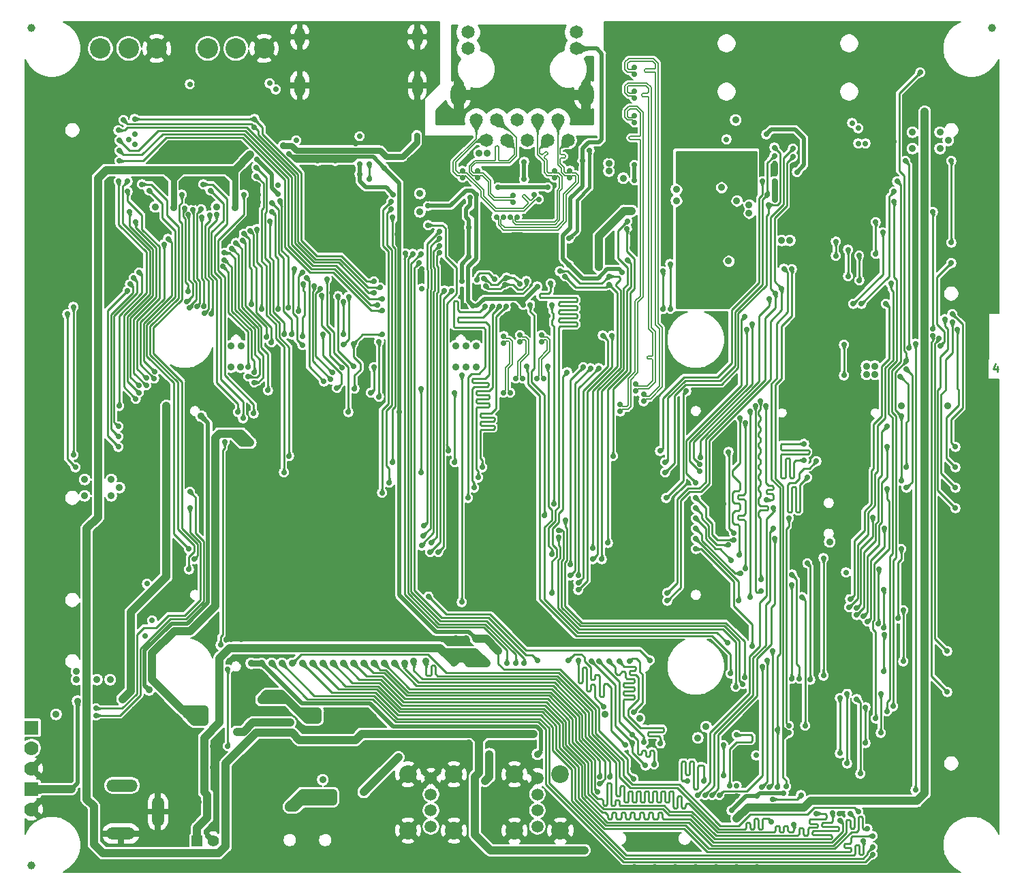
<source format=gbr>
G04 #@! TF.GenerationSoftware,KiCad,Pcbnew,5.1.0-rc2-unknown-036be7d~80~ubuntu16.04.1*
G04 #@! TF.CreationDate,2023-04-10T13:57:59+03:00*
G04 #@! TF.ProjectId,STMP15x-BASE-SOM-EVB_Rev_B,53544d50-3135-4782-9d42-4153452d534f,B*
G04 #@! TF.SameCoordinates,Original*
G04 #@! TF.FileFunction,Copper,L4,Bot*
G04 #@! TF.FilePolarity,Positive*
%FSLAX46Y46*%
G04 Gerber Fmt 4.6, Leading zero omitted, Abs format (unit mm)*
G04 Created by KiCad (PCBNEW 5.1.0-rc2-unknown-036be7d~80~ubuntu16.04.1) date 2023-04-10 13:57:59*
%MOMM*%
%LPD*%
G04 APERTURE LIST*
%ADD10C,0.254000*%
%ADD11C,1.500000*%
%ADD12C,2.200000*%
%ADD13R,1.400000X1.400000*%
%ADD14C,1.400000*%
%ADD15O,1.500000X3.700000*%
%ADD16O,3.600000X1.500000*%
%ADD17O,3.900000X1.500000*%
%ADD18C,1.778000*%
%ADD19R,1.778000X1.778000*%
%ADD20C,2.540000*%
%ADD21C,0.700000*%
%ADD22R,1.600000X1.600000*%
%ADD23O,2.000000X2.800000*%
%ADD24C,1.650000*%
%ADD25R,1.422400X1.422400*%
%ADD26O,1.300000X2.300000*%
%ADD27O,1.300000X2.700000*%
%ADD28C,1.000000*%
%ADD29C,0.890000*%
%ADD30C,1.600000*%
%ADD31C,0.900000*%
%ADD32C,1.016000*%
%ADD33C,0.762000*%
%ADD34C,0.508000*%
%ADD35C,0.457200*%
%ADD36C,0.152400*%
%ADD37C,0.203200*%
%ADD38C,0.025400*%
G04 APERTURE END LIST*
D10*
X197478523Y-81443285D02*
X197478523Y-82120619D01*
X197236619Y-81056238D02*
X196994714Y-81781952D01*
X197623666Y-81781952D01*
D11*
X140335000Y-132658600D03*
X140335000Y-134658600D03*
X140335000Y-136658600D03*
X140335000Y-138658600D03*
D12*
X143185000Y-139158600D03*
X137485000Y-139158600D03*
X143185000Y-132158600D03*
X137485000Y-132158600D03*
D11*
X127101600Y-132658601D03*
X127101600Y-134658601D03*
X127101600Y-136658601D03*
X127101600Y-138658601D03*
D12*
X129951600Y-139158601D03*
X124251600Y-139158601D03*
X129951600Y-132158601D03*
X124251600Y-132158601D03*
D13*
X98051620Y-140484860D03*
D14*
X100063300Y-140482320D03*
D15*
X93171999Y-136800000D03*
D16*
X88571999Y-139546000D03*
D17*
X88721999Y-133546000D03*
D18*
X77470000Y-136525000D03*
D19*
X77470000Y-133985000D03*
D18*
X77470000Y-131445000D03*
X77470000Y-128905000D03*
D19*
X77470000Y-126365000D03*
D20*
X93035000Y-41910000D03*
X86035000Y-41910000D03*
X89535000Y-41910000D03*
X106370000Y-41910000D03*
X99370000Y-41910000D03*
X102870000Y-41910000D03*
D21*
X115189000Y-65400000D03*
X115189000Y-62350000D03*
X115189000Y-64650000D03*
X115189000Y-61600000D03*
X116339000Y-63500000D03*
X117089000Y-63500000D03*
X113289000Y-63500000D03*
X114039000Y-63500000D03*
D22*
X115189000Y-63500000D03*
D23*
X146330000Y-47650000D03*
X130530000Y-47650000D03*
D24*
X145161000Y-39878000D03*
X145161000Y-41910000D03*
X131699000Y-39878000D03*
X131699000Y-41910000D03*
X144145000Y-53340000D03*
X142875000Y-50800000D03*
X141605000Y-53340000D03*
X140335000Y-50800000D03*
X139065000Y-53340000D03*
X137795000Y-50800000D03*
X136525000Y-53340000D03*
X135255000Y-50800000D03*
X133985000Y-53340000D03*
X132715000Y-50800000D03*
D25*
X137795000Y-65430400D03*
D26*
X125410000Y-40460000D03*
X110810000Y-40460000D03*
D27*
X110810000Y-46510000D03*
X125410000Y-46510000D03*
D28*
X77470000Y-143510000D03*
X77470000Y-39370000D03*
X196850000Y-39370000D03*
D29*
X177049000Y-57266000D03*
X175249000Y-57266000D03*
X177049000Y-59066000D03*
X175249000Y-59066000D03*
D30*
X176149000Y-58166000D03*
D31*
X94234000Y-86360000D03*
X94234000Y-87630000D03*
X94234000Y-88900000D03*
X94234000Y-90170000D03*
X89789000Y-121793000D03*
X88773000Y-122809000D03*
X109855000Y-127000000D03*
X106426000Y-127000000D03*
X117729000Y-127889000D03*
X128651000Y-127127000D03*
X139827000Y-127127000D03*
X188468000Y-82804000D03*
X188468000Y-49784000D03*
X165100000Y-137668000D03*
D21*
X121539004Y-55372000D03*
X125349000Y-52705000D03*
X125349000Y-53594000D03*
D31*
X102743000Y-61722000D03*
X95123000Y-61722000D03*
X108808001Y-54006001D03*
X85725000Y-100203000D03*
X104648008Y-55118000D03*
X146176983Y-141604983D03*
X85725000Y-98044000D03*
X188468000Y-51816000D03*
X188468000Y-84836000D03*
X83947000Y-137287000D03*
X82931000Y-138176000D03*
X89027000Y-130937000D03*
X90297000Y-132080000D03*
X90297000Y-124079000D03*
X102870000Y-124079000D03*
X102870000Y-125603000D03*
X100076000Y-131318000D03*
X97028000Y-136652000D03*
X98171000Y-135636000D03*
X106172000Y-132334000D03*
X114173000Y-136779000D03*
X114173000Y-138430000D03*
X113411000Y-139319000D03*
X109982000Y-129667000D03*
X109982000Y-131191000D03*
D21*
X114173000Y-130149599D03*
D31*
X114427000Y-126111000D03*
X100076000Y-128650998D03*
X116713000Y-132842000D03*
X118491000Y-132842000D03*
X119253000Y-130175000D03*
X119634000Y-141986000D03*
X123063000Y-136398000D03*
D21*
X121920000Y-135382000D03*
X121920000Y-137414000D03*
D31*
X126873000Y-129159000D03*
X130556000Y-129159000D03*
X132842000Y-141986000D03*
X136271000Y-136398000D03*
D21*
X135128000Y-135382000D03*
X135128000Y-137414000D03*
D31*
X131826000Y-128237410D03*
X138049000Y-129159000D03*
X154087413Y-124587000D03*
X103632000Y-118110000D03*
X130175000Y-115316000D03*
X131445000Y-115316000D03*
D21*
X165100000Y-129794000D03*
X165862000Y-130429000D03*
D31*
X154095154Y-125603057D03*
X161036000Y-130175000D03*
D21*
X167513000Y-125984000D03*
X177927000Y-117856000D03*
D31*
X176657000Y-101219000D03*
X176657000Y-100076000D03*
X190051000Y-142054000D03*
X190051000Y-139895000D03*
X170815000Y-84328000D03*
X182245000Y-84328000D03*
D21*
X176657000Y-51181000D03*
X183134000Y-53721000D03*
X183896000Y-52832000D03*
X174371000Y-51435000D03*
X184658000Y-53467000D03*
X171323000Y-52832000D03*
X183007000Y-61722000D03*
D31*
X182245000Y-41148000D03*
D21*
X169799000Y-56261000D03*
X169799000Y-57404000D03*
X160655000Y-87630000D03*
D31*
X160693450Y-86200000D03*
X162560000Y-85471000D03*
X163449000Y-50800000D03*
X166751000Y-50800000D03*
X166751000Y-41148000D03*
D21*
X159258000Y-53340000D03*
X158496000Y-52578000D03*
D31*
X181229000Y-91821000D03*
X163195000Y-59182000D03*
X165100000Y-60833000D03*
X164084000Y-68326000D03*
D21*
X136017000Y-57658000D03*
X137160000Y-57658000D03*
X137795000Y-57150000D03*
X139509500Y-57150000D03*
D31*
X131953000Y-55372000D03*
X141986000Y-60198000D03*
D21*
X146328600Y-62279226D03*
X147066000Y-60325000D03*
X147066000Y-64643000D03*
X145161000Y-56388000D03*
X128524000Y-60452000D03*
X130053598Y-62357000D03*
X129540000Y-64135000D03*
X129895599Y-67818000D03*
D31*
X130175000Y-77343000D03*
X131445000Y-77343000D03*
X132715000Y-77343000D03*
X102235000Y-77343000D03*
D21*
X141224000Y-73787000D03*
X143129000Y-71501000D03*
X146558000Y-68834000D03*
D31*
X161544000Y-85471000D03*
D21*
X176911000Y-65151000D03*
X175895000Y-65151000D03*
X146558000Y-69703179D03*
D31*
X190051000Y-40835000D03*
X190051000Y-42867000D03*
X195834000Y-82804000D03*
X195834000Y-85344000D03*
D21*
X146653050Y-65532014D03*
X152146000Y-66675000D03*
X152146000Y-64897000D03*
D31*
X194945000Y-49784000D03*
X194945000Y-52324000D03*
D21*
X165100000Y-132334000D03*
X165100000Y-134874000D03*
X165100000Y-131064000D03*
D31*
X163321992Y-137668000D03*
D21*
X178689000Y-108966000D03*
D31*
X79375000Y-120396000D03*
X81026000Y-120396000D03*
X149225000Y-43180000D03*
X149225000Y-46164500D03*
X149225000Y-49149000D03*
X149225000Y-52197000D03*
X149225000Y-55145087D03*
D21*
X129286000Y-59436000D03*
X126746000Y-60579000D03*
X126746000Y-59309000D03*
D31*
X128143000Y-54483000D03*
X129159000Y-54483000D03*
X130175000Y-53467000D03*
X130175000Y-54483000D03*
D21*
X124587000Y-59690000D03*
X125984000Y-65786000D03*
X125984000Y-70612000D03*
D31*
X166751000Y-52832000D03*
D21*
X124714000Y-64516000D03*
X124714000Y-63500000D03*
X120398410Y-50038540D03*
X120078500Y-53467000D03*
X124440158Y-55753000D03*
X124440158Y-56641992D03*
X116205000Y-50419000D03*
X122174561Y-52831439D03*
X121920000Y-49149000D03*
X121666000Y-45466000D03*
X113030000Y-53340000D03*
X113030000Y-50165000D03*
X111506000Y-53340000D03*
X125989535Y-69357843D03*
X118618000Y-45466000D03*
X117094000Y-45466000D03*
X115570000Y-45466000D03*
X114173000Y-45466000D03*
D31*
X127127000Y-53467000D03*
X127127000Y-54483000D03*
D21*
X100965020Y-58166020D03*
X98044000Y-46355000D03*
X88392000Y-46355000D03*
X104521000Y-61722000D03*
X93345000Y-58166000D03*
X87757000Y-46990000D03*
X105617002Y-61061860D03*
X105649777Y-60071000D03*
X97597975Y-61076229D03*
X128524000Y-68453000D03*
X93345000Y-55245000D03*
X100965000Y-55245000D03*
D31*
X82042000Y-96520000D03*
X82042000Y-99060000D03*
X79375000Y-100076000D03*
X79375000Y-97536000D03*
X87376000Y-129286000D03*
X85725000Y-130937000D03*
D21*
X117729000Y-53720990D03*
D31*
X83947000Y-139700000D03*
X83947000Y-142240000D03*
X83947000Y-143764000D03*
X86360000Y-143764000D03*
X88900000Y-143764000D03*
X91440000Y-143764000D03*
X93980000Y-143764000D03*
X96520000Y-143764000D03*
X99060000Y-143764000D03*
X101600000Y-143764000D03*
X103505000Y-143764000D03*
X109220000Y-143764000D03*
X111760000Y-143764000D03*
X114300000Y-143764000D03*
X119380000Y-143764000D03*
X121920000Y-143764000D03*
X124460000Y-143764000D03*
X127000000Y-143764000D03*
X129540000Y-143764000D03*
X132080000Y-143764000D03*
X134620000Y-143764000D03*
X137160000Y-143764000D03*
X139700000Y-143764000D03*
X142240000Y-143764000D03*
X144780000Y-143764000D03*
X147320000Y-143764000D03*
X149860000Y-143764000D03*
X152400000Y-143764000D03*
X154940000Y-143764000D03*
X157480000Y-143764000D03*
X160020000Y-143764000D03*
X162560000Y-143764000D03*
X165100000Y-143764000D03*
X167640000Y-143764000D03*
X182880000Y-143764000D03*
X186690000Y-143764000D03*
X189230000Y-143764000D03*
X191135000Y-143764000D03*
X184785000Y-143764000D03*
X190500000Y-137160000D03*
X193040000Y-137160000D03*
X195580000Y-137160000D03*
X197104000Y-137160000D03*
X197104000Y-134620000D03*
X195580000Y-134620000D03*
X193040000Y-134620000D03*
X190500000Y-134620000D03*
X194310000Y-135890000D03*
X191770000Y-135890000D03*
X186690000Y-142240000D03*
X186690000Y-140335000D03*
X186690000Y-138430000D03*
X186690000Y-137160000D03*
X197104000Y-130810000D03*
X197104000Y-128270000D03*
X197104000Y-125730000D03*
X197104000Y-123190000D03*
X197104000Y-120650000D03*
X197104000Y-118110000D03*
X197104000Y-115570000D03*
X197104000Y-113030000D03*
X197104000Y-110490000D03*
X197104000Y-107950000D03*
X197104000Y-105410000D03*
X197104000Y-102870000D03*
X197104000Y-100330000D03*
X197104000Y-97790000D03*
X197104000Y-95250000D03*
X197104000Y-92710000D03*
X197104000Y-90170000D03*
X197104000Y-87630000D03*
X196850000Y-85344000D03*
X197104000Y-133350000D03*
X195580000Y-135890000D03*
X197104000Y-135890000D03*
X197104000Y-72390000D03*
X197104000Y-69850000D03*
X197104000Y-67310000D03*
X197104000Y-64770000D03*
X197104000Y-62230000D03*
X197104000Y-59690000D03*
X197104000Y-57150000D03*
X197104000Y-54610000D03*
X197104000Y-52070000D03*
X197104000Y-49530000D03*
X197104000Y-47625000D03*
X197104000Y-45720000D03*
X195580000Y-45720000D03*
X193040000Y-45720000D03*
X191135000Y-45720000D03*
X195580000Y-47625000D03*
X193040000Y-47625000D03*
X191135000Y-47625000D03*
X189230000Y-47625000D03*
X191135000Y-44450000D03*
X191135000Y-39116000D03*
X189230000Y-39116000D03*
X186690000Y-39116000D03*
X184150000Y-39116000D03*
X181610000Y-39116000D03*
X179070000Y-39116000D03*
X176530000Y-39116000D03*
X173990000Y-39116000D03*
X171450000Y-39116000D03*
X168910000Y-39116000D03*
X166370000Y-39116000D03*
X163830000Y-39116000D03*
X161290000Y-39116000D03*
X158750000Y-39116000D03*
X156210000Y-39116000D03*
X153670000Y-39116000D03*
X151130000Y-39116000D03*
X149225000Y-39116000D03*
X149225000Y-41275000D03*
X151130000Y-41275000D03*
X153670000Y-41275000D03*
X127000000Y-40640000D03*
X127000000Y-39116000D03*
X127000000Y-42545000D03*
X127000000Y-46355000D03*
X127000000Y-44450000D03*
X121920000Y-39116000D03*
X119380000Y-39116000D03*
X116840000Y-39116000D03*
X114300000Y-39116000D03*
X109220000Y-39116000D03*
X106680000Y-39116000D03*
X104140000Y-39116000D03*
X101600000Y-39116000D03*
X99060000Y-39116000D03*
X96520000Y-39116000D03*
X93980000Y-39116000D03*
X91440000Y-39116000D03*
X88900000Y-39116000D03*
X86360000Y-39116000D03*
X83820000Y-39116000D03*
X114300000Y-41910000D03*
X113030000Y-40640000D03*
X116840000Y-41910000D03*
X115570000Y-40640000D03*
X118110000Y-40640000D03*
X119380000Y-41910000D03*
X120650000Y-40640000D03*
X121920000Y-41910000D03*
X123190000Y-40640000D03*
X83820000Y-40640000D03*
X83820000Y-43180000D03*
X83820000Y-45720000D03*
X81280000Y-45720000D03*
X78740000Y-45720000D03*
X77216000Y-45720000D03*
X77216000Y-48260000D03*
X77216000Y-52070000D03*
X78740000Y-48260000D03*
X81280000Y-48260000D03*
X83820000Y-48260000D03*
X82550000Y-46990000D03*
X80010000Y-46990000D03*
X77216000Y-54610000D03*
X77216000Y-57150000D03*
X77216000Y-59690000D03*
X77216000Y-62230000D03*
X77216000Y-64770000D03*
X77216000Y-67310000D03*
X77216000Y-69850000D03*
X77216000Y-72390000D03*
X77216000Y-74930000D03*
X77216000Y-77470000D03*
X77216000Y-80010000D03*
X77216000Y-82550000D03*
X77216000Y-85090000D03*
X77216000Y-87630000D03*
X77216000Y-90170000D03*
X77216000Y-92710000D03*
X77216000Y-95250000D03*
X77216000Y-97790000D03*
X77216000Y-100330000D03*
X77216000Y-102870000D03*
X77216000Y-105410000D03*
X77216000Y-107950000D03*
X77216000Y-110490000D03*
X77216000Y-113030000D03*
X77216000Y-115570000D03*
X77216000Y-118110000D03*
X77216000Y-120650000D03*
X78105000Y-122555000D03*
X78105000Y-123825000D03*
X79375000Y-136525000D03*
X80899000Y-136525000D03*
X86360000Y-48260000D03*
X86360000Y-45720000D03*
X85090000Y-46990000D03*
X80010000Y-105410000D03*
X80010000Y-102870000D03*
X82550000Y-105410000D03*
X82550000Y-102870000D03*
X78740000Y-104140000D03*
X81280000Y-104140000D03*
X78740000Y-106680000D03*
X81280000Y-106680000D03*
D21*
X184150000Y-54864000D03*
D31*
X181229000Y-90551000D03*
X194945000Y-72390000D03*
X194945000Y-74930000D03*
X194945000Y-77470000D03*
X194945000Y-80010000D03*
X194945000Y-81915000D03*
X176752166Y-97381981D03*
X152328988Y-131445006D03*
X158750000Y-41275000D03*
X161290000Y-41275000D03*
X173990000Y-41275000D03*
X176530000Y-41275000D03*
X86360000Y-105410000D03*
X86360000Y-102870000D03*
X88900000Y-105410000D03*
X88900000Y-102870000D03*
X91440000Y-102870000D03*
X91440000Y-105410000D03*
X92710000Y-104140000D03*
X90170000Y-104140000D03*
X87630000Y-104140000D03*
X87630000Y-106680000D03*
X90170000Y-106680000D03*
X92710000Y-106680000D03*
X91440000Y-100330000D03*
X92710000Y-101600000D03*
X90170000Y-101600000D03*
X92710000Y-99060000D03*
X90170000Y-99060000D03*
X91440000Y-97790000D03*
X92710000Y-96520000D03*
X91440000Y-95250000D03*
X90170000Y-96520000D03*
X92710000Y-93980000D03*
X91440000Y-92710000D03*
X90170000Y-93980000D03*
X90170000Y-91440000D03*
X92710000Y-91440000D03*
X91440000Y-90170000D03*
X90170000Y-88900000D03*
X92710000Y-88900000D03*
X91440000Y-87630000D03*
X79375000Y-122555000D03*
X81280000Y-122555000D03*
X106680000Y-44450000D03*
X111760000Y-44450000D03*
X114300000Y-44450000D03*
X116840000Y-44450000D03*
X119380000Y-44450000D03*
X121920000Y-44450000D03*
X124460000Y-44450000D03*
X110490000Y-43180000D03*
X113030000Y-43180000D03*
X115570000Y-43180000D03*
X118110000Y-43180000D03*
X120650000Y-43180000D03*
X123190000Y-43180000D03*
X125730000Y-43180000D03*
X110363000Y-48895000D03*
X110363000Y-51435000D03*
X111633000Y-48895000D03*
X107823000Y-48895000D03*
X109093000Y-48895000D03*
X95250000Y-53975000D03*
X97790000Y-53975000D03*
X102870000Y-53975000D03*
X91440000Y-60960000D03*
D21*
X88900000Y-66675000D03*
X88900000Y-65405000D03*
D31*
X103505000Y-77343000D03*
X98552000Y-86360000D03*
X152400000Y-140081000D03*
X154686000Y-140081000D03*
X156845000Y-140081000D03*
X152400000Y-107950000D03*
X154940000Y-107950000D03*
X152400000Y-105410000D03*
X154940000Y-105410000D03*
X153670000Y-106680000D03*
X152400000Y-102870000D03*
X153670000Y-101600000D03*
X154940000Y-102870000D03*
X153670000Y-104140000D03*
X137160000Y-88265000D03*
X139446000Y-88265000D03*
X103505000Y-92329000D03*
X105410000Y-92329000D03*
X107315000Y-92329000D03*
D21*
X170942000Y-89027000D03*
X175514000Y-65913000D03*
X172847000Y-89408032D03*
X173990000Y-90297000D03*
X174879000Y-91440000D03*
X179705000Y-90678000D03*
X175768000Y-92456000D03*
X176901270Y-93208276D03*
D31*
X109220000Y-141859000D03*
X111760000Y-141859000D03*
X114300000Y-141859000D03*
D21*
X128778000Y-70992992D03*
X153670000Y-99060000D03*
X156210000Y-99060000D03*
X152400000Y-99060000D03*
X154940000Y-99060000D03*
X154940000Y-96520000D03*
X152400000Y-96520000D03*
X153670000Y-96520000D03*
X151130000Y-96520000D03*
X156210000Y-96520000D03*
X152400000Y-95250000D03*
X153670000Y-95250000D03*
X151130000Y-95250000D03*
X154940000Y-95250000D03*
X137287000Y-73787000D03*
X140335561Y-73786439D03*
X131278880Y-73928621D03*
X149161500Y-67564000D03*
D31*
X183769000Y-137922000D03*
X119984990Y-125006138D03*
D21*
X177890411Y-137033176D03*
D31*
X106807000Y-124079000D03*
X101219000Y-86360000D03*
X102235000Y-86360000D03*
X102235000Y-115316000D03*
X103505000Y-115316000D03*
X161290000Y-43180000D03*
X161290000Y-45085000D03*
X163830000Y-45085000D03*
X163830000Y-43180000D03*
X166370000Y-45085000D03*
X166370000Y-43180000D03*
X176530000Y-43180000D03*
X176530000Y-45085000D03*
X179070000Y-45085000D03*
X179070000Y-43180000D03*
X181610000Y-45085000D03*
X181610000Y-43180000D03*
X137160000Y-96520000D03*
X139446000Y-96520000D03*
X151130000Y-104140000D03*
X151130000Y-106680000D03*
X151130000Y-101600000D03*
X151130000Y-109220000D03*
X102108000Y-118110000D03*
D21*
X114935000Y-130149599D03*
X114802410Y-72263000D03*
D31*
X91440000Y-45720000D03*
X96520000Y-44450000D03*
X90170000Y-44450000D03*
X101219000Y-44450000D03*
D21*
X105649777Y-58928000D03*
D31*
X120523000Y-68199000D03*
X120904000Y-69977000D03*
D21*
X144780000Y-77597000D03*
X146050000Y-77597000D03*
X147320000Y-77597000D03*
D31*
X154940000Y-88265000D03*
X154940000Y-89535000D03*
X153670000Y-89535000D03*
X156845000Y-80645000D03*
X116205000Y-109220000D03*
X118745000Y-109220000D03*
X121285000Y-109220000D03*
X118745000Y-101815900D03*
X121285000Y-101815900D03*
X116205000Y-101815900D03*
D21*
X152400000Y-93980000D03*
X153670000Y-93980000D03*
X151130000Y-93980000D03*
X154940000Y-93980000D03*
D31*
X99949000Y-115316000D03*
D21*
X113411000Y-94615000D03*
X114935000Y-94615000D03*
X111760000Y-94615000D03*
X116840000Y-94615000D03*
X118745000Y-94615000D03*
X111760000Y-91948000D03*
X113411000Y-91948000D03*
X118745000Y-91948000D03*
X116840000Y-91948000D03*
X114935000Y-91948000D03*
X111760000Y-99695000D03*
X113411000Y-99695000D03*
X118745000Y-99695000D03*
X116840000Y-99695000D03*
X114935000Y-99695000D03*
D31*
X113665000Y-101815900D03*
X111125000Y-101815900D03*
X108585000Y-101815900D03*
X106045000Y-101815900D03*
X98806000Y-115316000D03*
X156083000Y-116332000D03*
X156083000Y-117602000D03*
X163957000Y-120650000D03*
X163195000Y-121412000D03*
X180975000Y-119126000D03*
X179705000Y-119126000D03*
X185166000Y-125095000D03*
X94107000Y-109728000D03*
X141986000Y-61468000D03*
X163576000Y-75311000D03*
X163576000Y-76327000D03*
D21*
X163474400Y-98552000D03*
D31*
X86995000Y-137287000D03*
X166624000Y-62357000D03*
X166624000Y-61341000D03*
D21*
X172085000Y-53376587D03*
X107823000Y-51562000D03*
D31*
X109093000Y-51435000D03*
D21*
X107823000Y-49784000D03*
X109093000Y-50546000D03*
X109093000Y-52578000D03*
D31*
X104902000Y-140843000D03*
X102997000Y-135509000D03*
X98933000Y-124079000D03*
X98933000Y-125603000D03*
X103632000Y-90932000D03*
X104648000Y-90932000D03*
X129921000Y-118364000D03*
X131699000Y-118364000D03*
X132715000Y-118364000D03*
X133985000Y-118364000D03*
D21*
X183388000Y-109220000D03*
X183387788Y-113945402D03*
D31*
X104775000Y-118364000D03*
X106045000Y-118364000D03*
X140335004Y-129667000D03*
D21*
X167614965Y-134874000D03*
X170942000Y-134493000D03*
X164465000Y-136652000D03*
X185547000Y-87630000D03*
X187896500Y-44894500D03*
X151480378Y-64364502D03*
X149733000Y-92583014D03*
X109468410Y-92583000D03*
X164084000Y-92075000D03*
X164758862Y-102152919D03*
X185547000Y-95631000D03*
X186182000Y-80772000D03*
X105383137Y-56668863D03*
X138684000Y-58166000D03*
X146812000Y-54610000D03*
X144272000Y-65532000D03*
X138684000Y-56007000D03*
X131953000Y-60452000D03*
X131826000Y-64135000D03*
X130937000Y-70881438D03*
X131816932Y-67809745D03*
D31*
X123063000Y-130048000D03*
X118745000Y-134366000D03*
X134366000Y-129667000D03*
X133858000Y-132969000D03*
D21*
X134989206Y-70592179D03*
X132854543Y-70670580D03*
X136490771Y-70395549D03*
X138174410Y-71165567D03*
X133697741Y-70545621D03*
X138959230Y-70832905D03*
X136271561Y-71247561D03*
X133906992Y-71439768D03*
X136144000Y-77678800D03*
X136951200Y-84709000D03*
X150622000Y-86187800D03*
X152400000Y-50238800D03*
X140843000Y-77551800D03*
X152527000Y-83647800D03*
X152400000Y-47238800D03*
X141102590Y-82931000D03*
X152400000Y-44238800D03*
X153543000Y-84917800D03*
X138475200Y-82931000D03*
X138176000Y-77551800D03*
X152400000Y-45091200D03*
X153543000Y-85770200D03*
X137622800Y-82931000D03*
X138176000Y-78404200D03*
X136144000Y-78531200D03*
X152400000Y-51091200D03*
X150622000Y-87040200D03*
X136098800Y-84709000D03*
X140250177Y-82931000D03*
X152400000Y-48091200D03*
X152527000Y-84500200D03*
X140843000Y-78404200D03*
X169672000Y-101600000D03*
X161148583Y-134738468D03*
X160258742Y-134738187D03*
X169672000Y-99060000D03*
X162041651Y-134735521D03*
X169825187Y-102870000D03*
X183388000Y-119380000D03*
X183451432Y-114795434D03*
X182372000Y-125222000D03*
X183769000Y-96647000D03*
X171577000Y-100330000D03*
X171577561Y-126110439D03*
X183769000Y-88900000D03*
X179998824Y-112357419D03*
X183769000Y-91440000D03*
X180841787Y-112483983D03*
X182728232Y-113405410D03*
X182772876Y-106680000D03*
X184658000Y-60960000D03*
X183769000Y-124333000D03*
X180467000Y-132080000D03*
X180013417Y-122803410D03*
X181102000Y-128270000D03*
X181102006Y-123825006D03*
X185039012Y-58420000D03*
X184531000Y-123698000D03*
D31*
X133985000Y-115316000D03*
X132715000Y-115316000D03*
D21*
X122936000Y-65024000D03*
X115189000Y-55880000D03*
X113030000Y-55880000D03*
X121285000Y-56768996D03*
X108095025Y-59995995D03*
X116840000Y-87122000D03*
X123190000Y-87122000D03*
X105502588Y-55692357D03*
X109458808Y-54974687D03*
X152273561Y-132714439D03*
X114173000Y-70612000D03*
X90805455Y-84708334D03*
X89408000Y-58420006D03*
X88293480Y-58419992D03*
X90424000Y-85471000D03*
X186182000Y-96520000D03*
X186182000Y-81787992D03*
X186182000Y-93980000D03*
X185420000Y-82677012D03*
X121031000Y-97155000D03*
X122174561Y-60960561D03*
X122175122Y-61850122D03*
X121914410Y-95885000D03*
X140335000Y-117983000D03*
X125612255Y-68593471D03*
X120777000Y-71628000D03*
X88900000Y-50800000D03*
X105156000Y-51689000D03*
X120015000Y-70866000D03*
X90297000Y-50673000D03*
X105156000Y-50673000D03*
X185547000Y-104140000D03*
X185171590Y-112776000D03*
X183424591Y-101600000D03*
X181350027Y-113168306D03*
X154305000Y-117983008D03*
X126799747Y-110035747D03*
X192278000Y-91440000D03*
X169164000Y-73025000D03*
X191896994Y-74930000D03*
X160563340Y-92742532D03*
X178435000Y-82550000D03*
X178435000Y-78739992D03*
D31*
X147955000Y-69088000D03*
X147955000Y-65659000D03*
X152019000Y-62103000D03*
X160655000Y-65913000D03*
X158115000Y-65913000D03*
X159385000Y-65913000D03*
X158115000Y-64643000D03*
X159385000Y-64643000D03*
X158115000Y-63373000D03*
X159385000Y-63373000D03*
X158115000Y-62103000D03*
X159385000Y-62103000D03*
X158115000Y-67056000D03*
X159385000Y-67056000D03*
X166370000Y-66040000D03*
X166370000Y-67310000D03*
X160655000Y-67056000D03*
X160655000Y-64770000D03*
X158115000Y-68199000D03*
X159385000Y-68199000D03*
X83185000Y-123063000D03*
X92075000Y-121666000D03*
X98552006Y-87630000D03*
D21*
X169545000Y-116840000D03*
X169160768Y-133736590D03*
X168910004Y-117983004D03*
X168240130Y-133736590D03*
X162941000Y-134747000D03*
X168275843Y-118744157D03*
D31*
X102997000Y-126873000D03*
X109601000Y-125729996D03*
D21*
X122428000Y-60071000D03*
X118237000Y-56261000D03*
X118237559Y-57525410D03*
X168783000Y-52578000D03*
X172593000Y-57277000D03*
D31*
X122555000Y-118364000D03*
D21*
X148082000Y-133350000D03*
X164211000Y-133604000D03*
X165100000Y-127254000D03*
X135445500Y-59182000D03*
X144272000Y-68834000D03*
X141605006Y-59182000D03*
X145922994Y-55880000D03*
X132207000Y-62357000D03*
X132715421Y-60070790D03*
X132333986Y-73914000D03*
X138557000Y-73787000D03*
X140335000Y-71501000D03*
X150876000Y-69723004D03*
X126746000Y-61468038D03*
D31*
X110109000Y-135509000D03*
X114935000Y-135509000D03*
X113030000Y-124332988D03*
X107315000Y-122935972D03*
X106045000Y-122935972D03*
X113030000Y-125349000D03*
X109474000Y-136271000D03*
X114935000Y-134493000D03*
X106680000Y-122174000D03*
D21*
X142113000Y-73787000D03*
X142367000Y-98552000D03*
X151511000Y-68199000D03*
X149098000Y-103378000D03*
D31*
X132715000Y-47625000D03*
X135255000Y-47625000D03*
X137795000Y-47625000D03*
X140335000Y-47625000D03*
X142875000Y-47625000D03*
X137795000Y-45720000D03*
X140335000Y-45720000D03*
X135509000Y-45720000D03*
X140335000Y-43815000D03*
X137795000Y-43815000D03*
X135509000Y-43815000D03*
X135255000Y-40005000D03*
X140335000Y-40005000D03*
X137795000Y-40005000D03*
X142875000Y-40005000D03*
X133985000Y-48895000D03*
X136525000Y-48895000D03*
X139065000Y-48895000D03*
X141605000Y-48895000D03*
X144145000Y-48895000D03*
X146685000Y-50800000D03*
X145034000Y-50800000D03*
X130556000Y-50927000D03*
X130556000Y-49784000D03*
X129413000Y-50927000D03*
X128270000Y-50927000D03*
D21*
X148463000Y-77583865D03*
X145414439Y-108330439D03*
X170964256Y-69282546D03*
X170180000Y-133731000D03*
X170180000Y-126619000D03*
X171958000Y-69342000D03*
X145415000Y-109220000D03*
X149606000Y-77597000D03*
X171255456Y-133700314D03*
X171577000Y-127000000D03*
D31*
X120015000Y-118364000D03*
D21*
X147841455Y-134352334D03*
D31*
X124968000Y-118110000D03*
D21*
X172212000Y-138430006D03*
D31*
X121285000Y-118364000D03*
D21*
X159003951Y-132968999D03*
X161036001Y-132968999D03*
X148081442Y-132460436D03*
D31*
X126492000Y-118110000D03*
D21*
X169418000Y-138049000D03*
X173101000Y-134747000D03*
X169545000Y-135255000D03*
D31*
X118745000Y-118364000D03*
D21*
X175006000Y-137027410D03*
D31*
X117475000Y-118364000D03*
D21*
X177016463Y-137010900D03*
D31*
X116205000Y-118364000D03*
D21*
X177927000Y-137922000D03*
D31*
X114935000Y-118364000D03*
D21*
X179197000Y-137033000D03*
D31*
X109855000Y-118364000D03*
D21*
X180213000Y-136779000D03*
D31*
X113665000Y-118364000D03*
D21*
X181356016Y-138938000D03*
D31*
X111125000Y-118364000D03*
D21*
X180848000Y-140462000D03*
D31*
X112395000Y-118364000D03*
D21*
X181991000Y-139827008D03*
D31*
X108585000Y-118364000D03*
D21*
X181991000Y-141224000D03*
D31*
X107315000Y-118364000D03*
D21*
X181991000Y-142125700D03*
X97155000Y-97033590D03*
X85471000Y-124841000D03*
X97155000Y-99060000D03*
X85471000Y-123952000D03*
X192277996Y-93980000D03*
X192531992Y-76835000D03*
X160529406Y-93598719D03*
X166985949Y-76177062D03*
X192278000Y-96520000D03*
X191896439Y-75946561D03*
X160528566Y-94488008D03*
X166313643Y-76835000D03*
X182010821Y-100204022D03*
X179968757Y-111497365D03*
X192278000Y-99060000D03*
X190970691Y-75559410D03*
X160020000Y-95886122D03*
X166073188Y-75268188D03*
X164719000Y-103004398D03*
X160020000Y-97790000D03*
X164069946Y-103633808D03*
X160020000Y-99060000D03*
X164395239Y-105526367D03*
X160020000Y-100330000D03*
X165542998Y-107166352D03*
X160020000Y-101600000D03*
X185801000Y-111760000D03*
X139030988Y-81407000D03*
X185801000Y-118110000D03*
X164338000Y-119634000D03*
X165354000Y-110597179D03*
X160020000Y-102870000D03*
X141605000Y-81407000D03*
X163957000Y-115824562D03*
X167005000Y-116205000D03*
X160020000Y-104140000D03*
X191262000Y-116840000D03*
X190259584Y-77984182D03*
X175895000Y-105283002D03*
X175895000Y-119888000D03*
X174244000Y-120396000D03*
X173877778Y-105932778D03*
X191262000Y-121920000D03*
X189483757Y-77631054D03*
X172847000Y-120263410D03*
X171958000Y-107315000D03*
X171958010Y-120269000D03*
X171896820Y-108608575D03*
X183007000Y-122174000D03*
X183007000Y-127000000D03*
X164973000Y-121285000D03*
X142945643Y-102697776D03*
X173609000Y-126110994D03*
X173191409Y-110109000D03*
X177921289Y-122676410D03*
X177926997Y-129539997D03*
X142945692Y-101824717D03*
X165862561Y-120934891D03*
X178816000Y-130810000D03*
X178816000Y-122143001D03*
X143798044Y-100584000D03*
X166073589Y-120109014D03*
X186055000Y-55880000D03*
X186526419Y-79147173D03*
X156336998Y-97790000D03*
X158827221Y-84512400D03*
X191770012Y-66040000D03*
X191770000Y-55880000D03*
X184658000Y-59690000D03*
X180594000Y-73660000D03*
X189484000Y-62230000D03*
X189484559Y-76778643D03*
X182372007Y-63499993D03*
X182372000Y-67437000D03*
X183261000Y-64770000D03*
X179578000Y-73659994D03*
X180339992Y-70739000D03*
X180318181Y-67669181D03*
X191770000Y-68580000D03*
X190373000Y-78866992D03*
X179070000Y-111379000D03*
X184277000Y-71120000D03*
X183642561Y-73660561D03*
X179183153Y-110375725D03*
X173482000Y-91059000D03*
X173482000Y-93091000D03*
X175006000Y-93218000D03*
X173863000Y-95250000D03*
X168727580Y-86353626D03*
X168789374Y-98044000D03*
X168052644Y-85756644D03*
X168159964Y-107955590D03*
X167406401Y-86360000D03*
X168148000Y-109347000D03*
X166738570Y-110121430D03*
X166776999Y-86995000D03*
X166147589Y-88487411D03*
X166144323Y-106562188D03*
X165518187Y-87846813D03*
X165438710Y-104882345D03*
X141986000Y-71119982D03*
X142132821Y-104769410D03*
X143129000Y-69596000D03*
X149225000Y-70231000D03*
X147192439Y-105410561D03*
X143764000Y-70231000D03*
X149225000Y-71247000D03*
X147193000Y-104013000D03*
X151511000Y-63373000D03*
X148336000Y-105410000D03*
X129672590Y-72030819D03*
X128016000Y-104521000D03*
X127000000Y-104521000D03*
X128777439Y-72009000D03*
X91186000Y-58801000D03*
X97028008Y-106680000D03*
X128144129Y-67311115D03*
X127107666Y-103327186D03*
X97662992Y-105410000D03*
X96138996Y-60071000D03*
X128144122Y-66422122D03*
X125940082Y-103731034D03*
X92075000Y-59563000D03*
X97028000Y-104140000D03*
X128143561Y-65532561D03*
X126137592Y-102472222D03*
X128143000Y-64643000D03*
X126238000Y-101213410D03*
X139446000Y-73787000D03*
X141229590Y-99954590D03*
X187325000Y-134112000D03*
X187325000Y-78613000D03*
X101854000Y-128651000D03*
X101469538Y-90813621D03*
X100965000Y-116078000D03*
X101854000Y-119096567D03*
X122301000Y-62865000D03*
X122320821Y-93345000D03*
X108839000Y-94615000D03*
X105410000Y-57785000D03*
X133477000Y-93980000D03*
X136461500Y-74010179D03*
X132969000Y-95250000D03*
X135578218Y-73970661D03*
X132461000Y-96520000D03*
X134725807Y-73971420D03*
X133873396Y-73971412D03*
X131699000Y-97790000D03*
D31*
X123825000Y-118364000D03*
D21*
X149352000Y-132461000D03*
X163449000Y-128524000D03*
X163449000Y-132334000D03*
X151765000Y-118110000D03*
X152273000Y-124460000D03*
X150495000Y-118110000D03*
X155625000Y-128347000D03*
X153543000Y-128143000D03*
X149225000Y-118110000D03*
X147976818Y-118088182D03*
X154830390Y-130937000D03*
X152146000Y-127242138D03*
X125857002Y-67437000D03*
X138684006Y-118364000D03*
X147066561Y-118109439D03*
X152093090Y-128222599D03*
X153741131Y-131076700D03*
X124840994Y-67437000D03*
X137668000Y-118364000D03*
X145415000Y-117982990D03*
X148590000Y-123743232D03*
X123946410Y-67407330D03*
X136525000Y-118364000D03*
X144145000Y-117983000D03*
X151257000Y-128543837D03*
X155956000Y-74295000D03*
X155935882Y-69619517D03*
X98806000Y-58801000D03*
X103758992Y-87884000D03*
X99695000Y-59563000D03*
X103124000Y-87122000D03*
X103822500Y-60071000D03*
X105081775Y-87307334D03*
X130937000Y-82550000D03*
X130937000Y-110744000D03*
X142132821Y-109601000D03*
X144018000Y-82169000D03*
X156845000Y-74295000D03*
X156845000Y-68707000D03*
X177419000Y-67691000D03*
X177419000Y-65913000D03*
X146049996Y-81534000D03*
X144391457Y-106056664D03*
X144399000Y-107442000D03*
X146939000Y-81661000D03*
X145413874Y-107440882D03*
X147932929Y-81664955D03*
X178943000Y-66929000D03*
X178943000Y-70231000D03*
X113665000Y-77470000D03*
X115414569Y-84130357D03*
X102882605Y-66077600D03*
X106842371Y-84427253D03*
X105142842Y-83422222D03*
X102351673Y-66744472D03*
X104394000Y-82677000D03*
X101448368Y-67331870D03*
X105156000Y-82163410D03*
X101445838Y-68184278D03*
X104393723Y-81538443D03*
X101267266Y-69023838D03*
X110109000Y-69341984D03*
X111124993Y-78793734D03*
X111111022Y-69738100D03*
X110623068Y-74549280D03*
X111125000Y-77724000D03*
X111236782Y-71170821D03*
X108336535Y-60819592D03*
X109364257Y-74182164D03*
X109806897Y-77475418D03*
X107315000Y-61087000D03*
X88361054Y-86360000D03*
X90841908Y-69760465D03*
X107373384Y-62250027D03*
X108092793Y-74353212D03*
X108853222Y-77475400D03*
X88265000Y-88900000D03*
X90146062Y-70456311D03*
X107117302Y-63373000D03*
X88265003Y-90170003D03*
X89703884Y-71209589D03*
X106021160Y-74293970D03*
X105452079Y-64379078D03*
X88264994Y-91440000D03*
X89408000Y-72009000D03*
X107288137Y-78459137D03*
X104621218Y-64569538D03*
X82677000Y-74041000D03*
X82677000Y-92456000D03*
X104751938Y-73693037D03*
X103850839Y-64934396D03*
X81915000Y-74930000D03*
X82931000Y-93980000D03*
X106658727Y-77829727D03*
X103677166Y-65768928D03*
X92710000Y-82931000D03*
X93924166Y-66261172D03*
X92745819Y-82076698D03*
X94424698Y-65571191D03*
X116870946Y-72768250D03*
X99805791Y-74892420D03*
X116205000Y-78740000D03*
X100451083Y-62538222D03*
X116205000Y-73386179D03*
X98954875Y-74841774D03*
X116204439Y-77470000D03*
X99593426Y-62636426D03*
X98607551Y-62920551D03*
X117474439Y-81406439D03*
X115548918Y-72684482D03*
X98855585Y-73989385D03*
X116067064Y-81590936D03*
X98552000Y-61912500D03*
X98003174Y-73988202D03*
X113532774Y-72624679D03*
X97124576Y-74162890D03*
X97537327Y-61926481D03*
X114850011Y-82233852D03*
X113353590Y-71791313D03*
X96791486Y-73378252D03*
X96942328Y-62541239D03*
X114651474Y-83062820D03*
X112581374Y-71430356D03*
X120015000Y-81534000D03*
X91715819Y-83798181D03*
X90424000Y-63500000D03*
X119634000Y-84708996D03*
X120650000Y-78359000D03*
X89662004Y-62230000D03*
X90822678Y-83835436D03*
X120650000Y-85217000D03*
X96884440Y-72119440D03*
X96486770Y-61820772D03*
X113792000Y-83312000D03*
X111629832Y-70414436D03*
X91716941Y-82909181D03*
X117475000Y-78613000D03*
X121031000Y-77470000D03*
X117601439Y-84200439D03*
X89407992Y-59690000D03*
X88392000Y-55880000D03*
X121058318Y-74521682D03*
X88392000Y-54610000D03*
X120459496Y-73787000D03*
X88392000Y-53340000D03*
X121030990Y-73025000D03*
X120015000Y-72263000D03*
X88265000Y-52070000D03*
X119444065Y-58165994D03*
X119443500Y-56261000D03*
X168275000Y-58420000D03*
X126746000Y-63881000D03*
X129286000Y-91948000D03*
X155575000Y-91948000D03*
X144362030Y-57111400D03*
X135241800Y-62862083D03*
X144362030Y-57963800D03*
X136094200Y-62862083D03*
X136995800Y-62860798D03*
X142434702Y-57112800D03*
X137848200Y-62860798D03*
X142434702Y-57965200D03*
X137287000Y-61005200D03*
X132905500Y-57957200D03*
X137287000Y-60152800D03*
X132905500Y-57104800D03*
X131000500Y-57104800D03*
X139906631Y-60063233D03*
X131000500Y-57957200D03*
X140509369Y-60665971D03*
D31*
X113665000Y-132842000D03*
D21*
X167513000Y-129794000D03*
D31*
X153042771Y-125221990D03*
X160274000Y-127635000D03*
X176657000Y-103251000D03*
D21*
X179451000Y-51181000D03*
X181102000Y-53721000D03*
X169799000Y-58420000D03*
X169799000Y-59436000D03*
X169799000Y-60706000D03*
D31*
X164973000Y-50800000D03*
D21*
X163830000Y-53213000D03*
D31*
X157607000Y-60833000D03*
X130175000Y-81534000D03*
X131445000Y-81534000D03*
X132715000Y-81534000D03*
X130175000Y-78867000D03*
X131445000Y-78867000D03*
X132715000Y-78867000D03*
X102235000Y-78867000D03*
X103505000Y-78867000D03*
X102235000Y-81534000D03*
D21*
X92456000Y-113030000D03*
X91821000Y-108458000D03*
D31*
X182245000Y-81407000D03*
X181229000Y-82423000D03*
X181229000Y-81407000D03*
X161290000Y-126238000D03*
X171704000Y-65786000D03*
X170688000Y-65786000D03*
X191389000Y-53340000D03*
X186944000Y-52324000D03*
X190373000Y-52324000D03*
X83058000Y-119380000D03*
X83058000Y-120396000D03*
X85598000Y-120396000D03*
X87249000Y-120396000D03*
X149225000Y-56197500D03*
X149225000Y-57150000D03*
X151003000Y-58039000D03*
X157607000Y-59436000D03*
X125730000Y-62230000D03*
X125730000Y-59944000D03*
D21*
X125984000Y-71755000D03*
X107061000Y-46228000D03*
X107823000Y-46990000D03*
X97155000Y-46355000D03*
X108097216Y-58928459D03*
D31*
X103441391Y-81526184D03*
D21*
X89535000Y-53213000D03*
D31*
X92837000Y-61595000D03*
D21*
X110363000Y-53340000D03*
D31*
X88392000Y-96520000D03*
D21*
X118240822Y-52826533D03*
X90296990Y-53848000D03*
X90296999Y-52578001D03*
D31*
X87376000Y-97536000D03*
X87376000Y-95504000D03*
X84074000Y-97536000D03*
X84074000Y-95504000D03*
D21*
X178689000Y-107061000D03*
D31*
X191325500Y-86334870D03*
X182245000Y-82423000D03*
X148731755Y-124685035D03*
D21*
X180213000Y-51816000D03*
X180213000Y-53721000D03*
D31*
X186944000Y-54356000D03*
X190373000Y-54356000D03*
X185547000Y-86360000D03*
X134112000Y-54927500D03*
D21*
X165100000Y-133604000D03*
D31*
X80518000Y-124713964D03*
X100457057Y-61585829D03*
D21*
X91566990Y-114935000D03*
D31*
X133096000Y-54927500D03*
D21*
X152400000Y-56388000D03*
X152400000Y-58292992D03*
X125857000Y-94615000D03*
X156210000Y-94615000D03*
X169056821Y-61341000D03*
X125857000Y-84201000D03*
X169799000Y-54229000D03*
X130047978Y-93345000D03*
X156210000Y-93345000D03*
X130047996Y-84709000D03*
X169799000Y-55245000D03*
X168915590Y-60072977D03*
X156464000Y-110597179D03*
X170690651Y-71760590D03*
X172085000Y-55372000D03*
X156464000Y-109601000D03*
X169926000Y-72390000D03*
X172085000Y-54356000D03*
D32*
X94234000Y-86360000D02*
X94234000Y-87630000D01*
X94234000Y-87630000D02*
X94234000Y-88900000D01*
X94234000Y-88900000D02*
X94234000Y-90170000D01*
X89789000Y-121793000D02*
X88773000Y-122809000D01*
X89789000Y-112014000D02*
X89789000Y-119126000D01*
X89789000Y-119126000D02*
X89789000Y-121793000D01*
X94234000Y-90170000D02*
X94234000Y-107569000D01*
X94234000Y-107569000D02*
X89789000Y-112014000D01*
X118491000Y-127127000D02*
X128651000Y-127127000D01*
X117729000Y-127889000D02*
X118491000Y-127127000D01*
D33*
X125349000Y-52705000D02*
X125349000Y-53594000D01*
X125349000Y-53594000D02*
X123571000Y-55372000D01*
X123571000Y-55372000D02*
X121539004Y-55372000D01*
D32*
X85725000Y-58039000D02*
X86741000Y-57023000D01*
X85725000Y-100203000D02*
X85725000Y-58039000D01*
D33*
X95123000Y-57150000D02*
X94996000Y-57023000D01*
X102743000Y-61722000D02*
X102743000Y-57023000D01*
D32*
X102743008Y-57023000D02*
X104648008Y-55118000D01*
X102743000Y-57023000D02*
X102743008Y-57023000D01*
D33*
X110359730Y-54604409D02*
X120771413Y-54604409D01*
X108808001Y-54006001D02*
X109761322Y-54006001D01*
X120771413Y-54604409D02*
X121539004Y-55372000D01*
X109761322Y-54006001D02*
X110359730Y-54604409D01*
D32*
X133096000Y-131953000D02*
X132588000Y-132461000D01*
X132588000Y-132461000D02*
X132588000Y-139700000D01*
X132588000Y-139700000D02*
X134492983Y-141604983D01*
X133223000Y-127127000D02*
X133096000Y-127254000D01*
X134492983Y-141604983D02*
X146176983Y-141604983D01*
X134366000Y-127127000D02*
X139827000Y-127127000D01*
X133223000Y-127127000D02*
X134366000Y-127127000D01*
X133096000Y-128524000D02*
X133096000Y-131953000D01*
X132334000Y-127127000D02*
X133096000Y-127889000D01*
X133096000Y-127889000D02*
X133096000Y-128524000D01*
X133096000Y-127254000D02*
X133096000Y-127889000D01*
X128651000Y-127127000D02*
X131953000Y-127127000D01*
X131953000Y-127127000D02*
X132334000Y-127127000D01*
X131953000Y-127127000D02*
X133223000Y-127127000D01*
X133858000Y-127127000D02*
X134366000Y-127127000D01*
X133096000Y-127889000D02*
X133858000Y-127127000D01*
X188468000Y-49784000D02*
X188468000Y-82804000D01*
X187477411Y-135483589D02*
X188468000Y-134493000D01*
X188468000Y-134493000D02*
X188468000Y-82804000D01*
X165100000Y-137668000D02*
X166497000Y-136271000D01*
X174269411Y-135483589D02*
X187477411Y-135483589D01*
X173482000Y-136271000D02*
X174269411Y-135483589D01*
X166497000Y-136271000D02*
X173482000Y-136271000D01*
X106426000Y-127000000D02*
X109855000Y-127000000D01*
X110744000Y-127889000D02*
X117729000Y-127889000D01*
X109855000Y-127000000D02*
X110744000Y-127889000D01*
X93980000Y-57023000D02*
X94996000Y-57023000D01*
X86741000Y-57023000D02*
X93980000Y-57023000D01*
D33*
X95123000Y-61722000D02*
X95123000Y-58166000D01*
X95123000Y-58166000D02*
X93980000Y-57023000D01*
X95123000Y-58166000D02*
X95123000Y-57150000D01*
X95123000Y-58166000D02*
X96266000Y-57023000D01*
D32*
X94996000Y-57023000D02*
X96266000Y-57023000D01*
X96266000Y-57023000D02*
X102743000Y-57023000D01*
D33*
X102743000Y-58166000D02*
X101600000Y-57023000D01*
D32*
X84328000Y-101600000D02*
X85725000Y-100203000D01*
X84328000Y-135255000D02*
X84328000Y-101600000D01*
X85217000Y-136144000D02*
X84328000Y-135255000D01*
X105410000Y-127000000D02*
X101600000Y-130810000D01*
X85217000Y-140843000D02*
X85217000Y-136144000D01*
X106426000Y-127000000D02*
X105410000Y-127000000D01*
X86360000Y-141986000D02*
X85217000Y-140843000D01*
X101600000Y-130810000D02*
X101600000Y-141091507D01*
X100705507Y-141986000D02*
X86360000Y-141986000D01*
X101600000Y-141091507D02*
X100705507Y-141986000D01*
D33*
X169799000Y-56261000D02*
X169799000Y-57404000D01*
D32*
X98933000Y-124079000D02*
X96139000Y-124079000D01*
X98933000Y-125603000D02*
X97663000Y-125603000D01*
X96774000Y-124714000D02*
X96710500Y-124650500D01*
X98933000Y-124714000D02*
X96774000Y-124714000D01*
X96710500Y-124650500D02*
X96139000Y-124079000D01*
X97663000Y-125603000D02*
X96710500Y-124650500D01*
X98933000Y-124079000D02*
X98933000Y-124714000D01*
X98933000Y-124714000D02*
X98933000Y-125603000D01*
X100330000Y-90297000D02*
X100330000Y-111207279D01*
X97173779Y-114363500D02*
X95209672Y-114363500D01*
X92456000Y-120396000D02*
X96139000Y-124079000D01*
X103632000Y-90932000D02*
X102503214Y-89803214D01*
X92456000Y-117117172D02*
X92456000Y-120396000D01*
X95209672Y-114363500D02*
X92456000Y-117117172D01*
X100330000Y-111207279D02*
X97173779Y-114363500D01*
X100823786Y-89803214D02*
X100330000Y-90297000D01*
X102503214Y-89803214D02*
X100823786Y-89803214D01*
X103519214Y-89803214D02*
X102503214Y-89803214D01*
X104648000Y-90932000D02*
X103519214Y-89803214D01*
X103632000Y-90932000D02*
X104648000Y-90932000D01*
X133985000Y-118364000D02*
X132715000Y-118364000D01*
D33*
X132715000Y-118364000D02*
X131699000Y-118364000D01*
D32*
X132715000Y-118364000D02*
X131820401Y-118364000D01*
D33*
X131699000Y-117348000D02*
X131508500Y-117157500D01*
X131699000Y-118364000D02*
X131699000Y-117348000D01*
D32*
X132715000Y-118364000D02*
X131508500Y-117157500D01*
X131508500Y-117157500D02*
X131318000Y-116967000D01*
D33*
X129921000Y-117094000D02*
X129794000Y-116967000D01*
D32*
X131318000Y-116967000D02*
X129794000Y-116967000D01*
D33*
X131196599Y-117861599D02*
X131699000Y-118364000D01*
X130423401Y-117861599D02*
X131196599Y-117861599D01*
X129921000Y-118364000D02*
X130423401Y-117861599D01*
X131191000Y-117475000D02*
X131508500Y-117157500D01*
X129921000Y-117475000D02*
X131191000Y-117475000D01*
X129921000Y-118364000D02*
X129921000Y-117475000D01*
X129921000Y-117475000D02*
X129921000Y-117094000D01*
D32*
X132588000Y-116967000D02*
X133985000Y-118364000D01*
X131318000Y-116967000D02*
X132588000Y-116967000D01*
D33*
X129921000Y-118364000D02*
X128016000Y-116459000D01*
D32*
X98933000Y-127635000D02*
X100838000Y-125730000D01*
X98051620Y-138803380D02*
X99314000Y-137541000D01*
X98933000Y-134366000D02*
X98933000Y-127635000D01*
X99314000Y-134747000D02*
X98933000Y-134366000D01*
X99314000Y-137541000D02*
X99314000Y-134747000D01*
X98051620Y-140484860D02*
X98051620Y-138803380D01*
X100838000Y-117729000D02*
X102120710Y-116446290D01*
X100838000Y-125730000D02*
X100838000Y-117729000D01*
X102120710Y-116446290D02*
X128257290Y-116446290D01*
X128778000Y-116967000D02*
X129794000Y-116967000D01*
X128257290Y-116446290D02*
X128778000Y-116967000D01*
D10*
X183388000Y-109220000D02*
X183388000Y-113945190D01*
X183388000Y-113945190D02*
X183387788Y-113945402D01*
D33*
X104775000Y-118364000D02*
X106045000Y-118364000D01*
D34*
X106045000Y-118364000D02*
X111023411Y-123342411D01*
X111023411Y-123342411D02*
X119532411Y-123342411D01*
X119532411Y-123342411D02*
X122377396Y-126187396D01*
X122377396Y-126187396D02*
X140243274Y-126187396D01*
X140243274Y-126187396D02*
X140785003Y-126729124D01*
X140785003Y-129217001D02*
X140335004Y-129667000D01*
X140785003Y-126729124D02*
X140785003Y-129217001D01*
X167614965Y-134874000D02*
X166243000Y-134874000D01*
X166243000Y-134874000D02*
X164465000Y-136652000D01*
X167995965Y-134493000D02*
X170942000Y-134493000D01*
X167614965Y-134874000D02*
X167995965Y-134493000D01*
D10*
X151480378Y-64364502D02*
X151480378Y-67152378D01*
X152400000Y-68072000D02*
X152400000Y-71766198D01*
X151866644Y-82086861D02*
X149733000Y-84220505D01*
X149733000Y-84220505D02*
X149733000Y-92583014D01*
X151866644Y-72299554D02*
X151866644Y-82086861D01*
X152400000Y-71766198D02*
X151866644Y-72299554D01*
X151480378Y-67152378D02*
X152400000Y-68072000D01*
X185547000Y-87630000D02*
X185547000Y-95631000D01*
X186182000Y-79756000D02*
X186182000Y-80772000D01*
X185897017Y-57754017D02*
X185897017Y-79471017D01*
X185293000Y-57150000D02*
X185897017Y-57754017D01*
X185897017Y-79471017D02*
X186182000Y-79756000D01*
X187896500Y-44894500D02*
X185293000Y-47498000D01*
X185293000Y-47498000D02*
X185293000Y-57150000D01*
X184790597Y-82163403D02*
X186182000Y-80772000D01*
X185547000Y-87630000D02*
X184790597Y-86873597D01*
X184790597Y-86873597D02*
X184790597Y-82163403D01*
X164147500Y-101541557D02*
X164758862Y-102152919D01*
X164084000Y-92075000D02*
X164147500Y-92138500D01*
X164147500Y-92138500D02*
X164147500Y-101541557D01*
X106685598Y-62224402D02*
X106685598Y-57971324D01*
X106685598Y-57971324D02*
X105383137Y-56668863D01*
X106487900Y-62422100D02*
X106685598Y-62224402D01*
X106487900Y-68006900D02*
X106487900Y-62422100D01*
X107056981Y-68575981D02*
X106487900Y-68006900D01*
X107056981Y-74875648D02*
X107056981Y-68575981D01*
X109468410Y-92583000D02*
X109468410Y-79027804D01*
X109468410Y-79027804D02*
X108223812Y-77783206D01*
X108223812Y-77783206D02*
X108223812Y-76042479D01*
X108223812Y-76042479D02*
X107056981Y-74875648D01*
D35*
X145257000Y-64547000D02*
X144272000Y-65532000D01*
X145257000Y-60737000D02*
X145257000Y-64547000D01*
X146812000Y-54610000D02*
X146812000Y-59182000D01*
X146812000Y-59182000D02*
X145257000Y-60737000D01*
D34*
X138684000Y-58166000D02*
X138684000Y-56007000D01*
X131445000Y-62865000D02*
X131826000Y-63246000D01*
X131445000Y-61849000D02*
X131445000Y-62865000D01*
X131826000Y-63246000D02*
X131826000Y-64135000D01*
X131953000Y-60452000D02*
X131953000Y-61341000D01*
X131953000Y-61341000D02*
X131445000Y-61849000D01*
X130937000Y-68689677D02*
X131816932Y-67809745D01*
X131826000Y-67800677D02*
X131816932Y-67809745D01*
X130937000Y-70881438D02*
X130937000Y-68689677D01*
X131826000Y-64135000D02*
X131826000Y-67800677D01*
D32*
X123063000Y-130048000D02*
X118745000Y-134366000D01*
X134366000Y-132461000D02*
X133858000Y-132969000D01*
X134366000Y-129667000D02*
X134366000Y-132461000D01*
D10*
X134989206Y-70592179D02*
X134256508Y-69859481D01*
X132854543Y-70175606D02*
X132854543Y-70670580D01*
X133170668Y-69859481D02*
X132854543Y-70175606D01*
X134256508Y-69859481D02*
X133170668Y-69859481D01*
X136490771Y-70395549D02*
X137404392Y-70395549D01*
X137404392Y-70395549D02*
X138174410Y-71165567D01*
X135382000Y-71247000D02*
X134604346Y-71247000D01*
X134604346Y-71247000D02*
X133902967Y-70545621D01*
X136490771Y-70395549D02*
X136233451Y-70395549D01*
X133902967Y-70545621D02*
X133697741Y-70545621D01*
X136233451Y-70395549D02*
X135382000Y-71247000D01*
X138959230Y-71327879D02*
X138405109Y-71882000D01*
X138959230Y-70832905D02*
X138959230Y-71327879D01*
X138405109Y-71882000D02*
X137922000Y-71882000D01*
X137922000Y-71882000D02*
X137287561Y-71247561D01*
X137287561Y-71247561D02*
X136271561Y-71247561D01*
X135729355Y-71789767D02*
X134256991Y-71789767D01*
X136271561Y-71247561D02*
X135729355Y-71789767D01*
X134256991Y-71789767D02*
X133906992Y-71439768D01*
D36*
X136144000Y-77678800D02*
X136417800Y-77952600D01*
X136417800Y-77952600D02*
X136842128Y-77952600D01*
X136842128Y-77952600D02*
X137185400Y-78295872D01*
X137185400Y-78295872D02*
X137185400Y-81216128D01*
X137185400Y-81216128D02*
X136677400Y-81724128D01*
X136677400Y-84435200D02*
X136951200Y-84709000D01*
X136677400Y-81724128D02*
X136677400Y-84435200D01*
X153035000Y-53213000D02*
X153136600Y-53314600D01*
X153136600Y-53314600D02*
X153136600Y-72707872D01*
X151739600Y-53086000D02*
X151866600Y-53213000D01*
X151536400Y-50355872D02*
X151536400Y-49720128D01*
X153136600Y-72707872D02*
X152501600Y-73342872D01*
X151447872Y-86461600D02*
X150895800Y-86461600D01*
X152590872Y-49428400D02*
X153136600Y-49974128D01*
X150895800Y-86461600D02*
X150622000Y-86187800D01*
X152501600Y-82105872D02*
X151612600Y-82994872D01*
X151612600Y-86296872D02*
X151447872Y-86461600D01*
X151866600Y-53213000D02*
X153035000Y-53213000D01*
X151612600Y-82994872D02*
X151612600Y-86296872D01*
X151739600Y-52959000D02*
X151739600Y-53086000D01*
X152501600Y-73342872D02*
X152501600Y-82105872D01*
X151828128Y-49428400D02*
X152590872Y-49428400D01*
X151536400Y-49720128D02*
X151828128Y-49428400D01*
X151693128Y-50512600D02*
X151536400Y-50355872D01*
X152126200Y-50512600D02*
X151693128Y-50512600D01*
X152400000Y-50238800D02*
X152126200Y-50512600D01*
X151866600Y-52832000D02*
X151739600Y-52959000D01*
X153136600Y-49974128D02*
X153136600Y-52727860D01*
X153032460Y-52832000D02*
X153136600Y-52727860D01*
X151866600Y-52832000D02*
X153032460Y-52832000D01*
X141116800Y-77825600D02*
X140843000Y-77551800D01*
X141541128Y-77825600D02*
X141116800Y-77825600D01*
X140828783Y-80620745D02*
X141884400Y-79565128D01*
X141884400Y-79565128D02*
X141884400Y-78168872D01*
X141884400Y-78168872D02*
X141541128Y-77825600D01*
X141102589Y-82931000D02*
X140828783Y-82657194D01*
X140828783Y-82657194D02*
X140828783Y-80620745D01*
X154104340Y-80518000D02*
X154551380Y-80518000D01*
X154551380Y-80518000D02*
X154660600Y-80627220D01*
X154660600Y-83248872D02*
X154660600Y-80627220D01*
X154559000Y-80137000D02*
X154104340Y-80137000D01*
X154660600Y-83248872D02*
X153987872Y-83921600D01*
X153987872Y-83921600D02*
X152800800Y-83921600D01*
X152800800Y-83921600D02*
X152527000Y-83647800D01*
X154152600Y-47980600D02*
X154152600Y-76771128D01*
X152126200Y-47512600D02*
X151741128Y-47512600D01*
X154051000Y-47879000D02*
X154152600Y-47980600D01*
X153416000Y-47879000D02*
X154051000Y-47879000D01*
X154000200Y-47498000D02*
X153416000Y-47498000D01*
X153289000Y-47752000D02*
X153416000Y-47879000D01*
X153416000Y-47498000D02*
X153289000Y-47625000D01*
X153289000Y-47625000D02*
X153289000Y-47752000D01*
X153797372Y-46507400D02*
X154152600Y-46862628D01*
X152400000Y-47238800D02*
X152126200Y-47512600D01*
X151536400Y-46672128D02*
X151701128Y-46507400D01*
X151741128Y-47512600D02*
X151536400Y-47307872D01*
X151536400Y-47307872D02*
X151536400Y-46672128D01*
X154152600Y-47345600D02*
X154000200Y-47498000D01*
X154152600Y-46862628D02*
X154152600Y-47345600D01*
X151701128Y-46507400D02*
X153797372Y-46507400D01*
X154152600Y-76771128D02*
X154660600Y-77279128D01*
X154660600Y-77279128D02*
X154660600Y-80035400D01*
X154660600Y-80035400D02*
X154559000Y-80137000D01*
X153977340Y-80391000D02*
X154104340Y-80518000D01*
X153977340Y-80264000D02*
X153977340Y-80391000D01*
X154104340Y-80137000D02*
X153977340Y-80264000D01*
X141102590Y-82931000D02*
X141102589Y-82931000D01*
X153771600Y-44450000D02*
X154937460Y-44450000D01*
X154937460Y-44450000D02*
X155041600Y-44345860D01*
X155041600Y-43878128D02*
X155041600Y-44345860D01*
X153771600Y-44450000D02*
X153644600Y-44577000D01*
X153644600Y-44577000D02*
X153644600Y-44704000D01*
X155549600Y-83883872D02*
X154241872Y-85191600D01*
X153816800Y-85191600D02*
X153543000Y-84917800D01*
X155041600Y-76263128D02*
X155549600Y-76771128D01*
X155041600Y-44932600D02*
X155041600Y-76263128D01*
X154241872Y-85191600D02*
X153816800Y-85191600D01*
X155549600Y-76771128D02*
X155549600Y-83883872D01*
X154940000Y-44831000D02*
X155041600Y-44932600D01*
X153771600Y-44831000D02*
X154940000Y-44831000D01*
X151536400Y-43751128D02*
X151828128Y-43459400D01*
X151662128Y-44512600D02*
X151536400Y-44386872D01*
X152400000Y-44238800D02*
X152126200Y-44512600D01*
X151536400Y-44386872D02*
X151536400Y-43751128D01*
X154622872Y-43459400D02*
X155041600Y-43878128D01*
X151828128Y-43459400D02*
X154622872Y-43459400D01*
X152126200Y-44512600D02*
X151662128Y-44512600D01*
X153644600Y-44704000D02*
X153771600Y-44831000D01*
X139217400Y-79946128D02*
X138201400Y-80962128D01*
X138201400Y-82657200D02*
X138475200Y-82931000D01*
X138176000Y-77551800D02*
X138449800Y-77825600D01*
X138449800Y-77825600D02*
X138874128Y-77825600D01*
X138874128Y-77825600D02*
X139217400Y-78168872D01*
X139217400Y-78168872D02*
X139217400Y-79946128D01*
X138201400Y-80962128D02*
X138201400Y-82657200D01*
X153816800Y-85496400D02*
X153543000Y-85770200D01*
X154368128Y-85496400D02*
X153816800Y-85496400D01*
X155854400Y-84010128D02*
X154368128Y-85496400D01*
X155346400Y-76136872D02*
X155854400Y-76644872D01*
X151231600Y-43624872D02*
X151701872Y-43154600D01*
X154749128Y-43154600D02*
X155346400Y-43751872D01*
X151701872Y-43154600D02*
X154749128Y-43154600D01*
X155854400Y-76644872D02*
X155854400Y-84010128D01*
X155346400Y-43751872D02*
X155346400Y-76136872D01*
X151231600Y-44513128D02*
X151231600Y-43624872D01*
X152400000Y-45091200D02*
X152126200Y-44817400D01*
X152126200Y-44817400D02*
X151535872Y-44817400D01*
X151535872Y-44817400D02*
X151231600Y-44513128D01*
X138912600Y-78295128D02*
X138912600Y-79819872D01*
X138176000Y-78404200D02*
X138449800Y-78130400D01*
X138449800Y-78130400D02*
X138747872Y-78130400D01*
X138747872Y-78130400D02*
X138912600Y-78295128D01*
X138912600Y-79819872D02*
X137896600Y-80835872D01*
X137896600Y-80835872D02*
X137896600Y-82657200D01*
X137896600Y-82657200D02*
X137622800Y-82931000D01*
X151231600Y-50482128D02*
X151566872Y-50817400D01*
X151917400Y-83121128D02*
X152806400Y-82232128D01*
X152717128Y-49123600D02*
X151701872Y-49123600D01*
X151231600Y-49593872D02*
X151231600Y-50482128D01*
X151917400Y-86423128D02*
X151917400Y-83121128D01*
X153441400Y-49847872D02*
X152717128Y-49123600D01*
X151574128Y-86766400D02*
X151917400Y-86423128D01*
X152806400Y-82232128D02*
X152806400Y-73469128D01*
X153441400Y-72834128D02*
X153441400Y-49847872D01*
X150622000Y-87040200D02*
X150895800Y-86766400D01*
X152806400Y-73469128D02*
X153441400Y-72834128D01*
X150895800Y-86766400D02*
X151574128Y-86766400D01*
X151566872Y-50817400D02*
X152126200Y-50817400D01*
X151701872Y-49123600D02*
X151231600Y-49593872D01*
X152126200Y-50817400D02*
X152400000Y-51091200D01*
X136372600Y-81597872D02*
X136372600Y-84435200D01*
X136372600Y-84435200D02*
X136098800Y-84709000D01*
X136880600Y-81089872D02*
X136372600Y-81597872D01*
X136880600Y-78422128D02*
X136880600Y-81089872D01*
X136715872Y-78257400D02*
X136880600Y-78422128D01*
X136417800Y-78257400D02*
X136715872Y-78257400D01*
X136144000Y-78531200D02*
X136417800Y-78257400D01*
X154965400Y-77152872D02*
X154965400Y-83375128D01*
X154457400Y-76644872D02*
X154965400Y-77152872D01*
X154457400Y-46736372D02*
X154457400Y-76644872D01*
X152126200Y-47817400D02*
X151614872Y-47817400D01*
X151574872Y-46202600D02*
X153923628Y-46202600D01*
X153923628Y-46202600D02*
X154457400Y-46736372D01*
X151231600Y-46545872D02*
X151574872Y-46202600D01*
X154114128Y-84226400D02*
X152800800Y-84226400D01*
X154965400Y-83375128D02*
X154114128Y-84226400D01*
X151614872Y-47817400D02*
X151231600Y-47434128D01*
X152400000Y-48091200D02*
X152126200Y-47817400D01*
X152800800Y-84226400D02*
X152527000Y-84500200D01*
X151231600Y-47434128D02*
X151231600Y-46545872D01*
X141579600Y-79438872D02*
X141579600Y-78295128D01*
X140523983Y-80494489D02*
X141579600Y-79438872D01*
X141579600Y-78295128D02*
X141414872Y-78130400D01*
X141414872Y-78130400D02*
X141116800Y-78130400D01*
X141116800Y-78130400D02*
X140843000Y-78404200D01*
X140250177Y-82931000D02*
X140523983Y-82657194D01*
X140523983Y-82657194D02*
X140523983Y-80494489D01*
D10*
X169195777Y-110585223D02*
X169195777Y-102076223D01*
X169195777Y-102076223D02*
X169672000Y-101600000D01*
X168689375Y-111091625D02*
X169195777Y-110585223D01*
X168689375Y-116111375D02*
X168689375Y-111091625D01*
X167132000Y-117668750D02*
X168689375Y-116111375D01*
X161148583Y-134738468D02*
X162306000Y-133581051D01*
X162306000Y-133581051D02*
X162306000Y-127127000D01*
X162306000Y-127127000D02*
X167132000Y-122301000D01*
X167132000Y-122301000D02*
X167132000Y-117668750D01*
X169672000Y-99554974D02*
X169672000Y-99060000D01*
X160258742Y-134738187D02*
X161798000Y-133198929D01*
X166702991Y-122095009D02*
X166702991Y-117523009D01*
X168789366Y-100437608D02*
X169672000Y-99554974D01*
X161798000Y-127000000D02*
X166702991Y-122095009D01*
X161798000Y-133198929D02*
X161798000Y-127000000D01*
X167957500Y-110807500D02*
X168789366Y-109975634D01*
X167957500Y-116268500D02*
X167957500Y-110807500D01*
X166702991Y-117523009D02*
X167957500Y-116268500D01*
X168789366Y-109975634D02*
X168789366Y-100437608D01*
X169418000Y-115957501D02*
X169418000Y-111379000D01*
X167640000Y-117735501D02*
X169418000Y-115957501D01*
X162041651Y-134735521D02*
X162813439Y-133963733D01*
X162813439Y-133963733D02*
X162813439Y-127254561D01*
X162813439Y-127254561D02*
X167640000Y-122428000D01*
X169825187Y-110971813D02*
X169825187Y-102870000D01*
X169418000Y-111379000D02*
X169825187Y-110971813D01*
X167640000Y-122428000D02*
X167640000Y-117735501D01*
X183388000Y-114858866D02*
X183451432Y-114795434D01*
X183388000Y-119380000D02*
X183388000Y-114858866D01*
X184054001Y-104108999D02*
X184054001Y-98202001D01*
X182143466Y-106019534D02*
X184054001Y-104108999D01*
X182143466Y-113004534D02*
X182143466Y-106019534D01*
X183769000Y-97917000D02*
X183769000Y-96647000D01*
X184054001Y-98202001D02*
X183769000Y-97917000D01*
X182372000Y-125222000D02*
X182372000Y-114427000D01*
X182372000Y-114427000D02*
X182022001Y-114077001D01*
X182022001Y-114077001D02*
X182022001Y-113125999D01*
X182022001Y-113125999D02*
X182143466Y-113004534D01*
X171577000Y-100330000D02*
X171577000Y-101346000D01*
X171267410Y-101655590D02*
X171267410Y-125800288D01*
X171267410Y-125800288D02*
X171577561Y-126110439D01*
X171577000Y-101346000D02*
X171267410Y-101655590D01*
X182388778Y-101021474D02*
X182388778Y-103107222D01*
X182676822Y-100733430D02*
X182388778Y-101021474D01*
X180924233Y-104571767D02*
X180924233Y-111432010D01*
X182388778Y-103107222D02*
X180924233Y-104571767D01*
X183769000Y-88900000D02*
X183134000Y-89535000D01*
X180924233Y-111432010D02*
X179998824Y-112357419D01*
X183134000Y-89535000D02*
X183134000Y-94935750D01*
X183134000Y-94935750D02*
X182676822Y-95392928D01*
X182676822Y-95392928D02*
X182676822Y-100733430D01*
X181330644Y-111995126D02*
X180841787Y-112483983D01*
X181330644Y-105054356D02*
X181330644Y-111995126D01*
X183769000Y-91440000D02*
X183769000Y-95250000D01*
X182795189Y-101189814D02*
X182795189Y-103589811D01*
X183769000Y-95250000D02*
X183134000Y-95885000D01*
X183134000Y-95885000D02*
X183134000Y-100851003D01*
X182795189Y-103589811D02*
X181330644Y-105054356D01*
X183134000Y-100851003D02*
X182795189Y-101189814D01*
X182728232Y-106724644D02*
X182772876Y-106680000D01*
X182728232Y-113405410D02*
X182728232Y-106724644D01*
X183769000Y-123190000D02*
X183769000Y-124333000D01*
X184135777Y-122823223D02*
X183769000Y-123190000D01*
X184460412Y-104718588D02*
X184135777Y-105043223D01*
X184460412Y-87813412D02*
X184460412Y-104718588D01*
X184658000Y-70358000D02*
X185007999Y-70707999D01*
X183977777Y-87330777D02*
X184460412Y-87813412D01*
X184658000Y-60960000D02*
X184658000Y-70358000D01*
X185007999Y-70707999D02*
X185007999Y-80742751D01*
X184135777Y-105043223D02*
X184135777Y-122823223D01*
X183977777Y-81772973D02*
X183977777Y-87330777D01*
X185007999Y-80742751D02*
X183977777Y-81772973D01*
X180467000Y-123256993D02*
X180013417Y-122803410D01*
X180467000Y-132080000D02*
X180467000Y-123256993D01*
X181102000Y-123825012D02*
X181102006Y-123825006D01*
X181102000Y-128270000D02*
X181102000Y-123825012D01*
X184542188Y-105525812D02*
X184542188Y-123686812D01*
X184542188Y-123686812D02*
X184531000Y-123698000D01*
X184866823Y-105201177D02*
X184542188Y-105525812D01*
X184866823Y-87584823D02*
X184866823Y-105201177D01*
X184384188Y-87102188D02*
X184866823Y-87584823D01*
X185039012Y-58420000D02*
X185445411Y-58826399D01*
X185445411Y-58826399D02*
X185445411Y-80880090D01*
X185445411Y-80880090D02*
X184384188Y-81941313D01*
X184384188Y-81941313D02*
X184384188Y-87102188D01*
D32*
X133985000Y-115316000D02*
X132715000Y-115316000D01*
X133985000Y-115316000D02*
X135483589Y-116814589D01*
D34*
X122936000Y-65024000D02*
X122936000Y-63754000D01*
X122936000Y-63754000D02*
X123190000Y-63500000D01*
X122936000Y-66294000D02*
X122936000Y-65024000D01*
X123190000Y-66548000D02*
X122936000Y-66294000D01*
X123190000Y-66548000D02*
X123190000Y-63500000D01*
X113030000Y-55880000D02*
X115189000Y-55880000D01*
X123190000Y-63500000D02*
X123190000Y-58673996D01*
X123190000Y-58673996D02*
X121285000Y-56768996D01*
X113030000Y-55880000D02*
X110364121Y-55880000D01*
X110364121Y-55880000D02*
X109458808Y-54974687D01*
X115677187Y-55391813D02*
X115189000Y-55880000D01*
X121285000Y-56768996D02*
X119907817Y-55391813D01*
X132715000Y-115316000D02*
X131826055Y-114427055D01*
X131826055Y-114427055D02*
X127696445Y-114427055D01*
X127696445Y-114427055D02*
X123190000Y-109920610D01*
X123190000Y-76341980D02*
X123190000Y-66548000D01*
X123190000Y-109920610D02*
X123190000Y-76341980D01*
D10*
X135483589Y-118398839D02*
X136185340Y-119100590D01*
X151542001Y-130266251D02*
X151542001Y-131982879D01*
X143176838Y-119100590D02*
X147980411Y-123904163D01*
X147980411Y-123904163D02*
X147980412Y-126704662D01*
X147980412Y-126704662D02*
X151542001Y-130266251D01*
X151542001Y-131982879D02*
X152273561Y-132714439D01*
X136185340Y-119100590D02*
X143176838Y-119100590D01*
X135483589Y-116814589D02*
X135483589Y-118398839D01*
X116840000Y-81473751D02*
X115067590Y-79701341D01*
X114173000Y-76327000D02*
X114173000Y-70612000D01*
X115067590Y-77221590D02*
X114173000Y-76327000D01*
X116840000Y-87122000D02*
X116840000Y-81473751D01*
X115067590Y-79701341D02*
X115067590Y-77221590D01*
D34*
X107340410Y-59241380D02*
X107340410Y-57530179D01*
X107340410Y-57530179D02*
X105502588Y-55692357D01*
X108095025Y-59995995D02*
X107340410Y-59241380D01*
X109875934Y-55391813D02*
X109458808Y-54974687D01*
X115677187Y-55391813D02*
X109875934Y-55391813D01*
X117348000Y-55880000D02*
X117836187Y-55391813D01*
X119907817Y-55391813D02*
X117836187Y-55391813D01*
X115189000Y-55880000D02*
X117348000Y-55880000D01*
X117836187Y-55391813D02*
X115677187Y-55391813D01*
D10*
X88773000Y-59055006D02*
X89408000Y-58420006D01*
X92151233Y-67065483D02*
X88773000Y-63687250D01*
X88773000Y-63687250D02*
X88773000Y-59055006D01*
X92151233Y-72486270D02*
X92151233Y-67065483D01*
X89348712Y-75288790D02*
X92151233Y-72486270D01*
X89348712Y-83251591D02*
X89348712Y-75288790D01*
X90805455Y-84708334D02*
X89348712Y-83251591D01*
X88942301Y-75120450D02*
X88942301Y-83989301D01*
X91744822Y-72317930D02*
X88942301Y-75120450D01*
X91744822Y-67233822D02*
X91744822Y-72317930D01*
X90074001Y-85121001D02*
X90424000Y-85471000D01*
X88942301Y-83989301D02*
X90074001Y-85121001D01*
X88293480Y-58419992D02*
X88293480Y-63782480D01*
X88293480Y-63782480D02*
X91744822Y-67233822D01*
X186918589Y-95783411D02*
X186918589Y-82524581D01*
X186918589Y-82524581D02*
X186182000Y-81787992D01*
X186182000Y-96520000D02*
X186918589Y-95783411D01*
X186404999Y-88169001D02*
X186404999Y-83662011D01*
X186182000Y-88392000D02*
X186404999Y-88169001D01*
X186404999Y-83662011D02*
X185420000Y-82677012D01*
X186182000Y-93980000D02*
X186182000Y-88392000D01*
X121031000Y-97155000D02*
X121031000Y-86870963D01*
X121158000Y-61977122D02*
X122174561Y-60960561D01*
X121843767Y-86058196D02*
X121843767Y-67106768D01*
X121843767Y-67106768D02*
X121158000Y-66421000D01*
X121158000Y-66421000D02*
X121158000Y-61977122D01*
X121031000Y-86870963D02*
X121843767Y-86058196D01*
X121920000Y-95879410D02*
X121914410Y-95885000D01*
X121920000Y-94107000D02*
X121920000Y-95879410D01*
X121564411Y-93751411D02*
X121920000Y-94107000D01*
X121666000Y-62359244D02*
X121666000Y-66354250D01*
X122175122Y-61850122D02*
X121666000Y-62359244D01*
X121564411Y-86969589D02*
X121564411Y-93751411D01*
X121666000Y-66354250D02*
X122250178Y-66938427D01*
X122250178Y-66938427D02*
X122250178Y-86283822D01*
X122250178Y-86283822D02*
X121564411Y-86969589D01*
X125262256Y-68943470D02*
X125612255Y-68593471D01*
X140335000Y-117983000D02*
X139700000Y-117348000D01*
X125038634Y-69167092D02*
X125262256Y-68943470D01*
X139700000Y-117348000D02*
X138938000Y-117348000D01*
X125038634Y-109290634D02*
X125038634Y-69167092D01*
X128422411Y-112674411D02*
X125038634Y-109290634D01*
X134264411Y-112674411D02*
X128422411Y-112674411D01*
X138938000Y-117348000D02*
X134264411Y-112674411D01*
X119313250Y-71628000D02*
X120777000Y-71628000D01*
X115782660Y-68097411D02*
X119313250Y-71628000D01*
X112714673Y-68097411D02*
X115782660Y-68097411D01*
X110591589Y-65974327D02*
X112714673Y-68097411D01*
X89408000Y-51308000D02*
X104775000Y-51308000D01*
X105630625Y-52163625D02*
X105630625Y-52611375D01*
X88900000Y-50800000D02*
X89408000Y-51308000D01*
X105630625Y-52611375D02*
X110591589Y-57572339D01*
X104775000Y-51308000D02*
X105630625Y-52163625D01*
X110591589Y-57572339D02*
X110591589Y-65974327D01*
X119126000Y-70866000D02*
X120015000Y-70866000D01*
X115951000Y-67691000D02*
X119126000Y-70866000D01*
X105156000Y-50673000D02*
X106172000Y-51689000D01*
X112883013Y-67691000D02*
X115951000Y-67691000D01*
X110998000Y-57403999D02*
X110998000Y-65805987D01*
X90297000Y-50673000D02*
X105156000Y-50673000D01*
X106172000Y-51689000D02*
X106172000Y-52577999D01*
X106172000Y-52577999D02*
X110998000Y-57403999D01*
X110998000Y-65805987D02*
X112883013Y-67691000D01*
X185171590Y-105785410D02*
X185171590Y-112776000D01*
X185547000Y-105410000D02*
X185171590Y-105785410D01*
X185547000Y-104140000D02*
X185547000Y-105410000D01*
X181737055Y-112781278D02*
X181350027Y-113168306D01*
X181737055Y-105536945D02*
X181737055Y-112781278D01*
X183424591Y-103849409D02*
X181737055Y-105536945D01*
X183424591Y-101600000D02*
X183424591Y-103849409D01*
X138920895Y-116738411D02*
X134450484Y-112268000D01*
X153060403Y-116738411D02*
X138920895Y-116738411D01*
X129032000Y-112268000D02*
X126799747Y-110035747D01*
X134450484Y-112268000D02*
X129032000Y-112268000D01*
X154305000Y-117983008D02*
X153060403Y-116738411D01*
X169164000Y-73914000D02*
X169164000Y-73025000D01*
X160563340Y-92742532D02*
X160563340Y-90636160D01*
X160563340Y-90636160D02*
X167894000Y-83305500D01*
X167894000Y-83305500D02*
X167894000Y-75184000D01*
X167894000Y-75184000D02*
X169164000Y-73914000D01*
X193167000Y-76200006D02*
X191896994Y-74930000D01*
X192278000Y-91440000D02*
X191770000Y-90932000D01*
X191770000Y-90932000D02*
X191770000Y-88011000D01*
X193167000Y-86614000D02*
X193167000Y-76200006D01*
X191770000Y-88011000D02*
X193167000Y-86614000D01*
X178435000Y-82550000D02*
X178435000Y-78739992D01*
D32*
X147955000Y-69088000D02*
X147955000Y-65659000D01*
X147955000Y-65278000D02*
X151130000Y-62103000D01*
X151130000Y-62103000D02*
X152019000Y-62103000D01*
X147955000Y-65659000D02*
X147955000Y-65278000D01*
D34*
X83185000Y-133223000D02*
X83185000Y-123063000D01*
X91516233Y-116763767D02*
X94869000Y-113411000D01*
X96833108Y-113411000D02*
X99410046Y-110834062D01*
X99410046Y-110834062D02*
X99410046Y-88488040D01*
X94869000Y-113411000D02*
X96833108Y-113411000D01*
X91516233Y-121107233D02*
X91516233Y-116763767D01*
X99410046Y-88488040D02*
X98552006Y-87630000D01*
X92075000Y-121666000D02*
X91516233Y-121107233D01*
D32*
X77470000Y-133985000D02*
X82423000Y-133985000D01*
D34*
X83185000Y-133223000D02*
X82423000Y-133985000D01*
D10*
X169545000Y-133352358D02*
X169160768Y-133736590D01*
X169545000Y-116840000D02*
X169545000Y-133352358D01*
X168910004Y-133066716D02*
X168240130Y-133736590D01*
X168910004Y-117983004D02*
X168910004Y-133066716D01*
X168275843Y-132333157D02*
X168275843Y-118744157D01*
X162941000Y-134747000D02*
X163449000Y-134239000D01*
X166370000Y-134239000D02*
X168275843Y-132333157D01*
X163449000Y-134239000D02*
X166370000Y-134239000D01*
D32*
X104965504Y-125729996D02*
X109601000Y-125729996D01*
X102997000Y-126873000D02*
X103822500Y-126873000D01*
X103822500Y-126873000D02*
X104965504Y-125729996D01*
D34*
X118237000Y-57524851D02*
X118237559Y-57525410D01*
X118237000Y-56261000D02*
X118237000Y-57524851D01*
X118237559Y-58420559D02*
X118237559Y-57525410D01*
X118999000Y-59182000D02*
X118237559Y-58420559D01*
X121539000Y-59182000D02*
X118999000Y-59182000D01*
X122428000Y-60071000D02*
X121539000Y-59182000D01*
X173482000Y-56388000D02*
X172593000Y-57277000D01*
X172339000Y-51943000D02*
X173482000Y-53086000D01*
X168783000Y-52578000D02*
X169418000Y-51943000D01*
X173482000Y-53086000D02*
X173482000Y-56388000D01*
X169418000Y-51943000D02*
X172339000Y-51943000D01*
D10*
X122555000Y-118364000D02*
X125323644Y-121132644D01*
X145884858Y-127670110D02*
X148716435Y-130501687D01*
X148716435Y-132715565D02*
X148082000Y-133350000D01*
X148716435Y-130501687D02*
X148716435Y-132715565D01*
X125323644Y-121132644D02*
X142265140Y-121132644D01*
X142265140Y-121132644D02*
X145884858Y-124752362D01*
X145884858Y-124752362D02*
X145884858Y-127670110D01*
X164211000Y-129032000D02*
X164211000Y-133604000D01*
X165100000Y-127254000D02*
X166871650Y-127254000D01*
X166871650Y-127254000D02*
X167055800Y-127438150D01*
X167055800Y-127965200D02*
X166878000Y-128143000D01*
X167055800Y-127438150D02*
X167055800Y-127965200D01*
X166878000Y-128143000D02*
X165100000Y-128143000D01*
X165100000Y-128143000D02*
X164211000Y-129032000D01*
X164211000Y-133604000D02*
X164211000Y-133477000D01*
D34*
X135445500Y-59182000D02*
X141605006Y-59182000D01*
X132715421Y-61848579D02*
X132715421Y-60070790D01*
X132207000Y-62357000D02*
X132715421Y-61848579D01*
X132715421Y-61848579D02*
X132715421Y-62738421D01*
X132715421Y-62864579D02*
X132715421Y-62738421D01*
X132207000Y-62357000D02*
X132715000Y-62865000D01*
X132715000Y-62865000D02*
X132715421Y-62864579D01*
X138557000Y-73787000D02*
X138557000Y-73279000D01*
X132715421Y-60070790D02*
X132207631Y-59563000D01*
X129539962Y-61468038D02*
X131445000Y-59563000D01*
X126746000Y-61468038D02*
X129539962Y-61468038D01*
X132207631Y-59563000D02*
X131445000Y-59563000D01*
X140335000Y-71501000D02*
X138557000Y-73279000D01*
X132842000Y-73914000D02*
X132333986Y-73914000D01*
X133731000Y-73025000D02*
X132842000Y-73914000D01*
X138557000Y-73787000D02*
X137795000Y-73025000D01*
X138811000Y-73025000D02*
X137795000Y-73025000D01*
X137795000Y-73025000D02*
X133731000Y-73025000D01*
X131699000Y-73279014D02*
X132333986Y-73914000D01*
X132715421Y-62738421D02*
X132715421Y-68071579D01*
X131699000Y-69088000D02*
X131699000Y-73279014D01*
X132715421Y-68071579D02*
X131699000Y-69088000D01*
X147851172Y-70485000D02*
X148994172Y-69342000D01*
X148994172Y-69342000D02*
X150494996Y-69342000D01*
X144272000Y-68834000D02*
X145923000Y-70485000D01*
X150494996Y-69342000D02*
X150876000Y-69723004D01*
X145923000Y-70485000D02*
X147851172Y-70485000D01*
X147701000Y-41910000D02*
X145161000Y-41910000D01*
X145922994Y-54356006D02*
X146685000Y-53594000D01*
X147955000Y-53594000D02*
X148336000Y-53213000D01*
X145922994Y-55880000D02*
X145922994Y-54356006D01*
X146685000Y-53594000D02*
X147955000Y-53594000D01*
X148336000Y-53213000D02*
X148336000Y-42545000D01*
X148336000Y-42545000D02*
X147701000Y-41910000D01*
X145923004Y-55880010D02*
X145922994Y-55880000D01*
X144272000Y-68834000D02*
X143510000Y-68072000D01*
X143510000Y-65151000D02*
X144451889Y-64209111D01*
X144451889Y-64209111D02*
X144451889Y-60526111D01*
X144451889Y-60526111D02*
X145923004Y-59054996D01*
X143510000Y-68072000D02*
X143510000Y-65151000D01*
X145923004Y-59054996D02*
X145923004Y-55880010D01*
D32*
X109283472Y-122935972D02*
X107315000Y-122935972D01*
X113030000Y-124332988D02*
X110680488Y-124332988D01*
X110680488Y-124332988D02*
X109283472Y-122935972D01*
X107315000Y-122935972D02*
X106045000Y-122935972D01*
X111696500Y-125349000D02*
X113030000Y-125349000D01*
X110680488Y-124332988D02*
X111696500Y-125349000D01*
X113030000Y-124332988D02*
X113030000Y-125349000D01*
X112013988Y-125349000D02*
X111696500Y-125349000D01*
X113030000Y-124332988D02*
X112013988Y-125349000D01*
X109474000Y-136144000D02*
X110109000Y-135509000D01*
X109474000Y-136271000D02*
X109474000Y-136144000D01*
X114935000Y-134493000D02*
X114935000Y-135509000D01*
X111125000Y-134493000D02*
X110109000Y-135509000D01*
X114935000Y-134493000D02*
X111125000Y-134493000D01*
X110236000Y-136271000D02*
X110998000Y-135509000D01*
X109474000Y-136271000D02*
X110236000Y-136271000D01*
X110109000Y-135509000D02*
X110998000Y-135509000D01*
X110998000Y-135509000D02*
X114935000Y-135509000D01*
X114935000Y-135001000D02*
X111125000Y-135001000D01*
X108521500Y-122174000D02*
X106680000Y-122174000D01*
X109283472Y-122935972D02*
X108521500Y-122174000D01*
X106045000Y-122809000D02*
X106680000Y-122174000D01*
X106045000Y-122935972D02*
X106045000Y-122809000D01*
D10*
X142323820Y-75481180D02*
X142323820Y-74886820D01*
X142323820Y-74886820D02*
X142113000Y-74676000D01*
X142163800Y-76250800D02*
X142163800Y-75641200D01*
X142163800Y-75641200D02*
X142323820Y-75481180D01*
X142367000Y-76454000D02*
X142163800Y-76250800D01*
X142113000Y-74676000D02*
X142113000Y-73787000D01*
X142367000Y-98552000D02*
X142367000Y-76454000D01*
X151993589Y-68681589D02*
X151993589Y-71486787D01*
X151511000Y-68199000D02*
X151993589Y-68681589D01*
X151460233Y-72020143D02*
X151460233Y-81918521D01*
X151993589Y-71486787D02*
X151460233Y-72020143D01*
X151460233Y-81918521D02*
X149098000Y-84280754D01*
X149098000Y-84280754D02*
X149098000Y-103378000D01*
X146050000Y-84455000D02*
X146050000Y-107694878D01*
X149098000Y-78218865D02*
X149098000Y-81407000D01*
X148463000Y-77583865D02*
X149098000Y-78218865D01*
X149098000Y-81407000D02*
X146050000Y-84455000D01*
X146050000Y-107694878D02*
X145414439Y-108330439D01*
X170180000Y-133731000D02*
X170180000Y-126619000D01*
X171450000Y-74676000D02*
X171450000Y-69768290D01*
X170053000Y-76073000D02*
X171450000Y-74676000D01*
X170053000Y-82931000D02*
X170053000Y-76073000D01*
X169418776Y-83565224D02*
X170053000Y-82931000D01*
X169418776Y-95504776D02*
X169418776Y-83565224D01*
X170180000Y-126619000D02*
X170180000Y-117475000D01*
X170454588Y-96540588D02*
X169418776Y-95504776D01*
X171450000Y-69768290D02*
X170964256Y-69282546D01*
X170180000Y-117475000D02*
X170454588Y-117200412D01*
X170454588Y-117200412D02*
X170454588Y-96540588D01*
X145415000Y-109220000D02*
X146558000Y-108077000D01*
X149606000Y-81473750D02*
X149606000Y-77597000D01*
X146558000Y-84521750D02*
X149606000Y-81473750D01*
X146558000Y-108077000D02*
X146558000Y-84521750D01*
X171255456Y-133700314D02*
X171255456Y-132936458D01*
X171255456Y-132936458D02*
X170860999Y-132542001D01*
X170860999Y-125938001D02*
X170860999Y-126283999D01*
X170860999Y-127716001D02*
X170860999Y-128061999D01*
X170860999Y-125938001D02*
X170860999Y-128061999D01*
X170860999Y-128061999D02*
X170860999Y-132542001D01*
X171005500Y-127571500D02*
X171005500Y-126555500D01*
X170860999Y-126283999D02*
X171069000Y-126492000D01*
X171005500Y-126555500D02*
X171069000Y-126492000D01*
X171005500Y-127571500D02*
X170860999Y-127716001D01*
X171132500Y-126555500D02*
X171069000Y-126492000D01*
X171132500Y-127444500D02*
X171132500Y-126555500D01*
X171132500Y-127444500D02*
X171005500Y-127571500D01*
X171323000Y-126746000D02*
X171577000Y-127000000D01*
X171069000Y-126492000D02*
X171323000Y-126746000D01*
X171323000Y-127254000D02*
X171323000Y-126746000D01*
X171577000Y-127000000D02*
X171323000Y-127254000D01*
X171323000Y-127254000D02*
X171132500Y-127444500D01*
X171958000Y-75184000D02*
X171958000Y-69342000D01*
X170688000Y-76454000D02*
X171958000Y-75184000D01*
X170688000Y-82931000D02*
X170688000Y-76454000D01*
X170860999Y-125938001D02*
X170860999Y-96311999D01*
X170860999Y-96311999D02*
X169926000Y-95377000D01*
X169926000Y-83693000D02*
X170688000Y-82931000D01*
X169926000Y-95377000D02*
X169926000Y-83693000D01*
X120802306Y-119151306D02*
X121491053Y-119151306D01*
X121491053Y-119151306D02*
X124285213Y-121945466D01*
X147447000Y-133957879D02*
X147841455Y-134352334D01*
X124285213Y-121945466D02*
X141928461Y-121945466D01*
X141928461Y-121945466D02*
X145072036Y-125089041D01*
X145072036Y-125089041D02*
X145072036Y-128006790D01*
X145072036Y-128006790D02*
X147447000Y-130381755D01*
X147447000Y-130381755D02*
X147447000Y-133957879D01*
X120015000Y-118364000D02*
X120802306Y-119151306D01*
X171653179Y-139369821D02*
X172011298Y-139369821D01*
X172011298Y-139369821D02*
X172212000Y-139169119D01*
X172212000Y-138430006D02*
X172212000Y-139169119D01*
X159147255Y-135826500D02*
X162690576Y-139369821D01*
X154686000Y-135509000D02*
X154686000Y-134366000D01*
X153543000Y-135636000D02*
X153670000Y-135509000D01*
X158877000Y-135826500D02*
X159147255Y-135826500D01*
X153670000Y-135509000D02*
X153670000Y-134366000D01*
X158750000Y-135953500D02*
X158877000Y-135826500D01*
X126034822Y-120319822D02*
X142601820Y-120319822D01*
X158591088Y-136366088D02*
X158750000Y-136207176D01*
X158400588Y-136366088D02*
X158591088Y-136366088D01*
X151638000Y-134366000D02*
X151765000Y-134239000D01*
X158242000Y-136207500D02*
X158400588Y-136366088D01*
X151130000Y-135509000D02*
X151257000Y-135636000D01*
X158115000Y-134874000D02*
X158242000Y-135001000D01*
X157861000Y-134874000D02*
X158115000Y-134874000D01*
X152146000Y-134366000D02*
X152146000Y-135509000D01*
X156591000Y-135636000D02*
X156718000Y-135509000D01*
X157734000Y-135001000D02*
X157861000Y-134874000D01*
X157734000Y-136231123D02*
X157734000Y-135001000D01*
X157384588Y-136366088D02*
X157599035Y-136366088D01*
X152654000Y-134366000D02*
X152781000Y-134239000D01*
X157226000Y-134366000D02*
X157226000Y-136207500D01*
X155702000Y-134366000D02*
X155829000Y-134239000D01*
X157099000Y-134239000D02*
X157226000Y-134366000D01*
X155702000Y-135509000D02*
X155702000Y-134366000D01*
X156083000Y-134239000D02*
X156210000Y-134366000D01*
X155321000Y-135636000D02*
X155575000Y-135636000D01*
X155194000Y-134366000D02*
X155194000Y-135509000D01*
X156210000Y-135509000D02*
X156337000Y-135636000D01*
X124968000Y-118110000D02*
X124968000Y-119253000D01*
X146697680Y-124415682D02*
X146697680Y-127333431D01*
X154686000Y-134366000D02*
X154813000Y-134239000D01*
X154559000Y-135636000D02*
X154686000Y-135509000D01*
X156718000Y-135509000D02*
X156718000Y-134366000D01*
X157226000Y-136207500D02*
X157384588Y-136366088D01*
X156210000Y-134366000D02*
X156210000Y-135509000D01*
X154305000Y-135636000D02*
X154559000Y-135636000D01*
X155194000Y-135509000D02*
X155321000Y-135636000D01*
X150495000Y-134874000D02*
X150622000Y-134747000D01*
X154178000Y-135509000D02*
X154305000Y-135636000D01*
X153162000Y-134366000D02*
X153162000Y-135509000D01*
X154178000Y-134366000D02*
X154178000Y-135509000D01*
X170548321Y-139369821D02*
X170827679Y-139369821D01*
X154051000Y-134239000D02*
X154178000Y-134366000D01*
X170434000Y-139255500D02*
X170548321Y-139369821D01*
X150622000Y-133731000D02*
X150749000Y-133604000D01*
X150241000Y-134874000D02*
X150495000Y-134874000D01*
X150088589Y-130724340D02*
X150088589Y-134721589D01*
X153289000Y-135636000D02*
X153543000Y-135636000D01*
X151257000Y-135636000D02*
X151511000Y-135636000D01*
X153162000Y-135509000D02*
X153289000Y-135636000D01*
X152146000Y-135509000D02*
X152273000Y-135636000D01*
X156845000Y-134239000D02*
X157099000Y-134239000D01*
X155575000Y-135636000D02*
X155702000Y-135509000D01*
X150749000Y-133604000D02*
X151003000Y-133604000D01*
X153670000Y-134366000D02*
X153797000Y-134239000D01*
X169748179Y-139369821D02*
X169926000Y-139192000D01*
X151003000Y-133604000D02*
X151130000Y-133731000D01*
X150622000Y-134747000D02*
X150622000Y-133731000D01*
X157599035Y-136366088D02*
X157734000Y-136231123D01*
X142601820Y-120319822D02*
X146697680Y-124415682D01*
X158750000Y-136207176D02*
X158750000Y-135953500D01*
X153797000Y-134239000D02*
X154051000Y-134239000D01*
X156718000Y-134366000D02*
X156845000Y-134239000D01*
X146697680Y-127333431D02*
X150088589Y-130724340D01*
X154813000Y-134239000D02*
X155067000Y-134239000D01*
X150088589Y-134721589D02*
X150241000Y-134874000D01*
X124968000Y-119253000D02*
X126034822Y-120319822D01*
X151511000Y-135636000D02*
X151638000Y-135509000D01*
X151130000Y-133731000D02*
X151130000Y-135509000D01*
X151638000Y-135509000D02*
X151638000Y-134366000D01*
X152781000Y-134239000D02*
X153035000Y-134239000D01*
X158242000Y-135001000D02*
X158242000Y-136207500D01*
X151765000Y-134239000D02*
X152019000Y-134239000D01*
X152019000Y-134239000D02*
X152146000Y-134366000D01*
X152273000Y-135636000D02*
X152527000Y-135636000D01*
X155829000Y-134239000D02*
X156083000Y-134239000D01*
X153035000Y-134239000D02*
X153162000Y-134366000D01*
X152527000Y-135636000D02*
X152654000Y-135509000D01*
X169926000Y-139192000D02*
X169926000Y-138684000D01*
X170942000Y-139255500D02*
X170942000Y-138684000D01*
X156337000Y-135636000D02*
X156591000Y-135636000D01*
X152654000Y-135509000D02*
X152654000Y-134366000D01*
X155067000Y-134239000D02*
X155194000Y-134366000D01*
X162690576Y-139369821D02*
X169748179Y-139369821D01*
X169926000Y-138684000D02*
X170053000Y-138557000D01*
X170053000Y-138557000D02*
X170307000Y-138557000D01*
X170307000Y-138557000D02*
X170434000Y-138684000D01*
X170434000Y-138684000D02*
X170434000Y-139255500D01*
X170827679Y-139369821D02*
X170942000Y-139255500D01*
X170942000Y-138684000D02*
X171069000Y-138557000D01*
X171069000Y-138557000D02*
X171323000Y-138557000D01*
X171323000Y-138557000D02*
X171450000Y-138684000D01*
X171450000Y-138684000D02*
X171450000Y-139166642D01*
X171450000Y-139166642D02*
X171653179Y-139369821D01*
X158877000Y-132207000D02*
X158750000Y-132080000D01*
X159258000Y-130683000D02*
X159258000Y-132080000D01*
X159766000Y-130683000D02*
X159639000Y-130556000D01*
X160406080Y-131058920D02*
X160274000Y-131191000D01*
X159131000Y-132207000D02*
X158877000Y-132207000D01*
X159385000Y-130556000D02*
X159258000Y-130683000D01*
X158368999Y-132968999D02*
X159003951Y-132968999D01*
X159766000Y-133858000D02*
X159766000Y-130683000D01*
X159258000Y-132080000D02*
X159131000Y-132207000D01*
X160147000Y-133985000D02*
X159893000Y-133985000D01*
X158623000Y-130556000D02*
X158369000Y-130556000D01*
X161036001Y-131191001D02*
X160903920Y-131058920D01*
X159639000Y-130556000D02*
X159385000Y-130556000D01*
X158242000Y-132842000D02*
X158368999Y-132968999D01*
X159893000Y-133985000D02*
X159766000Y-133858000D01*
X160903920Y-131058920D02*
X160406080Y-131058920D01*
X161036001Y-132968999D02*
X161036001Y-131191001D01*
X158242000Y-130683000D02*
X158242000Y-132842000D01*
X160274000Y-131191000D02*
X160274000Y-133858000D01*
X160274000Y-133858000D02*
X160147000Y-133985000D01*
X158750000Y-132080000D02*
X158750000Y-130683000D01*
X158369000Y-130556000D02*
X158242000Y-130683000D01*
X158750000Y-130683000D02*
X158623000Y-130556000D01*
X121285000Y-118364000D02*
X124460055Y-121539055D01*
X145478447Y-127838451D02*
X148081442Y-130441446D01*
X148081442Y-130441446D02*
X148081442Y-132460436D01*
X124460055Y-121539055D02*
X142096801Y-121539055D01*
X142096801Y-121539055D02*
X145478447Y-124920701D01*
X145478447Y-124920701D02*
X145478447Y-127838451D01*
X169545000Y-135255000D02*
X172593000Y-135255000D01*
X172593000Y-135255000D02*
X173101000Y-134747000D01*
X169037000Y-137668000D02*
X169418000Y-138049000D01*
X168275000Y-137795000D02*
X168402000Y-137668000D01*
X168275000Y-138861820D02*
X168275000Y-137795000D01*
X142770161Y-119913411D02*
X147104091Y-124247342D01*
X127914411Y-119913411D02*
X142770161Y-119913411D01*
X127635000Y-119634000D02*
X127914411Y-119913411D01*
X168173410Y-138963410D02*
X168275000Y-138861820D01*
X147104091Y-127165091D02*
X150495000Y-130556000D01*
X127508000Y-118618000D02*
X127635000Y-118745000D01*
X127254000Y-118618000D02*
X127508000Y-118618000D01*
X147104091Y-124247342D02*
X147104091Y-127165091D01*
X126492000Y-119761000D02*
X126619000Y-119888000D01*
X166751000Y-138303000D02*
X166751000Y-138811000D01*
X127635000Y-118745000D02*
X127635000Y-119634000D01*
X127000000Y-119888000D02*
X127127000Y-119761000D01*
X150495000Y-132461000D02*
X151866589Y-133832589D01*
X127127000Y-119761000D02*
X127127000Y-118745000D01*
X126619000Y-119888000D02*
X127000000Y-119888000D01*
X166243000Y-138303000D02*
X166370000Y-138176000D01*
X167386000Y-137668000D02*
X167640000Y-137668000D01*
X167106590Y-138963410D02*
X167259000Y-138811000D01*
X150495000Y-130556000D02*
X150495000Y-132461000D01*
X127127000Y-118745000D02*
X127254000Y-118618000D01*
X151866589Y-133832589D02*
X157728095Y-133832589D01*
X157728095Y-133832589D02*
X162858916Y-138963410D01*
X168402000Y-137668000D02*
X169037000Y-137668000D01*
X166090590Y-138963410D02*
X166243000Y-138811000D01*
X166243000Y-138811000D02*
X166243000Y-138303000D01*
X166370000Y-138176000D02*
X166624000Y-138176000D01*
X167259000Y-138811000D02*
X167259000Y-137795000D01*
X167259000Y-137795000D02*
X167386000Y-137668000D01*
X162858916Y-138963410D02*
X166090590Y-138963410D01*
X166624000Y-138176000D02*
X166751000Y-138303000D01*
X166903410Y-138963410D02*
X167106590Y-138963410D01*
X126492000Y-118110000D02*
X126492000Y-119761000D01*
X167919410Y-138963410D02*
X168173410Y-138963410D01*
X166751000Y-138811000D02*
X166903410Y-138963410D01*
X167640000Y-137668000D02*
X167767000Y-137795000D01*
X167767000Y-137795000D02*
X167767000Y-138811000D01*
X167767000Y-138811000D02*
X167919410Y-138963410D01*
X172847000Y-139573000D02*
X172847000Y-138938000D01*
X162522236Y-139776232D02*
X172643768Y-139776232D01*
X159518502Y-136772498D02*
X162522236Y-139776232D01*
X148844000Y-136017000D02*
X148971000Y-135890000D01*
X118745000Y-118364000D02*
X119938714Y-119557714D01*
X156121144Y-136080500D02*
X156813142Y-136772498D01*
X150622000Y-136080500D02*
X156121144Y-136080500D01*
X148463000Y-135397240D02*
X148463000Y-135864000D01*
X150495000Y-135953500D02*
X150622000Y-136080500D01*
X172643768Y-139776232D02*
X172847000Y-139573000D01*
X150495000Y-135470900D02*
X150495000Y-135953500D01*
X150368000Y-135343900D02*
X150495000Y-135470900D01*
X124116873Y-122351877D02*
X141760121Y-122351877D01*
X150114000Y-135343900D02*
X150368000Y-135343900D01*
X149987000Y-135953500D02*
X149987000Y-135470900D01*
X149606000Y-136080500D02*
X149860000Y-136080500D01*
X149479000Y-135953500D02*
X149606000Y-136080500D01*
X149352000Y-133223000D02*
X149479000Y-133350000D01*
X149098000Y-133223000D02*
X149352000Y-133223000D01*
X148971000Y-133350000D02*
X149098000Y-133223000D01*
X144665625Y-125257381D02*
X144665625Y-128175131D01*
X144665625Y-128175131D02*
X147040589Y-130550095D01*
X149860000Y-136080500D02*
X149987000Y-135953500D01*
X147777500Y-135178500D02*
X148244260Y-135178500D01*
X176079910Y-137027410D02*
X175006000Y-137027410D01*
X149479000Y-133350000D02*
X149479000Y-135953500D01*
X141760121Y-122351877D02*
X144665625Y-125257381D01*
X121322710Y-119557714D02*
X124116873Y-122351877D01*
X119938714Y-119557714D02*
X121322710Y-119557714D01*
X156813142Y-136772498D02*
X159518502Y-136772498D01*
X149987000Y-135470900D02*
X150114000Y-135343900D01*
X147040589Y-134441589D02*
X147777500Y-135178500D01*
X147040589Y-130550095D02*
X147040589Y-134441589D01*
X174117000Y-137858500D02*
X174244000Y-137731500D01*
X148244260Y-135178500D02*
X148463000Y-135397240D01*
X148463000Y-135864000D02*
X148616000Y-136017000D01*
X148616000Y-136017000D02*
X148844000Y-136017000D01*
X148971000Y-135890000D02*
X148971000Y-133350000D01*
X172847000Y-138938000D02*
X172974000Y-138811000D01*
X172974000Y-138811000D02*
X173228000Y-138811000D01*
X173228000Y-138811000D02*
X173355000Y-138938000D01*
X173355000Y-138938000D02*
X173355000Y-139573000D01*
X173355000Y-139573000D02*
X173558233Y-139776233D01*
X176276000Y-137541000D02*
X176276000Y-137223500D01*
X173558233Y-139776233D02*
X173786767Y-139776233D01*
X176276000Y-137223500D02*
X176079910Y-137027410D01*
X173786767Y-139776233D02*
X173990000Y-139573000D01*
X173990000Y-139573000D02*
X173990000Y-138938000D01*
X173990000Y-138938000D02*
X174142410Y-138785590D01*
X174142410Y-138785590D02*
X175031410Y-138785590D01*
X175031410Y-138785590D02*
X175133000Y-138684000D01*
X175133000Y-138684000D02*
X175133000Y-138430000D01*
X175133000Y-138430000D02*
X175006000Y-138303000D01*
X175006000Y-138303000D02*
X174244000Y-138303000D01*
X174244000Y-138303000D02*
X174117000Y-138176000D01*
X174117000Y-138176000D02*
X174117000Y-137858500D01*
X174244000Y-137731500D02*
X176085500Y-137731500D01*
X176085500Y-137731500D02*
X176276000Y-137541000D01*
X174625000Y-139192000D02*
X174498000Y-139319000D01*
X175853607Y-140182643D02*
X162353896Y-140182643D01*
X123852901Y-122758288D02*
X121058740Y-119964126D01*
X174498000Y-139573000D02*
X174625000Y-139700000D01*
X148523839Y-136499589D02*
X146634178Y-134609928D01*
X177800000Y-139065000D02*
X177673000Y-139192000D01*
X174625000Y-139700000D02*
X176784000Y-139700000D01*
X176796409Y-140182590D02*
X175853660Y-140182590D01*
X146634178Y-134609928D02*
X146634178Y-130718435D01*
X176784000Y-139700000D02*
X176904500Y-139820500D01*
X175793400Y-138176000D02*
X175666400Y-138303000D01*
X175793400Y-138684000D02*
X177673000Y-138684000D01*
X177800000Y-138811000D02*
X177800000Y-139065000D01*
X175666400Y-138557000D02*
X175793400Y-138684000D01*
X177016463Y-138001957D02*
X176842420Y-138176000D01*
X176842420Y-138176000D02*
X175793400Y-138176000D01*
X177673000Y-138684000D02*
X177800000Y-138811000D01*
X119075124Y-119964124D02*
X117475000Y-118364000D01*
X177016463Y-137010900D02*
X177016463Y-138001957D01*
X177673000Y-139192000D02*
X174625000Y-139192000D01*
X175853660Y-140182590D02*
X175853607Y-140182643D01*
X146634178Y-130718435D02*
X144259214Y-128343471D01*
X174498000Y-139319000D02*
X174498000Y-139573000D01*
X175666400Y-138303000D02*
X175666400Y-138557000D01*
X176904500Y-139820500D02*
X176904500Y-140074500D01*
X144259214Y-128343471D02*
X144259214Y-125425721D01*
X176904500Y-140074500D02*
X176796409Y-140182590D01*
X162353896Y-140182643D02*
X159421626Y-137250374D01*
X144259214Y-125425721D02*
X141591781Y-122758288D01*
X159421626Y-137250374D02*
X156681374Y-137250374D01*
X141591781Y-122758288D02*
X123852901Y-122758288D01*
X156681374Y-137250374D02*
X155930589Y-136499589D01*
X155930589Y-136499589D02*
X148523839Y-136499589D01*
X121058740Y-119964126D02*
X119075124Y-119964124D01*
X152400000Y-137033000D02*
X152400000Y-137541000D01*
X141423441Y-123164699D02*
X143852803Y-125594061D01*
X143852803Y-128511811D02*
X146227767Y-130886775D01*
X151688822Y-137718822D02*
X151892000Y-137515644D01*
X150749000Y-137541000D02*
X150749000Y-137033000D01*
X148355500Y-136906000D02*
X148701760Y-136906000D01*
X155143178Y-137718822D02*
X155321000Y-137541000D01*
X151130000Y-136906000D02*
X151257000Y-137033000D01*
X149047200Y-137251440D02*
X149047200Y-137546900D01*
X150749000Y-137033000D02*
X150876000Y-136906000D01*
X148701760Y-136906000D02*
X149047200Y-137251440D01*
X152019000Y-136906000D02*
X152273000Y-136906000D01*
X150291822Y-137718822D02*
X150571178Y-137718822D01*
X150114000Y-137541000D02*
X150291822Y-137718822D01*
X153416000Y-136906000D02*
X153543000Y-137033000D01*
X150114000Y-137033000D02*
X150114000Y-137541000D01*
X154686000Y-137541000D02*
X154863822Y-137718822D01*
X149987000Y-136906000D02*
X150114000Y-137033000D01*
X152273000Y-136906000D02*
X152400000Y-137033000D01*
X162185556Y-140589054D02*
X176021946Y-140589054D01*
X149733000Y-136906000D02*
X149987000Y-136906000D01*
X159315324Y-137718822D02*
X162185556Y-140589054D01*
X151434822Y-137718822D02*
X151688822Y-137718822D01*
X154863822Y-137718822D02*
X155143178Y-137718822D01*
X149606000Y-137033000D02*
X149733000Y-136906000D01*
X116205000Y-118364000D02*
X118211535Y-120370535D01*
X155321000Y-137541000D02*
X155321000Y-137033000D01*
X150876000Y-136906000D02*
X151130000Y-136906000D01*
X178282590Y-138277590D02*
X177927000Y-137922000D01*
X123684561Y-123164699D02*
X141423441Y-123164699D01*
X151257000Y-137541000D02*
X151434822Y-137718822D01*
X143852803Y-125594061D02*
X143852803Y-128511811D01*
X151892000Y-137515644D02*
X151892000Y-137033000D01*
X150571178Y-137718822D02*
X150749000Y-137541000D01*
X155829000Y-137033000D02*
X155829000Y-137541000D01*
X120890398Y-120370535D02*
X123684561Y-123164699D01*
X146227767Y-130886775D02*
X146227767Y-134778267D01*
X118211535Y-120370535D02*
X120890398Y-120370535D01*
X149047200Y-137546900D02*
X149219122Y-137718822D01*
X152857178Y-137718822D02*
X153035000Y-137541000D01*
X149428178Y-137718822D02*
X149606000Y-137541000D01*
X146227767Y-134778267D02*
X148355500Y-136906000D01*
X151257000Y-137033000D02*
X151257000Y-137541000D01*
X149219122Y-137718822D02*
X149428178Y-137718822D01*
X151892000Y-137033000D02*
X152019000Y-136906000D01*
X149606000Y-137541000D02*
X149606000Y-137033000D01*
X153720822Y-137718822D02*
X154000178Y-137718822D01*
X155321000Y-137033000D02*
X155448000Y-136906000D01*
X155829000Y-137541000D02*
X156006822Y-137718822D01*
X152400000Y-137541000D02*
X152577822Y-137718822D01*
X152577822Y-137718822D02*
X152857178Y-137718822D01*
X153035000Y-137541000D02*
X153035000Y-137033000D01*
X153035000Y-137033000D02*
X153162000Y-136906000D01*
X153162000Y-136906000D02*
X153416000Y-136906000D01*
X153543000Y-137033000D02*
X153543000Y-137541000D01*
X153543000Y-137541000D02*
X153720822Y-137718822D01*
X176022000Y-140589000D02*
X176964749Y-140589000D01*
X154000178Y-137718822D02*
X154178000Y-137541000D01*
X154178000Y-137541000D02*
X154178000Y-137033000D01*
X154178000Y-137033000D02*
X154305000Y-136906000D01*
X154305000Y-136906000D02*
X154559000Y-136906000D01*
X154559000Y-136906000D02*
X154686000Y-137033000D01*
X154686000Y-137033000D02*
X154686000Y-137541000D01*
X155448000Y-136906000D02*
X155702000Y-136906000D01*
X155702000Y-136906000D02*
X155829000Y-137033000D01*
X178282590Y-139271159D02*
X178282590Y-138277590D01*
X156006822Y-137718822D02*
X159315324Y-137718822D01*
X176021946Y-140589054D02*
X176022000Y-140589000D01*
X176964749Y-140589000D02*
X178282590Y-139271159D01*
X177133033Y-140995466D02*
X178689000Y-139439499D01*
X162017216Y-140995465D02*
X177133033Y-140995466D01*
X148999983Y-138125233D02*
X159146984Y-138125233D01*
X179539909Y-138912591D02*
X179705000Y-138747500D01*
X145821356Y-134946606D02*
X148999983Y-138125233D01*
X143446392Y-128680151D02*
X145821356Y-131055115D01*
X179349409Y-138912591D02*
X179539909Y-138912591D01*
X145821356Y-131055115D02*
X145821356Y-134946606D01*
X143446392Y-125762401D02*
X143446392Y-128680151D01*
X179197000Y-138760182D02*
X179349409Y-138912591D01*
X178816000Y-137795000D02*
X179070000Y-137795000D01*
X117347945Y-120776945D02*
X120722057Y-120776945D01*
X178689000Y-139439499D02*
X178689000Y-137922000D01*
X120722057Y-120776945D02*
X123516221Y-123571110D01*
X123516221Y-123571110D02*
X141255101Y-123571110D01*
X159146984Y-138125233D02*
X162017216Y-140995465D01*
X114935000Y-118364000D02*
X117347945Y-120776945D01*
X141255101Y-123571110D02*
X143446392Y-125762401D01*
X178689000Y-137922000D02*
X178816000Y-137795000D01*
X179070000Y-137795000D02*
X179197000Y-137922000D01*
X179197000Y-137922000D02*
X179197000Y-138760182D01*
X179705000Y-138747500D02*
X179705000Y-137541000D01*
X179705000Y-137541000D02*
X179197000Y-137033000D01*
X126758700Y-117233700D02*
X110985300Y-117233700D01*
X165354000Y-138557000D02*
X163068000Y-138557000D01*
X143002001Y-119507001D02*
X129032000Y-119507000D01*
X147574001Y-124079001D02*
X143002001Y-119507001D01*
X173863000Y-137160000D02*
X166751000Y-137160000D01*
X151003000Y-130489250D02*
X147574001Y-127060251D01*
X152095178Y-133426178D02*
X151003000Y-132334000D01*
X180213000Y-136779000D02*
X179736001Y-136302001D01*
X157937178Y-133426178D02*
X152095178Y-133426178D01*
X163068000Y-138557000D02*
X157937178Y-133426178D01*
X147574001Y-127060251D02*
X147574001Y-124079001D01*
X179736001Y-136302001D02*
X174720999Y-136302001D01*
X174720999Y-136302001D02*
X173863000Y-137160000D01*
X110985300Y-117233700D02*
X109855000Y-118364000D01*
X129032000Y-119507000D02*
X126758700Y-117233700D01*
X166751000Y-137160000D02*
X165354000Y-138557000D01*
X151003000Y-132334000D02*
X151003000Y-130489250D01*
X180213000Y-139054840D02*
X180213000Y-137541000D01*
X123347881Y-123977521D02*
X141086761Y-123977521D01*
X177301373Y-141401876D02*
X179384250Y-139319000D01*
X180340000Y-137414000D02*
X180594000Y-137414000D01*
X158725710Y-138531646D02*
X161595940Y-141401876D01*
X143039981Y-128848491D02*
X145414945Y-131223455D01*
X180721000Y-138811000D02*
X180848000Y-138938000D01*
X145414945Y-135114945D02*
X148831644Y-138531644D01*
X116484356Y-121183356D02*
X120553718Y-121183357D01*
X179948840Y-139319000D02*
X180213000Y-139054840D01*
X180721000Y-137541000D02*
X180721000Y-138811000D01*
X161595940Y-141401876D02*
X177301373Y-141401876D01*
X180213000Y-137541000D02*
X180340000Y-137414000D01*
X113665000Y-118364000D02*
X116484356Y-121183356D01*
X148831644Y-138531644D02*
X158725710Y-138531646D01*
X120553718Y-121183357D02*
X123347881Y-123977521D01*
X145414945Y-131223455D02*
X145414945Y-135114945D01*
X179384250Y-139319000D02*
X179948840Y-139319000D01*
X180594000Y-137414000D02*
X180721000Y-137541000D01*
X141086761Y-123977521D02*
X143039981Y-125930741D01*
X143039981Y-125930741D02*
X143039981Y-128848491D01*
X180848000Y-138938000D02*
X181356016Y-138938000D01*
X179959000Y-140919200D02*
X180213000Y-140919200D01*
X179832000Y-142062200D02*
X179832000Y-141046200D01*
X179679502Y-142214698D02*
X179832000Y-142062200D01*
X144602123Y-135451623D02*
X151365198Y-142214698D01*
X180467000Y-142176500D02*
X180688540Y-142176500D01*
X144602123Y-131560135D02*
X144602123Y-135451623D01*
X123011202Y-124790343D02*
X140750081Y-124790343D01*
X180340000Y-142049500D02*
X180467000Y-142176500D01*
X142227159Y-129185171D02*
X144602123Y-131560135D01*
X111125000Y-118364000D02*
X114757178Y-121996178D01*
X180213000Y-140919200D02*
X180340000Y-141046200D01*
X114757178Y-121996178D02*
X120217037Y-121996178D01*
X180848000Y-142017040D02*
X180848000Y-140462000D01*
X180340000Y-141046200D02*
X180340000Y-142049500D01*
X120217037Y-121996178D02*
X123011202Y-124790343D01*
X179832000Y-141046200D02*
X179959000Y-140919200D01*
X151365198Y-142214698D02*
X179679502Y-142214698D01*
X140750081Y-124790343D02*
X142227159Y-126267421D01*
X142227159Y-126267421D02*
X142227159Y-129185171D01*
X180688540Y-142176500D02*
X180848000Y-142017040D01*
X161427601Y-141808287D02*
X158557369Y-138938055D01*
X179184213Y-141808287D02*
X161427601Y-141808287D01*
X181991000Y-139827008D02*
X181985409Y-139832599D01*
X178562000Y-141287500D02*
X179197000Y-141287500D01*
X179324000Y-141668500D02*
X179184213Y-141808287D01*
X178562000Y-140779500D02*
X178435000Y-140906500D01*
X179197000Y-141287500D02*
X179324000Y-141414500D01*
X142633570Y-126099081D02*
X140918421Y-124383932D01*
X178435000Y-141160500D02*
X178562000Y-141287500D01*
X181985409Y-139832599D02*
X179476400Y-139832599D01*
X179324000Y-139984999D02*
X179324000Y-140594080D01*
X179476400Y-139832599D02*
X179324000Y-139984999D01*
X158557369Y-138938055D02*
X148663305Y-138938055D01*
X140918421Y-124383932D02*
X123179541Y-124383932D01*
X178435000Y-140906500D02*
X178435000Y-141160500D01*
X179324000Y-141414500D02*
X179324000Y-141668500D01*
X179324000Y-140594080D02*
X179138580Y-140779500D01*
X179138580Y-140779500D02*
X178562000Y-140779500D01*
X148663305Y-138938055D02*
X145008534Y-135283284D01*
X145008534Y-135283284D02*
X145008534Y-131391795D01*
X145008534Y-131391795D02*
X142633570Y-129016831D01*
X115620767Y-121589767D02*
X112395000Y-118364000D01*
X142633570Y-129016831D02*
X142633570Y-126099081D01*
X123179541Y-124383932D02*
X120385377Y-121589767D01*
X120385377Y-121589767D02*
X115620767Y-121589767D01*
X141805599Y-126420612D02*
X141805599Y-133229849D01*
X140632561Y-125247574D02*
X141805599Y-126420612D01*
X122893682Y-125247574D02*
X140632561Y-125247574D01*
X120048697Y-122402589D02*
X122893682Y-125247574D01*
X108585000Y-118364000D02*
X112623589Y-122402589D01*
X112623589Y-122402589D02*
X120048697Y-122402589D01*
X151196859Y-142621109D02*
X180818681Y-142621109D01*
X141805599Y-133229849D02*
X151196859Y-142621109D01*
X181356000Y-142083790D02*
X181356000Y-141859000D01*
X180818681Y-142621109D02*
X181356000Y-142083790D01*
X181356000Y-141859000D02*
X181991000Y-141224000D01*
X141399188Y-126588952D02*
X141399188Y-133398188D01*
X140464221Y-125653985D02*
X141399188Y-126588952D01*
X119880357Y-122809000D02*
X122725342Y-125653985D01*
X111760000Y-122809000D02*
X119880357Y-122809000D01*
X122725342Y-125653985D02*
X140464221Y-125653985D01*
X141399188Y-133398188D02*
X151028522Y-143027522D01*
X107315000Y-118364000D02*
X111760000Y-122809000D01*
X181991000Y-142138400D02*
X181991000Y-142125700D01*
X151028522Y-143027522D02*
X181101878Y-143027522D01*
X181101878Y-143027522D02*
X181991000Y-142138400D01*
X90982823Y-116542822D02*
X91295289Y-116230357D01*
X97850705Y-102168705D02*
X97850705Y-97729295D01*
X90982822Y-122287496D02*
X90982823Y-116542822D01*
X98876635Y-110613116D02*
X98876635Y-103194635D01*
X94724235Y-112801411D02*
X96688340Y-112801411D01*
X85471000Y-124841000D02*
X88429318Y-124841000D01*
X91295289Y-116230357D02*
X94724235Y-112801411D01*
X88429318Y-124841000D02*
X90982822Y-122287496D01*
X97504999Y-97383589D02*
X97155000Y-97033590D01*
X96688340Y-112801411D02*
X98876635Y-110613116D01*
X98876635Y-103194635D02*
X97850705Y-102168705D01*
X97850705Y-97729295D02*
X97504999Y-97383589D01*
X88743567Y-123952000D02*
X85471000Y-123952000D01*
X90576411Y-122119156D02*
X88743567Y-123952000D01*
X90576411Y-114782589D02*
X90576411Y-122119156D01*
X91440000Y-113919000D02*
X90576411Y-114782589D01*
X92964000Y-113919000D02*
X91440000Y-113919000D01*
X97155000Y-102047750D02*
X98470224Y-103362974D01*
X97155000Y-99060000D02*
X97155000Y-102047750D01*
X98470224Y-103362974D02*
X98470224Y-110444776D01*
X98470224Y-110444776D02*
X96520000Y-112395000D01*
X96520000Y-112395000D02*
X94488000Y-112395000D01*
X94488000Y-112395000D02*
X92964000Y-113919000D01*
X166985949Y-76672036D02*
X166985949Y-76177062D01*
X166985950Y-83638799D02*
X166985949Y-76672036D01*
X159766000Y-90858749D02*
X166985950Y-83638799D01*
X159766000Y-92835313D02*
X159766000Y-90858749D01*
X160529406Y-93598719D02*
X159766000Y-92835313D01*
X191135000Y-92837004D02*
X192277996Y-93980000D01*
X191135000Y-87757000D02*
X191135000Y-92837004D01*
X192531992Y-76835000D02*
X192531992Y-84200992D01*
X192531992Y-84200992D02*
X192659000Y-84328000D01*
X192659000Y-84328000D02*
X192659000Y-86233000D01*
X192659000Y-86233000D02*
X191135000Y-87757000D01*
X160528566Y-94488008D02*
X159258055Y-93217497D01*
X159258055Y-90791943D02*
X166313643Y-83736355D01*
X166313643Y-83736355D02*
X166313643Y-76835000D01*
X159258055Y-93217497D02*
X159258055Y-90791943D01*
X191041375Y-84361375D02*
X191041375Y-80611625D01*
X190500002Y-84902748D02*
X191041375Y-84361375D01*
X190500002Y-94742002D02*
X190500002Y-84902748D01*
X192278000Y-96520000D02*
X190500002Y-94742002D01*
X191041375Y-80611625D02*
X191896439Y-79756561D01*
X191896439Y-79756561D02*
X191896439Y-75946561D01*
X180517822Y-110948300D02*
X179968757Y-111497365D01*
X182010821Y-100204022D02*
X181982367Y-100232476D01*
X181982367Y-100232476D02*
X181982367Y-102624633D01*
X181982367Y-102624633D02*
X180517822Y-104089178D01*
X180517822Y-104089178D02*
X180517822Y-110948300D01*
X160020000Y-95886122D02*
X158851644Y-94717766D01*
X165684233Y-83791014D02*
X165684233Y-75657143D01*
X165684233Y-75657143D02*
X166073188Y-75268188D01*
X158851644Y-94717766D02*
X158851644Y-90623603D01*
X158851644Y-90623603D02*
X165684233Y-83791014D01*
X190970691Y-76426037D02*
X190970691Y-75559410D01*
X191332800Y-76788146D02*
X190970691Y-76426037D01*
X191332800Y-79304200D02*
X191332800Y-76788146D01*
X190372999Y-80264001D02*
X191332800Y-79304200D01*
X192278000Y-99060000D02*
X190093591Y-96875591D01*
X190093591Y-96875591D02*
X190093591Y-84353409D01*
X190093591Y-84353409D02*
X190372999Y-84074001D01*
X190372999Y-84074001D02*
X190372999Y-80264001D01*
X162694398Y-103004398D02*
X164719000Y-103004398D01*
X162052000Y-102362000D02*
X162694398Y-103004398D01*
X162052000Y-100965000D02*
X162052000Y-102362000D01*
X161290000Y-100203000D02*
X162052000Y-100965000D01*
X160020000Y-97790000D02*
X161290000Y-99060000D01*
X161290000Y-99060000D02*
X161290000Y-100203000D01*
X160782000Y-99822000D02*
X160020000Y-99060000D01*
X160782000Y-100345862D02*
X160782000Y-99822000D01*
X161645589Y-101209451D02*
X160782000Y-100345862D01*
X164069946Y-103633808D02*
X162655433Y-103633808D01*
X161645589Y-102623964D02*
X161645589Y-101209451D01*
X162655433Y-103633808D02*
X161645589Y-102623964D01*
X161239178Y-101549178D02*
X160020000Y-100330000D01*
X161239178Y-102885929D02*
X161239178Y-101549178D01*
X162493249Y-104140000D02*
X161239178Y-102885929D01*
X164395239Y-105526367D02*
X163008872Y-104140000D01*
X163008872Y-104140000D02*
X162493249Y-104140000D01*
X165542998Y-107166352D02*
X164884602Y-107166352D01*
X160782000Y-102362000D02*
X160020000Y-101600000D01*
X160782000Y-103063750D02*
X160782000Y-102362000D01*
X164884602Y-107166352D02*
X160782000Y-103063750D01*
X185801000Y-111760000D02*
X185801000Y-118110000D01*
X139166589Y-83667589D02*
X140589000Y-85090000D01*
X164338000Y-117221000D02*
X164338000Y-119634000D01*
X140589000Y-110376004D02*
X145147996Y-114935000D01*
X145147996Y-114935000D02*
X162052000Y-114935000D01*
X162052000Y-114935000D02*
X164338000Y-117221000D01*
X140589000Y-85090000D02*
X140589000Y-110376004D01*
X139030988Y-82058810D02*
X139166589Y-82194411D01*
X139030988Y-81407000D02*
X139030988Y-82058810D01*
X139166589Y-82194411D02*
X139166589Y-83667589D01*
X165354000Y-108210501D02*
X160020000Y-102876501D01*
X160020000Y-102876501D02*
X160020000Y-102870000D01*
X165354000Y-110597179D02*
X165354000Y-108210501D01*
X162661027Y-114528589D02*
X163957000Y-115824562D01*
X145316336Y-114528589D02*
X162661027Y-114528589D01*
X142481267Y-111693520D02*
X145316336Y-114528589D01*
X141224000Y-110423250D02*
X142481267Y-111680517D01*
X142113000Y-99274416D02*
X142113000Y-100563325D01*
X142481267Y-111680517D02*
X142481267Y-111693520D01*
X141732000Y-98893416D02*
X142113000Y-99274416D01*
X142113000Y-100563325D02*
X141224000Y-101452325D01*
X141224000Y-101452325D02*
X141224000Y-110423250D01*
X141605000Y-82042000D02*
X141732000Y-82169000D01*
X141605000Y-81407000D02*
X141605000Y-82042000D01*
X141732000Y-82169000D02*
X141732000Y-98893416D01*
X164719000Y-108204000D02*
X160655000Y-104140000D01*
X164719000Y-111195013D02*
X164719000Y-108204000D01*
X167005000Y-116205000D02*
X167005000Y-113481013D01*
X160655000Y-104140000D02*
X160020000Y-104140000D01*
X167005000Y-113481013D02*
X164719000Y-111195013D01*
X190259584Y-78031167D02*
X190259584Y-77984182D01*
X189687180Y-78603571D02*
X190259584Y-78031167D01*
X189687180Y-115265180D02*
X189687180Y-78603571D01*
X191262000Y-116840000D02*
X189687180Y-115265180D01*
X175895000Y-119633994D02*
X175895000Y-119888000D01*
X175895000Y-105283002D02*
X175895000Y-119633994D01*
X174244000Y-106299000D02*
X173877778Y-105932778D01*
X174244000Y-120396000D02*
X174244000Y-106299000D01*
X191262000Y-121920000D02*
X189280769Y-119938769D01*
X189483757Y-78232243D02*
X189280769Y-78435231D01*
X189483757Y-77631054D02*
X189483757Y-78232243D01*
X189280769Y-119938769D02*
X189280769Y-78435231D01*
X172561999Y-107918999D02*
X171958000Y-107315000D01*
X172561999Y-118459999D02*
X172561999Y-107918999D01*
X172847000Y-120263410D02*
X172847000Y-118745000D01*
X172847000Y-118745000D02*
X172561999Y-118459999D01*
X171896820Y-120207810D02*
X171958010Y-120269000D01*
X171896820Y-108608575D02*
X171896820Y-120207810D01*
X183007000Y-122174000D02*
X183007000Y-127000000D01*
X142945643Y-103667322D02*
X142945643Y-102697776D01*
X143168634Y-103890313D02*
X142945643Y-103667322D01*
X143168634Y-105239863D02*
X143168634Y-103890313D01*
X142887678Y-105520819D02*
X143168634Y-105239863D01*
X142887678Y-111525180D02*
X142887678Y-105520819D01*
X164973000Y-115697000D02*
X163398178Y-114122178D01*
X163398178Y-114122178D02*
X145484676Y-114122178D01*
X164973000Y-121285000D02*
X164973000Y-115697000D01*
X145484676Y-114122178D02*
X142887678Y-111525180D01*
X173609000Y-110526591D02*
X173191409Y-110109000D01*
X173609000Y-126110994D02*
X173609000Y-110526591D01*
X177921289Y-129534289D02*
X177926997Y-129539997D01*
X177921289Y-122676410D02*
X177921289Y-129534289D01*
X143575045Y-105408203D02*
X143321045Y-105662204D01*
X142945692Y-101824717D02*
X143440666Y-101824717D01*
X163566518Y-113715767D02*
X165379411Y-115528660D01*
X165379411Y-115528660D02*
X165379411Y-120451741D01*
X143321045Y-111383796D02*
X145653016Y-113715767D01*
X145653016Y-113715767D02*
X163566518Y-113715767D01*
X165379411Y-120451741D02*
X165862561Y-120934891D01*
X143440666Y-101824717D02*
X143575045Y-101959096D01*
X143575045Y-101959096D02*
X143575045Y-105408203D01*
X143321045Y-105662204D02*
X143321045Y-111383796D01*
X178816000Y-130810000D02*
X178816000Y-122143001D01*
X143981456Y-105576549D02*
X143727456Y-105830549D01*
X143727456Y-111215456D02*
X145821356Y-113309356D01*
X143727456Y-105830549D02*
X143727456Y-111215456D01*
X163734858Y-113309356D02*
X166073589Y-115648087D01*
X143981456Y-101563456D02*
X143981456Y-105576549D01*
X143798044Y-101380044D02*
X143981456Y-101563456D01*
X143798044Y-100584000D02*
X143798044Y-101380044D01*
X145821356Y-113309356D02*
X163734858Y-113309356D01*
X166073589Y-115648087D02*
X166073589Y-120109014D01*
X186526419Y-56351419D02*
X186526419Y-79147173D01*
X186055000Y-55880000D02*
X186526419Y-56351419D01*
X156336998Y-97790000D02*
X158445233Y-95681765D01*
X158445233Y-84894388D02*
X158827221Y-84512400D01*
X158445233Y-95681765D02*
X158445233Y-84894388D01*
X191770012Y-55880012D02*
X191770000Y-55880000D01*
X191770012Y-66040000D02*
X191770012Y-55880012D01*
X184658000Y-59690000D02*
X184023000Y-60325000D01*
X184023000Y-70231000D02*
X180594000Y-73660000D01*
X184023000Y-60325000D02*
X184023000Y-70231000D01*
X189484000Y-76778084D02*
X189484559Y-76778643D01*
X189484000Y-62230000D02*
X189484000Y-76778084D01*
X182372007Y-63499993D02*
X182372007Y-67436993D01*
X182372007Y-67436993D02*
X182372000Y-67437000D01*
X183261000Y-69976994D02*
X179578000Y-73659994D01*
X183261000Y-64770000D02*
X183261000Y-69976994D01*
X180339992Y-70739000D02*
X180339992Y-67690992D01*
X180339992Y-67690992D02*
X180318181Y-67669181D01*
X190888986Y-77096986D02*
X189992000Y-76200000D01*
X189992000Y-76200000D02*
X189992000Y-70358000D01*
X190888986Y-78351006D02*
X190888986Y-77096986D01*
X190373000Y-78866992D02*
X190888986Y-78351006D01*
X191420001Y-68929999D02*
X191770000Y-68580000D01*
X189992000Y-70358000D02*
X191420001Y-68929999D01*
X184277000Y-71882000D02*
X184277000Y-71120000D01*
X184531000Y-72136000D02*
X184277000Y-71882000D01*
X183540411Y-81635589D02*
X184531000Y-80645000D01*
X181381411Y-102336589D02*
X181381411Y-99609340D01*
X184531000Y-80645000D02*
X184531000Y-72136000D01*
X180111411Y-110337589D02*
X180111411Y-103606589D01*
X179070000Y-111379000D02*
X180111411Y-110337589D01*
X180111411Y-103606589D02*
X181381411Y-102336589D01*
X182270411Y-98720340D02*
X182270411Y-94843589D01*
X183540411Y-87858589D02*
X183540411Y-81635589D01*
X181381411Y-99609340D02*
X182270411Y-98720340D01*
X182626000Y-94488000D02*
X182626000Y-88773000D01*
X182270411Y-94843589D02*
X182626000Y-94488000D01*
X182626000Y-88773000D02*
X183540411Y-87858589D01*
X179705000Y-109853878D02*
X179183153Y-110375725D01*
X179705000Y-103124000D02*
X179705000Y-109853878D01*
X180975000Y-101854000D02*
X179705000Y-103124000D01*
X183134000Y-81407000D02*
X183134000Y-87630000D01*
X184023000Y-80518000D02*
X183134000Y-81407000D01*
X184023000Y-74041000D02*
X184023000Y-80518000D01*
X183642561Y-73660561D02*
X184023000Y-74041000D01*
X183134000Y-87630000D02*
X182118000Y-88646000D01*
X182118000Y-88646000D02*
X182118000Y-94107000D01*
X182118000Y-94107000D02*
X181864000Y-94361000D01*
X181864000Y-94361000D02*
X181864000Y-98552000D01*
X181864000Y-98552000D02*
X180975000Y-99441000D01*
X180975000Y-99441000D02*
X180975000Y-101854000D01*
X172212000Y-93332300D02*
X172453300Y-93091000D01*
X172212000Y-95148400D02*
X172212000Y-93332300D01*
X172085000Y-95275400D02*
X172212000Y-95148400D01*
X171704000Y-95148400D02*
X171831000Y-95275400D01*
X171704000Y-92964000D02*
X171704000Y-95148400D01*
X171577000Y-92837000D02*
X171704000Y-92964000D01*
X170688000Y-91821000D02*
X173972220Y-91821000D01*
X173972220Y-91821000D02*
X174099220Y-91948000D01*
X173482000Y-91059000D02*
X170688000Y-91059000D01*
X170561000Y-91186000D02*
X170561000Y-91694000D01*
X170688000Y-92329000D02*
X170561000Y-92456000D01*
X171069000Y-95275400D02*
X171196000Y-95148400D01*
X170561000Y-91694000D02*
X170688000Y-91821000D01*
X172453300Y-93091000D02*
X173482000Y-93091000D01*
X170688000Y-91059000D02*
X170561000Y-91186000D01*
X170561000Y-92456000D02*
X170561000Y-95148400D01*
X171831000Y-95275400D02*
X172085000Y-95275400D01*
X171323000Y-92837000D02*
X171577000Y-92837000D01*
X174099220Y-91948000D02*
X174099220Y-92202000D01*
X173972220Y-92329000D02*
X170688000Y-92329000D01*
X170561000Y-95148400D02*
X170688000Y-95275400D01*
X170688000Y-95275400D02*
X171069000Y-95275400D01*
X174099220Y-92202000D02*
X173972220Y-92329000D01*
X171196000Y-92964000D02*
X171323000Y-92837000D01*
X171196000Y-95148400D02*
X171196000Y-92964000D01*
X174117000Y-94107000D02*
X175006000Y-93218000D01*
X173489620Y-94107000D02*
X174117000Y-94107000D01*
X172847000Y-95377000D02*
X172847000Y-94749620D01*
X172466000Y-99441000D02*
X172466000Y-96520000D01*
X172847000Y-99568000D02*
X172593000Y-99568000D01*
X172974000Y-99441000D02*
X172847000Y-99568000D01*
X172339000Y-95885000D02*
X172847000Y-95377000D01*
X173863000Y-95250000D02*
X172974000Y-96139000D01*
X171577000Y-99568000D02*
X171450000Y-99441000D01*
X171831000Y-99568000D02*
X171577000Y-99568000D01*
X172974000Y-96139000D02*
X172974000Y-99441000D01*
X172466000Y-96520000D02*
X172339000Y-96393000D01*
X172593000Y-99568000D02*
X172466000Y-99441000D01*
X172339000Y-96393000D02*
X172085000Y-96393000D01*
X172085000Y-96393000D02*
X171958000Y-96520000D01*
X171450000Y-99441000D02*
X171450000Y-96139000D01*
X172847000Y-94749620D02*
X173489620Y-94107000D01*
X171958000Y-96520000D02*
X171958000Y-99441000D01*
X171958000Y-99441000D02*
X171831000Y-99568000D01*
X171450000Y-96139000D02*
X171704000Y-95885000D01*
X171704000Y-95885000D02*
X172339000Y-95885000D01*
X169481500Y-97282000D02*
X168910000Y-97282000D01*
X168910000Y-97282000D02*
X168783000Y-97155000D01*
X169468800Y-98044000D02*
X169608500Y-97904300D01*
X168719500Y-95948500D02*
X168719500Y-86361706D01*
X169608500Y-97409000D02*
X169481500Y-97282000D01*
X168910000Y-96774000D02*
X169481500Y-96774000D01*
X169608500Y-97904300D02*
X169608500Y-97409000D01*
X168783000Y-97155000D02*
X168783000Y-96901000D01*
X169608500Y-96647000D02*
X169608500Y-96393000D01*
X168789374Y-98044000D02*
X169468800Y-98044000D01*
X168783000Y-96901000D02*
X168910000Y-96774000D01*
X168719500Y-86361706D02*
X168727580Y-86353626D01*
X169481500Y-96774000D02*
X169608500Y-96647000D01*
X169608500Y-96393000D02*
X169481500Y-96266000D01*
X169481500Y-96266000D02*
X169037000Y-96266000D01*
X169037000Y-96266000D02*
X168719500Y-95948500D01*
X167812811Y-98572411D02*
X168014756Y-98774356D01*
X167812811Y-86995000D02*
X167812811Y-87421811D01*
X168052644Y-93503644D02*
X167812811Y-93743477D01*
X167812811Y-96410477D02*
X167812811Y-96819811D01*
X168052644Y-96170644D02*
X167812811Y-96410477D01*
X167812811Y-94950189D02*
X167812811Y-95422811D01*
X168052644Y-97059644D02*
X168052644Y-97631356D01*
X168052644Y-95662644D02*
X168052644Y-96170644D01*
X167812811Y-93743477D02*
X167812811Y-94089523D01*
X168052644Y-94710356D02*
X167812811Y-94950189D01*
X167812811Y-88377833D02*
X167812811Y-88787167D01*
X168052644Y-93059356D02*
X168052644Y-93503644D01*
X167812811Y-92819523D02*
X168052644Y-93059356D01*
X168052644Y-92170356D02*
X167812811Y-92410189D01*
X168052644Y-91694000D02*
X168052644Y-92170356D01*
X167812811Y-97871189D02*
X167812811Y-98572411D01*
X167812811Y-94089523D02*
X168052644Y-94329356D01*
X168052644Y-89503356D02*
X167812811Y-89743189D01*
X168052644Y-88138000D02*
X167812811Y-88377833D01*
X168052644Y-87661644D02*
X168052644Y-88138000D01*
X167812811Y-91454167D02*
X168052644Y-91694000D01*
X167812811Y-87421811D02*
X168052644Y-87661644D01*
X167812811Y-95422811D02*
X168052644Y-95662644D01*
X167812811Y-89743189D02*
X167812811Y-90152523D01*
X167812811Y-92410189D02*
X167812811Y-92819523D01*
X168052644Y-85756644D02*
X168052644Y-86755167D01*
X168052644Y-86755167D02*
X167812811Y-86995000D01*
X169011600Y-99187000D02*
X168884600Y-99314000D01*
X168884600Y-99314000D02*
X168021000Y-99314000D01*
X168052644Y-94329356D02*
X168052644Y-94710356D01*
X167812811Y-88787167D02*
X168052644Y-89027000D01*
X168052644Y-89027000D02*
X168052644Y-89503356D01*
X167812811Y-90152523D02*
X168021000Y-90360712D01*
X168021000Y-90805000D02*
X167812811Y-91013189D01*
X167812811Y-91013189D02*
X167812811Y-91454167D01*
X167812811Y-96819811D02*
X168052644Y-97059644D01*
X168052644Y-97631356D02*
X167812811Y-97871189D01*
X168021000Y-90360712D02*
X168021000Y-90805000D01*
X168014756Y-98774356D02*
X168852956Y-98774356D01*
X168852956Y-98774356D02*
X169011600Y-98933000D01*
X169011600Y-98933000D02*
X169011600Y-99187000D01*
X168021000Y-99314000D02*
X167812811Y-99522189D01*
X167812811Y-99522189D02*
X167812811Y-100058523D01*
X167812811Y-100058523D02*
X168052644Y-100298356D01*
X168052644Y-100298356D02*
X168052644Y-107848270D01*
X168052644Y-107848270D02*
X168159964Y-107955590D01*
X167406401Y-109347000D02*
X167614681Y-109555280D01*
X167614681Y-109555280D02*
X167939720Y-109555280D01*
X167406401Y-86360000D02*
X167406401Y-109347000D01*
X167939720Y-109555280D02*
X168148000Y-109347000D01*
X166776999Y-110083001D02*
X166738570Y-110121430D01*
X166776999Y-86995000D02*
X166776999Y-110083001D01*
X165354000Y-97409000D02*
X165931850Y-97409000D01*
X165227000Y-97536000D02*
X165354000Y-97409000D01*
X165354000Y-97917000D02*
X165227000Y-97790000D01*
X166144323Y-98123123D02*
X165938200Y-97917000D01*
X166144323Y-97196527D02*
X166144323Y-88490677D01*
X165938200Y-99949000D02*
X166144323Y-99742877D01*
X165931850Y-97409000D02*
X166144323Y-97196527D01*
X166144323Y-99742877D02*
X166144323Y-98123123D01*
X165354000Y-99949000D02*
X165938200Y-99949000D01*
X165227000Y-100330000D02*
X165227000Y-100076000D01*
X165938200Y-97917000D02*
X165354000Y-97917000D01*
X165925500Y-100457000D02*
X165354000Y-100457000D01*
X165227000Y-97790000D02*
X165227000Y-97536000D01*
X165354000Y-100457000D02*
X165227000Y-100330000D01*
X166144323Y-100675823D02*
X165925500Y-100457000D01*
X166144323Y-106562188D02*
X166144323Y-100675823D01*
X165227000Y-100076000D02*
X165354000Y-99949000D01*
X166144323Y-88490677D02*
X166147589Y-88487411D01*
X164909500Y-99377500D02*
X164592000Y-99695000D01*
X165518187Y-99149813D02*
X165290500Y-99377500D01*
X165518187Y-98589187D02*
X165518187Y-99149813D01*
X164846000Y-98425000D02*
X165354000Y-98425000D01*
X164592000Y-97155000D02*
X164592000Y-98171000D01*
X165290500Y-99377500D02*
X164909500Y-99377500D01*
X165310820Y-96901000D02*
X164846000Y-96901000D01*
X165518187Y-93434813D02*
X164592000Y-94361000D01*
X165354000Y-98425000D02*
X165518187Y-98589187D01*
X165227000Y-101092000D02*
X165438710Y-101303710D01*
X164846000Y-96901000D02*
X164592000Y-97155000D01*
X165518187Y-87846813D02*
X165518187Y-93434813D01*
X164592000Y-94996000D02*
X165518187Y-95922187D01*
X164592000Y-98171000D02*
X164846000Y-98425000D01*
X165438710Y-101303710D02*
X165438710Y-104882345D01*
X165518187Y-96693633D02*
X165310820Y-96901000D01*
X164592000Y-94361000D02*
X164592000Y-94996000D01*
X164846000Y-101092000D02*
X165227000Y-101092000D01*
X165518187Y-95922187D02*
X165518187Y-96693633D01*
X164592000Y-99695000D02*
X164592000Y-100838000D01*
X164592000Y-100838000D02*
X164846000Y-101092000D01*
X141986000Y-71119982D02*
X141986000Y-72110600D01*
X141986000Y-72110600D02*
X141706600Y-72390000D01*
X141706600Y-72390000D02*
X140716000Y-72390000D01*
X140716000Y-72390000D02*
X140589000Y-72517000D01*
X140589000Y-72771000D02*
X140716000Y-72898000D01*
X140716000Y-72898000D02*
X145161000Y-72898000D01*
X143129000Y-75438000D02*
X143002000Y-75565000D01*
X143002000Y-75565000D02*
X143002000Y-75819000D01*
X143129000Y-75946000D02*
X145161000Y-75946000D01*
X142595589Y-100655487D02*
X141732000Y-101519076D01*
X143002000Y-74549000D02*
X143002000Y-74803000D01*
X143002000Y-75819000D02*
X143129000Y-75946000D01*
X145161000Y-75946000D02*
X145288000Y-76073000D01*
X143129000Y-76454000D02*
X143002000Y-76581000D01*
X145161000Y-73406000D02*
X143129000Y-73406000D01*
X145161000Y-76454000D02*
X143129000Y-76454000D01*
X143002000Y-73533000D02*
X143002000Y-73787000D01*
X143002000Y-76581000D02*
X143002000Y-98929750D01*
X145288000Y-75057000D02*
X145288000Y-75311000D01*
X145161000Y-74930000D02*
X145288000Y-75057000D01*
X141732000Y-103759000D02*
X142132821Y-104159821D01*
X145288000Y-76327000D02*
X145161000Y-76454000D01*
X145288000Y-73025000D02*
X145288000Y-73279000D01*
X142132821Y-104159821D02*
X142132821Y-104769410D01*
X143129000Y-74930000D02*
X145161000Y-74930000D01*
X141732000Y-101519076D02*
X141732000Y-103759000D01*
X143002000Y-74803000D02*
X143129000Y-74930000D01*
X143129000Y-74422000D02*
X143002000Y-74549000D01*
X142595589Y-99336160D02*
X142595589Y-100655487D01*
X140589000Y-72517000D02*
X140589000Y-72771000D01*
X143002000Y-73787000D02*
X143129000Y-73914000D01*
X145288000Y-76073000D02*
X145288000Y-76327000D01*
X143129000Y-73914000D02*
X145161000Y-73914000D01*
X143129000Y-73406000D02*
X143002000Y-73533000D01*
X145288000Y-75311000D02*
X145161000Y-75438000D01*
X145161000Y-74422000D02*
X143129000Y-74422000D01*
X145161000Y-75438000D02*
X143129000Y-75438000D01*
X145288000Y-74295000D02*
X145161000Y-74422000D01*
X145288000Y-73279000D02*
X145161000Y-73406000D01*
X143002000Y-98929750D02*
X142595589Y-99336160D01*
X145288000Y-74041000D02*
X145288000Y-74295000D01*
X145161000Y-73914000D02*
X145288000Y-74041000D01*
X145161000Y-72898000D02*
X145288000Y-73025000D01*
X145605500Y-71120000D02*
X148336000Y-71120000D01*
X144081500Y-69596000D02*
X145605500Y-71120000D01*
X143129000Y-69596000D02*
X144081500Y-69596000D01*
X148336000Y-71120000D02*
X149225000Y-70231000D01*
X147828000Y-104781513D02*
X147198952Y-105410561D01*
X147828000Y-84401252D02*
X147828000Y-104781513D01*
X150647411Y-81581841D02*
X147828000Y-84401252D01*
X150647411Y-71983589D02*
X150647411Y-81581841D01*
X147198952Y-105410561D02*
X147192439Y-105410561D01*
X149225000Y-70231000D02*
X150418800Y-70231000D01*
X150114000Y-71183500D02*
X150114000Y-71450178D01*
X150114000Y-71450178D02*
X150647411Y-71983589D01*
X150418800Y-70231000D02*
X150614380Y-70426580D01*
X150614380Y-70683120D02*
X150614380Y-70426580D01*
X150114000Y-71183500D02*
X150614380Y-70683120D01*
X143764000Y-70231000D02*
X145129999Y-71596999D01*
X148875001Y-71596999D02*
X149225000Y-71247000D01*
X145129999Y-71596999D02*
X148875001Y-71596999D01*
X149225000Y-71247000D02*
X150241000Y-72263000D01*
X147193000Y-84461501D02*
X147193000Y-104013000D01*
X150241000Y-72263000D02*
X150241000Y-81413501D01*
X150241000Y-81413501D02*
X147193000Y-84461501D01*
X148336000Y-84468003D02*
X148336000Y-105410000D01*
X151053822Y-81750181D02*
X148336000Y-84468003D01*
X150317200Y-64566800D02*
X150317200Y-67936716D01*
X151053822Y-71704178D02*
X151053822Y-81750181D01*
X150317200Y-67936716D02*
X151511000Y-69130516D01*
X151511000Y-63373000D02*
X150317200Y-64566800D01*
X151511000Y-69130516D02*
X151511000Y-71247000D01*
X151511000Y-71247000D02*
X151053822Y-71704178D01*
X128016000Y-104521000D02*
X128651055Y-103885945D01*
X128651055Y-103885945D02*
X128651055Y-73052354D01*
X128651055Y-73052354D02*
X129672590Y-72030819D01*
X127000000Y-104521000D02*
X128244644Y-103276356D01*
X128244644Y-103276356D02*
X128244644Y-72541795D01*
X128244644Y-72541795D02*
X128777439Y-72009000D01*
X97028008Y-105113478D02*
X97028008Y-106680000D01*
X97657402Y-104484084D02*
X97028008Y-105113478D01*
X94259411Y-62636411D02*
X95732589Y-64109589D01*
X94259411Y-60731411D02*
X94259411Y-62636411D01*
X92329000Y-58801000D02*
X94259411Y-60731411D01*
X91186000Y-58801000D02*
X92329000Y-58801000D01*
X95732589Y-64109589D02*
X95732589Y-72928171D01*
X95732589Y-72928171D02*
X92193589Y-76467170D01*
X95631000Y-101673252D02*
X97657402Y-103699654D01*
X97657402Y-103699654D02*
X97657402Y-104484084D01*
X92193589Y-76467170D02*
X92193589Y-79968340D01*
X92193589Y-79968340D02*
X95631000Y-83405750D01*
X95631000Y-83405750D02*
X95631000Y-101673252D01*
X127838233Y-68910233D02*
X127838233Y-67617011D01*
X127965200Y-69037200D02*
X127838233Y-68910233D01*
X127838233Y-72313767D02*
X127965200Y-72186800D01*
X127965200Y-72186800D02*
X127965200Y-69037200D01*
X127107666Y-103327186D02*
X127838233Y-102596619D01*
X127838233Y-102596619D02*
X127838233Y-72313767D01*
X127838233Y-67617011D02*
X128144129Y-67311115D01*
X96138996Y-61087004D02*
X96138996Y-60071000D01*
X96139000Y-101606502D02*
X96139000Y-83339000D01*
X98063813Y-103531315D02*
X96139000Y-101606502D01*
X98063813Y-105009179D02*
X98063813Y-103531315D01*
X97662992Y-105410000D02*
X98063813Y-105009179D01*
X96139000Y-83339000D02*
X92600000Y-79800000D01*
X92600000Y-76635510D02*
X96139000Y-73096510D01*
X92600000Y-79800000D02*
X92600000Y-76635510D01*
X96139000Y-73096510D02*
X96139000Y-63627000D01*
X96139000Y-63627000D02*
X95857369Y-63345369D01*
X95857369Y-61368631D02*
X96138996Y-61087004D01*
X95857369Y-63345369D02*
X95857369Y-61368631D01*
X127558790Y-69205540D02*
X127431823Y-69078573D01*
X127431822Y-102109508D02*
X127431822Y-72145428D01*
X125940082Y-103731034D02*
X125940082Y-103601248D01*
X127431822Y-72145428D02*
X127558790Y-72018460D01*
X127558790Y-72018460D02*
X127558790Y-69205540D01*
X125940082Y-103601248D02*
X127431822Y-102109508D01*
X127431823Y-69078573D02*
X127431822Y-67133300D01*
X127431822Y-67133300D02*
X128143000Y-66422122D01*
X128143000Y-66422122D02*
X128144122Y-66422122D01*
X93726000Y-61214000D02*
X92075000Y-59563000D01*
X93726000Y-62992000D02*
X93726000Y-61214000D01*
X95326178Y-64592178D02*
X93726000Y-62992000D01*
X95326178Y-72759831D02*
X95326178Y-64592178D01*
X97028000Y-104140000D02*
X95123000Y-102235000D01*
X95123000Y-102235000D02*
X95123000Y-83472502D01*
X95123000Y-83472502D02*
X91787178Y-80136680D01*
X91787178Y-76298830D02*
X95326178Y-72759831D01*
X91787178Y-80136680D02*
X91787178Y-76298830D01*
X127025414Y-69246912D02*
X127127000Y-69348498D01*
X127025411Y-66537829D02*
X127025411Y-69240411D01*
X127025414Y-69240414D02*
X127025414Y-69246912D01*
X128143561Y-65532561D02*
X128030679Y-65532561D01*
X127025411Y-69240411D02*
X127025414Y-69240414D01*
X128030679Y-65532561D02*
X127025411Y-66537829D01*
X127127000Y-71875500D02*
X127025411Y-71977089D01*
X127127000Y-69348498D02*
X127127000Y-71875500D01*
X127025411Y-71977089D02*
X127025411Y-101577764D01*
X127025411Y-101577764D02*
X126137592Y-102465583D01*
X126137592Y-102465583D02*
X126137592Y-102472222D01*
X126619004Y-69415252D02*
X126720590Y-69516838D01*
X126619004Y-69408754D02*
X126619004Y-69415252D01*
X126619000Y-66167000D02*
X126619001Y-69408751D01*
X126720590Y-69516838D02*
X126720590Y-71707160D01*
X126619001Y-69408751D02*
X126619004Y-69408754D01*
X128143000Y-64643000D02*
X126619000Y-66167000D01*
X126720590Y-71707160D02*
X126619000Y-71808750D01*
X126619000Y-71808750D02*
X126619000Y-100832410D01*
X126619000Y-100832410D02*
X126238000Y-101213410D01*
X139573000Y-82041832D02*
X139573000Y-83372249D01*
X139890500Y-81724332D02*
X139573000Y-82041832D01*
X139573000Y-83372249D02*
X141229590Y-85028839D01*
X139890500Y-75120500D02*
X139890500Y-81724332D01*
X139446000Y-73787000D02*
X139446000Y-74676000D01*
X139446000Y-74676000D02*
X139890500Y-75120500D01*
X141229590Y-85028839D02*
X141229590Y-99954590D01*
X187325000Y-134112000D02*
X187325000Y-78613000D01*
X101854000Y-119096567D02*
X101854000Y-119096567D01*
X101854000Y-128651000D02*
X101854000Y-119096567D01*
X101469538Y-91570462D02*
X101219000Y-91821000D01*
X101469538Y-90813621D02*
X101469538Y-91570462D01*
X100965000Y-115062000D02*
X101219000Y-114808000D01*
X100965000Y-116078000D02*
X100965000Y-115062000D01*
X101219000Y-91821000D02*
X101219000Y-114808000D01*
X122656589Y-66770087D02*
X122656589Y-86452162D01*
X122656589Y-86452162D02*
X122320821Y-86787929D01*
X122301000Y-66414498D02*
X122656589Y-66770087D01*
X122320821Y-86787929D02*
X122320821Y-93345000D01*
X122301000Y-62865000D02*
X122301000Y-66414498D01*
X106279187Y-61741813D02*
X106279187Y-58654187D01*
X106081489Y-61939511D02*
X106279187Y-61741813D01*
X106081489Y-68362489D02*
X106081489Y-61939511D01*
X106650570Y-68931570D02*
X106081489Y-68362489D01*
X106279187Y-58654187D02*
X105410000Y-57785000D01*
X106650570Y-75043988D02*
X106650570Y-68931570D01*
X108839000Y-94615000D02*
X108839000Y-78973145D01*
X108839000Y-78973145D02*
X107817401Y-77951546D01*
X107817401Y-77951546D02*
X107817401Y-76210819D01*
X107817401Y-76210819D02*
X106650570Y-75043988D01*
X135223999Y-75247680D02*
X135223999Y-86642461D01*
X135223999Y-86642461D02*
X134617460Y-87249000D01*
X133350000Y-87249000D02*
X134617460Y-87249000D01*
X133477000Y-93091000D02*
X133477000Y-93980000D01*
X133223000Y-92837000D02*
X133477000Y-93091000D01*
X133350000Y-89281000D02*
X133223000Y-89408000D01*
X135001000Y-89154000D02*
X134874000Y-89281000D01*
X135001000Y-88900000D02*
X135001000Y-89154000D01*
X134874000Y-88773000D02*
X135001000Y-88900000D01*
X136461500Y-74010179D02*
X135223999Y-75247680D01*
X133350000Y-87249000D02*
X133223000Y-87376000D01*
X135001000Y-88138000D02*
X134874000Y-88265000D01*
X133223000Y-88646000D02*
X133350000Y-88773000D01*
X133223000Y-87376000D02*
X133223000Y-87630000D01*
X133350000Y-88265000D02*
X133223000Y-88392000D01*
X133223000Y-89408000D02*
X133223000Y-92837000D01*
X134874000Y-89281000D02*
X133350000Y-89281000D01*
X133223000Y-87630000D02*
X133350000Y-87757000D01*
X135001000Y-87884000D02*
X135001000Y-88138000D01*
X133350000Y-87757000D02*
X134874000Y-87757000D01*
X134874000Y-87757000D02*
X135001000Y-87884000D01*
X134874000Y-88265000D02*
X133350000Y-88265000D01*
X133223000Y-88392000D02*
X133223000Y-88646000D01*
X133350000Y-88773000D02*
X134874000Y-88773000D01*
X132842000Y-85471000D02*
X132715000Y-85598000D01*
X132715000Y-85852000D02*
X132842000Y-85979000D01*
X134366000Y-85090000D02*
X134366000Y-85344000D01*
X134239000Y-84963000D02*
X134366000Y-85090000D01*
X132715000Y-84582000D02*
X132715000Y-84836000D01*
X135578218Y-74098782D02*
X134747000Y-74930000D01*
X132715000Y-86614000D02*
X132715000Y-94234000D01*
X135578218Y-73970661D02*
X135578218Y-74098782D01*
X134340600Y-84455000D02*
X132842000Y-84455000D01*
X134239000Y-85471000D02*
X132842000Y-85471000D01*
X132715000Y-85598000D02*
X132715000Y-85852000D01*
X134747000Y-84048600D02*
X134340600Y-84455000D01*
X134366000Y-85344000D02*
X134239000Y-85471000D01*
X134747000Y-74930000D02*
X134747000Y-84048600D01*
X132842000Y-86487000D02*
X132715000Y-86614000D01*
X132715000Y-84836000D02*
X132842000Y-84963000D01*
X132842000Y-84963000D02*
X134239000Y-84963000D01*
X132842000Y-84455000D02*
X132715000Y-84582000D01*
X132842000Y-85979000D02*
X134239000Y-85979000D01*
X134239000Y-85979000D02*
X134366000Y-86106000D01*
X134366000Y-86106000D02*
X134366000Y-86360000D01*
X134366000Y-86360000D02*
X134239000Y-86487000D01*
X134239000Y-86487000D02*
X132842000Y-86487000D01*
X132715000Y-94234000D02*
X132969000Y-94488000D01*
X132969000Y-94488000D02*
X132969000Y-95250000D01*
X132334000Y-83439000D02*
X134112000Y-83439000D01*
X132207000Y-83312000D02*
X132334000Y-83439000D01*
X134334997Y-76358003D02*
X134334997Y-82423000D01*
X132207000Y-83058000D02*
X132207000Y-83312000D01*
X133922994Y-75946000D02*
X134334997Y-76358003D01*
X133540500Y-75311000D02*
X130556000Y-75311000D01*
X130556000Y-75946000D02*
X133922994Y-75946000D01*
X134334997Y-82423000D02*
X133826997Y-82931000D01*
X130556000Y-75311000D02*
X130429000Y-75438000D01*
X134725807Y-73971420D02*
X134725807Y-74125693D01*
X134112000Y-83947000D02*
X132461000Y-83947000D01*
X134112000Y-83439000D02*
X134239000Y-83566000D01*
X133826997Y-82931000D02*
X132334000Y-82931000D01*
X134725807Y-74125693D02*
X133540500Y-75311000D01*
X130429000Y-75438000D02*
X130429000Y-75819000D01*
X132334000Y-82931000D02*
X132207000Y-83058000D01*
X130429000Y-75819000D02*
X130556000Y-75946000D01*
X134239000Y-83566000D02*
X134239000Y-83820000D01*
X134239000Y-83820000D02*
X134112000Y-83947000D01*
X132461000Y-83947000D02*
X132207000Y-84201000D01*
X132207000Y-84201000D02*
X132207000Y-95631000D01*
X132207000Y-95631000D02*
X132461000Y-95885000D01*
X132461000Y-95885000D02*
X132461000Y-96520000D01*
X133873396Y-81518604D02*
X133873396Y-76819604D01*
X133032500Y-82359500D02*
X133873396Y-81518604D01*
X131699000Y-82804000D02*
X132143500Y-82359500D01*
X133873396Y-76819604D02*
X133634792Y-76581000D01*
X132143500Y-82359500D02*
X133032500Y-82359500D01*
X130683000Y-74676000D02*
X133168808Y-74676000D01*
X131699000Y-97790000D02*
X131699000Y-82804000D01*
X133634792Y-76581000D02*
X130048000Y-76581000D01*
X129921000Y-73406000D02*
X130048000Y-73279000D01*
X130048000Y-76581000D02*
X129921000Y-76454000D01*
X129921000Y-76454000D02*
X129921000Y-73406000D01*
X130048000Y-73279000D02*
X130302000Y-73279000D01*
X130302000Y-73279000D02*
X130429000Y-73406000D01*
X130429000Y-73406000D02*
X130429000Y-74422000D01*
X130429000Y-74422000D02*
X130683000Y-74676000D01*
X133168808Y-74676000D02*
X133873396Y-73971412D01*
X146291269Y-124584021D02*
X146291269Y-127501771D01*
X142433481Y-120726233D02*
X146291269Y-124584021D01*
X149352000Y-130562502D02*
X149352000Y-132461000D01*
X125550837Y-120726233D02*
X142433481Y-120726233D01*
X123825000Y-119000396D02*
X125550837Y-120726233D01*
X146291269Y-127501771D02*
X149352000Y-130562502D01*
X123825000Y-118364000D02*
X123825000Y-119000396D01*
X163449000Y-132334000D02*
X163449000Y-128524000D01*
X153035000Y-119380000D02*
X153035000Y-118156355D01*
X153035000Y-118156355D02*
X152607645Y-117729000D01*
X152146000Y-117729000D02*
X152607645Y-117729000D01*
X153416000Y-119761000D02*
X153416000Y-123253500D01*
X153035000Y-119380000D02*
X153416000Y-119761000D01*
X151765000Y-118110000D02*
X152146000Y-117729000D01*
X153416000Y-123253500D02*
X152273000Y-124396500D01*
X152273000Y-124396500D02*
X152273000Y-124460000D01*
X152908000Y-120142000D02*
X152527000Y-119761000D01*
X151892000Y-119253000D02*
X152400000Y-119253000D01*
X152908000Y-122809000D02*
X152908000Y-120142000D01*
X151638000Y-124079000D02*
X152908000Y-122809000D01*
X152527000Y-119126000D02*
X152527000Y-118872000D01*
X151638000Y-124854974D02*
X151638000Y-124079000D01*
X153148026Y-126365000D02*
X151638000Y-124854974D01*
X155892500Y-126365000D02*
X153148026Y-126365000D01*
X155625000Y-127611340D02*
X155401647Y-127387987D01*
X155625000Y-128347000D02*
X155625000Y-127611340D01*
X156019500Y-126492000D02*
X155892500Y-126365000D01*
X156019500Y-126746000D02*
X156019500Y-126492000D01*
X151130000Y-118745000D02*
X150495000Y-118110000D01*
X154178000Y-126873000D02*
X155892500Y-126873000D01*
X151765000Y-119634000D02*
X151765000Y-119380000D01*
X155401647Y-127387987D02*
X154171013Y-127387987D01*
X155892500Y-126873000D02*
X156019500Y-126746000D01*
X152400000Y-118745000D02*
X151130000Y-118745000D01*
X154171013Y-127387987D02*
X154044013Y-127260987D01*
X154044013Y-127260987D02*
X154044013Y-127006987D01*
X154044013Y-127006987D02*
X154178000Y-126873000D01*
X152527000Y-119761000D02*
X151892000Y-119761000D01*
X152527000Y-118872000D02*
X152400000Y-118745000D01*
X151892000Y-119761000D02*
X151765000Y-119634000D01*
X151765000Y-119380000D02*
X151892000Y-119253000D01*
X152400000Y-119253000D02*
X152527000Y-119126000D01*
X152400000Y-121412000D02*
X152273000Y-121285000D01*
X152273000Y-121285000D02*
X151130000Y-121285000D01*
X152400000Y-121666000D02*
X152400000Y-121412000D01*
X152273000Y-121793000D02*
X152400000Y-121666000D01*
X150876000Y-119380000D02*
X150495000Y-119761000D01*
X151003000Y-122174000D02*
X151003000Y-121920000D01*
X151003000Y-121920000D02*
X151130000Y-121793000D01*
X151130000Y-121793000D02*
X152273000Y-121793000D01*
X151130000Y-122301000D02*
X151003000Y-122174000D01*
X152273000Y-122301000D02*
X151130000Y-122301000D01*
X153543000Y-127508000D02*
X151003000Y-124968000D01*
X151003000Y-124968000D02*
X151003000Y-122936000D01*
X151460200Y-120269000D02*
X151257000Y-120065800D01*
X152400000Y-122428000D02*
X152273000Y-122301000D01*
X152400000Y-122682000D02*
X152400000Y-122428000D01*
X153543000Y-128143000D02*
X153543000Y-127508000D01*
X151003000Y-122936000D02*
X151130000Y-122809000D01*
X151130000Y-122809000D02*
X152273000Y-122809000D01*
X152273000Y-122809000D02*
X152400000Y-122682000D01*
X151130000Y-121285000D02*
X151003000Y-121158000D01*
X151003000Y-121158000D02*
X151003000Y-120904000D01*
X151003000Y-120904000D02*
X151130000Y-120777000D01*
X151130000Y-120777000D02*
X152273000Y-120777000D01*
X151257000Y-120065800D02*
X151257000Y-119507000D01*
X152273000Y-120777000D02*
X152400000Y-120650000D01*
X150495000Y-119761000D02*
X150241000Y-119761000D01*
X152400000Y-120650000D02*
X152400000Y-120396000D01*
X152400000Y-120396000D02*
X152273000Y-120269000D01*
X151257000Y-119507000D02*
X151130000Y-119380000D01*
X149987000Y-119507000D02*
X149987000Y-118872000D01*
X152273000Y-120269000D02*
X151460200Y-120269000D01*
X151130000Y-119380000D02*
X150876000Y-119380000D01*
X150241000Y-119761000D02*
X149987000Y-119507000D01*
X149987000Y-118872000D02*
X149225000Y-118110000D01*
X152908000Y-129667000D02*
X152781000Y-129540000D01*
X153162000Y-129667000D02*
X152908000Y-129667000D01*
X153289000Y-129540000D02*
X153162000Y-129667000D01*
X153416000Y-129197100D02*
X153289000Y-129324100D01*
X154305000Y-129806700D02*
X154179075Y-129932625D01*
X153670000Y-129197100D02*
X153416000Y-129197100D01*
X154686000Y-129197100D02*
X154432000Y-129197100D01*
X153797000Y-129324100D02*
X153670000Y-129197100D01*
X154830390Y-130937000D02*
X154830390Y-129341490D01*
X153935625Y-129932625D02*
X153797000Y-129794000D01*
X154179075Y-129932625D02*
X153935625Y-129932625D01*
X153797000Y-129794000D02*
X153797000Y-129324100D01*
X152781000Y-129540000D02*
X152781000Y-127877138D01*
X150495000Y-120606364D02*
X147976818Y-118088182D01*
X154432000Y-129197100D02*
X154305000Y-129324100D01*
X154830390Y-129341490D02*
X154686000Y-129197100D01*
X154305000Y-129324100D02*
X154305000Y-129806700D01*
X153289000Y-129324100D02*
X153289000Y-129540000D01*
X152781000Y-127877138D02*
X150495000Y-125591138D01*
X150495000Y-125591138D02*
X150495000Y-120606364D01*
X124632223Y-109458974D02*
X128254071Y-113080822D01*
X128254071Y-113080822D02*
X134042323Y-113080822D01*
X138684006Y-117722505D02*
X138684006Y-118364000D01*
X134042323Y-113080822D02*
X138684006Y-117722505D01*
X125857002Y-67437000D02*
X124632223Y-68661779D01*
X124632223Y-68661779D02*
X124632223Y-109458974D01*
X149987000Y-121029878D02*
X149987000Y-126116509D01*
X147066561Y-118109439D02*
X149987000Y-121029878D01*
X149987000Y-126116509D02*
X152093090Y-128222599D01*
X152093090Y-128222599D02*
X152093090Y-129428659D01*
X152093090Y-129428659D02*
X153741131Y-131076700D01*
X124225812Y-109627314D02*
X128085731Y-113487233D01*
X133873983Y-113487233D02*
X137668000Y-117281250D01*
X124840994Y-67437000D02*
X124225812Y-68052182D01*
X124225812Y-68052182D02*
X124225812Y-109627314D01*
X128085731Y-113487233D02*
X133873983Y-113487233D01*
X137668000Y-117281250D02*
X137668000Y-118364000D01*
X147066000Y-121005600D02*
X147320010Y-121005600D01*
X146939000Y-121132600D02*
X147066000Y-121005600D01*
X147320010Y-121005600D02*
X147447000Y-121132590D01*
X146812000Y-121793000D02*
X146939000Y-121666000D01*
X146558000Y-121793000D02*
X146812000Y-121793000D01*
X146431000Y-121666000D02*
X146558000Y-121793000D01*
X146050000Y-118872000D02*
X146304010Y-118872000D01*
X145923000Y-120650000D02*
X145923000Y-118999000D01*
X146431000Y-118998990D02*
X146431000Y-121666000D01*
X145415000Y-117982990D02*
X145415000Y-120650000D01*
X145542000Y-120777000D02*
X145796000Y-120777000D01*
X145415000Y-120650000D02*
X145542000Y-120777000D01*
X145796000Y-120777000D02*
X145923000Y-120650000D01*
X146304010Y-118872000D02*
X146431000Y-118998990D01*
X145923000Y-118999000D02*
X146050000Y-118872000D01*
X147447000Y-122600232D02*
X148590000Y-123743232D01*
X146939000Y-121666000D02*
X146939000Y-121132600D01*
X147447000Y-122600232D02*
X147447000Y-121132590D01*
X133699144Y-113893644D02*
X136525000Y-116719500D01*
X127917391Y-113893644D02*
X133699144Y-113893644D01*
X136525000Y-116719500D02*
X136525000Y-118364000D01*
X123819401Y-109795654D02*
X127917391Y-113893644D01*
X123819401Y-67534339D02*
X123819401Y-109795654D01*
X123946410Y-67407330D02*
X123819401Y-67534339D01*
X149461156Y-126747993D02*
X151257000Y-128543837D01*
X148717000Y-120904000D02*
X148986176Y-120904000D01*
X148590000Y-121031000D02*
X148717000Y-120904000D01*
X148590000Y-122402600D02*
X148590000Y-121031000D01*
X148463000Y-122529600D02*
X148590000Y-122402600D01*
X145796000Y-117221000D02*
X146177000Y-117602000D01*
X146939000Y-118872000D02*
X146939000Y-120269000D01*
X144907000Y-117221000D02*
X145796000Y-117221000D01*
X146177000Y-117602000D02*
X146177000Y-118110000D01*
X147066000Y-120396000D02*
X147320000Y-120396000D01*
X147447000Y-119888000D02*
X147574000Y-119761000D01*
X148209000Y-122529600D02*
X148463000Y-122529600D01*
X144145000Y-117983000D02*
X144907000Y-117221000D01*
X146939000Y-120269000D02*
X147066000Y-120396000D01*
X147929600Y-119761000D02*
X148082000Y-119913400D01*
X146177000Y-118110000D02*
X146939000Y-118872000D01*
X147320000Y-120396000D02*
X147447000Y-120269000D01*
X147447000Y-120269000D02*
X147447000Y-119888000D01*
X147574000Y-119761000D02*
X147929600Y-119761000D01*
X148082000Y-119913400D02*
X148082000Y-122402600D01*
X148082000Y-122402600D02*
X148209000Y-122529600D01*
X148986176Y-120904000D02*
X149461156Y-121378980D01*
X149461156Y-126747993D02*
X149461156Y-121378980D01*
X155956000Y-69639635D02*
X155935882Y-69619517D01*
X155956000Y-74295000D02*
X155956000Y-69639635D01*
X100965000Y-83058000D02*
X103758992Y-85851992D01*
X100965000Y-70485000D02*
X100965000Y-83058000D01*
X100231453Y-69751453D02*
X100965000Y-70485000D01*
X98806000Y-58801000D02*
X99949000Y-58801000D01*
X99949000Y-58801000D02*
X101727000Y-60579000D01*
X103758992Y-85851992D02*
X103758992Y-87884000D01*
X101727000Y-60579000D02*
X101727000Y-63754000D01*
X100231453Y-65249547D02*
X100231453Y-69751453D01*
X101727000Y-63754000D02*
X100231453Y-65249547D01*
X103124000Y-86106000D02*
X103124000Y-87122000D01*
X100488001Y-83470001D02*
X103124000Y-86106000D01*
X100488001Y-70703251D02*
X100488001Y-83470001D01*
X99825042Y-70040292D02*
X100488001Y-70703251D01*
X99695000Y-59563000D02*
X101313401Y-61181401D01*
X101313401Y-61181401D02*
X101313401Y-63278599D01*
X101313401Y-63278599D02*
X99825042Y-64766958D01*
X99825042Y-64766958D02*
X99825042Y-70040292D01*
X105081775Y-86158775D02*
X105081775Y-87307334D01*
X101473000Y-82550000D02*
X105081775Y-86158775D01*
X101473000Y-70358000D02*
X101473000Y-82550000D01*
X103822500Y-60071000D02*
X103822500Y-62547500D01*
X100637864Y-65732136D02*
X100637864Y-69522864D01*
X103822500Y-62547500D02*
X100637864Y-65732136D01*
X100637864Y-69522864D02*
X101473000Y-70358000D01*
X130937000Y-82550000D02*
X130937000Y-110744000D01*
X143002000Y-99679125D02*
X143510000Y-99171125D01*
X143002000Y-100823827D02*
X143002000Y-99679125D01*
X142132821Y-105700926D02*
X142762223Y-105071524D01*
X143510000Y-82677000D02*
X144018000Y-82169000D01*
X143510000Y-99171125D02*
X143510000Y-82677000D01*
X142132821Y-109601000D02*
X142132821Y-105700926D01*
X142762223Y-105071524D02*
X142762223Y-104154223D01*
X142762223Y-104154223D02*
X142240000Y-103632000D01*
X142240000Y-101585827D02*
X143002000Y-100823827D01*
X142240000Y-103632000D02*
X142240000Y-101585827D01*
X156845000Y-74295000D02*
X156845000Y-68707000D01*
X177419000Y-67691000D02*
X177419000Y-65913000D01*
X146049996Y-81534000D02*
X144427446Y-83156550D01*
X144427446Y-83156550D02*
X144427446Y-106020675D01*
X144427446Y-106020675D02*
X144391457Y-106056664D01*
X145020858Y-83579142D02*
X146939000Y-81661000D01*
X144399000Y-107442000D02*
X145020858Y-106820142D01*
X145020858Y-106820142D02*
X145020858Y-83579142D01*
X145427269Y-84170615D02*
X147932929Y-81664955D01*
X145427269Y-107427487D02*
X145427269Y-84170615D01*
X145413874Y-107440882D02*
X145427269Y-107427487D01*
X178943000Y-66929000D02*
X178943000Y-70231000D01*
X115951000Y-83593926D02*
X115414569Y-84130357D01*
X115951000Y-82403327D02*
X115951000Y-83593926D01*
X113665000Y-77470000D02*
X113665000Y-80117327D01*
X113665000Y-80117327D02*
X115951000Y-82403327D01*
X106842371Y-79918371D02*
X106842371Y-84427253D01*
X102882605Y-66077600D02*
X103581178Y-66776173D01*
X106020391Y-76479873D02*
X106020391Y-79096391D01*
X106020391Y-79096391D02*
X106842371Y-79918371D01*
X103581178Y-66776173D02*
X103581178Y-74040660D01*
X103581178Y-74040660D02*
X106020391Y-76479873D01*
X105613971Y-76648204D02*
X103174767Y-74209000D01*
X105613971Y-79451971D02*
X105613971Y-76648204D01*
X105142842Y-83422222D02*
X105637816Y-83422222D01*
X103174767Y-67567566D02*
X102351673Y-66744472D01*
X103174767Y-74209000D02*
X103174767Y-67567566D01*
X106241423Y-80079423D02*
X105613971Y-79451971D01*
X105637816Y-83422222D02*
X106241423Y-82818615D01*
X106241423Y-82818615D02*
X106241423Y-80079423D01*
X102066370Y-67331870D02*
X101448368Y-67331870D01*
X102768356Y-68033856D02*
X102066370Y-67331870D01*
X102768356Y-74377340D02*
X102768356Y-68033856D01*
X105206767Y-76815751D02*
X102768356Y-74377340D01*
X105206767Y-79933767D02*
X105206767Y-76815751D01*
X104394000Y-82677000D02*
X104509812Y-82792812D01*
X104509812Y-82792812D02*
X105458114Y-82792812D01*
X105458114Y-82792812D02*
X105835012Y-82415914D01*
X105835012Y-80562012D02*
X105206767Y-79933767D01*
X105835012Y-82415914D02*
X105835012Y-80562012D01*
X102361945Y-69100385D02*
X101445838Y-68184278D01*
X102361945Y-74545680D02*
X102361945Y-69100385D01*
X105156000Y-82163410D02*
X105156000Y-80772000D01*
X105156000Y-80772000D02*
X104800356Y-80416356D01*
X104800356Y-80416356D02*
X104800356Y-76984091D01*
X104800356Y-76984091D02*
X102361945Y-74545680D01*
X104393723Y-81538443D02*
X104393723Y-77152209D01*
X101949999Y-69706571D02*
X101267266Y-69023838D01*
X101949999Y-74708485D02*
X101949999Y-69706571D01*
X104393723Y-77152209D02*
X101949999Y-74708485D01*
X110436298Y-78105039D02*
X111124993Y-78793734D01*
X110436298Y-75299812D02*
X110436298Y-78105039D01*
X109993658Y-74857172D02*
X110436298Y-75299812D01*
X109993658Y-69457326D02*
X109993658Y-74857172D01*
X110109000Y-69341984D02*
X109993658Y-69457326D01*
X110607372Y-74533584D02*
X110623068Y-74549280D01*
X110607372Y-70241750D02*
X110607372Y-74533584D01*
X111111022Y-69738100D02*
X110607372Y-70241750D01*
X111236782Y-71993782D02*
X111236782Y-71170821D01*
X111125000Y-75311000D02*
X111379000Y-75057000D01*
X111379000Y-75057000D02*
X111379000Y-72136000D01*
X111125000Y-77724000D02*
X111125000Y-75311000D01*
X111379000Y-72136000D02*
X111236782Y-71993782D01*
X109364257Y-67835257D02*
X109364257Y-74182164D01*
X108559534Y-67030534D02*
X109364257Y-67835257D01*
X108559534Y-61042591D02*
X108559534Y-67030534D01*
X108336535Y-60819592D02*
X108559534Y-61042591D01*
X88361054Y-75126947D02*
X91191907Y-72296094D01*
X91191907Y-70110464D02*
X90841908Y-69760465D01*
X88361054Y-86360000D02*
X88361054Y-75126947D01*
X91191907Y-72296094D02*
X91191907Y-70110464D01*
X108153123Y-67386123D02*
X108153123Y-61925123D01*
X109806897Y-77475418D02*
X109806897Y-75627563D01*
X108153123Y-61925123D02*
X107315000Y-61087000D01*
X109806897Y-75627563D02*
X108734847Y-74555513D01*
X108734847Y-74555513D02*
X108734847Y-67967847D01*
X108734847Y-67967847D02*
X108153123Y-67386123D01*
X108092793Y-68087793D02*
X108092793Y-74353212D01*
X107746712Y-67741712D02*
X108092793Y-68087793D01*
X107746712Y-62623355D02*
X107746712Y-67741712D01*
X107373384Y-62250027D02*
X107746712Y-62623355D01*
X90600000Y-70910249D02*
X90146062Y-70456311D01*
X90600000Y-72313250D02*
X90600000Y-70910249D01*
X87731644Y-75181606D02*
X90600000Y-72313250D01*
X88265000Y-88900000D02*
X87731644Y-88366644D01*
X87731644Y-88366644D02*
X87731644Y-75181606D01*
X107117302Y-67874302D02*
X107117302Y-63373000D01*
X108853222Y-77475400D02*
X108853222Y-76045155D01*
X108853222Y-76045155D02*
X107463392Y-74655325D01*
X107463392Y-74655325D02*
X107463392Y-68220392D01*
X107463392Y-68220392D02*
X107117302Y-67874302D01*
X88265003Y-90170003D02*
X87325233Y-89230233D01*
X87325233Y-89230233D02*
X87325233Y-75013266D01*
X90053883Y-71559588D02*
X89703884Y-71209589D01*
X87325233Y-75013266D02*
X90053883Y-72284616D01*
X90053883Y-72284616D02*
X90053883Y-71559588D01*
X105473500Y-68516500D02*
X105473500Y-64400499D01*
X105473500Y-64400499D02*
X105452079Y-64379078D01*
X106021160Y-69064160D02*
X105473500Y-68516500D01*
X106021160Y-74293970D02*
X106021160Y-69064160D01*
X86918822Y-74498178D02*
X89408000Y-72009000D01*
X86918822Y-90093828D02*
X86918822Y-74498178D01*
X88264994Y-91440000D02*
X86918822Y-90093828D01*
X105029000Y-64977320D02*
X104621218Y-64569538D01*
X105029000Y-68834000D02*
X105029000Y-64977320D01*
X107288137Y-78459137D02*
X107288137Y-76596651D01*
X105391759Y-74700273D02*
X105391759Y-69196759D01*
X107288137Y-76596651D02*
X105391759Y-74700273D01*
X105391759Y-69196759D02*
X105029000Y-68834000D01*
X82677000Y-74041000D02*
X82677000Y-92456000D01*
X104521000Y-65604557D02*
X103850839Y-64934396D01*
X104521000Y-69088000D02*
X104521000Y-65604557D01*
X104751938Y-69318938D02*
X104521000Y-69088000D01*
X104751938Y-73693037D02*
X104751938Y-69318938D01*
X81915000Y-74930000D02*
X81915000Y-92964000D01*
X81915000Y-92964000D02*
X82931000Y-93980000D01*
X104027165Y-73911896D02*
X104027165Y-66118927D01*
X106658727Y-76543458D02*
X104027165Y-73911896D01*
X104027165Y-66118927D02*
X103677166Y-65768928D01*
X106658727Y-77829727D02*
X106658727Y-76543458D01*
X90974356Y-81195356D02*
X90974356Y-75962150D01*
X93924166Y-73012341D02*
X93924166Y-66261172D01*
X92710000Y-82931000D02*
X90974356Y-81195356D01*
X90974356Y-75962150D02*
X93924166Y-73012341D01*
X94869000Y-66015493D02*
X94424698Y-65571191D01*
X92745819Y-82076698D02*
X91380767Y-80711646D01*
X94869000Y-72642257D02*
X94869000Y-66015493D01*
X91380767Y-76130490D02*
X94869000Y-72642257D01*
X91380767Y-80711646D02*
X91380767Y-76130490D01*
X116870946Y-78074054D02*
X116205000Y-78740000D01*
X116870946Y-72768250D02*
X116870946Y-78074054D01*
X100451083Y-63251917D02*
X100451083Y-62538222D01*
X99805791Y-74892420D02*
X99949000Y-74749211D01*
X99949000Y-74749211D02*
X99949000Y-70739000D01*
X99949000Y-70739000D02*
X99418631Y-70208631D01*
X99418631Y-64284369D02*
X100451083Y-63251917D01*
X99418631Y-70208631D02*
X99418631Y-64284369D01*
X116205000Y-73386179D02*
X116205000Y-77469439D01*
X116205000Y-77469439D02*
X116204439Y-77470000D01*
X99484986Y-74311663D02*
X98954875Y-74841774D01*
X99484986Y-70849738D02*
X99484986Y-74311663D01*
X99593426Y-62636426D02*
X99593426Y-63347574D01*
X99593426Y-63347574D02*
X99012220Y-63928780D01*
X99012220Y-70376972D02*
X99484986Y-70849738D01*
X99012220Y-63928780D02*
X99012220Y-70376972D01*
X115548918Y-79480918D02*
X115548918Y-72684482D01*
X117474439Y-81406439D02*
X115548918Y-79480918D01*
X98607551Y-62920551D02*
X98605809Y-62922293D01*
X98605809Y-70545312D02*
X98855585Y-70795088D01*
X98855585Y-70795088D02*
X98855585Y-73989385D01*
X98605809Y-62922293D02*
X98605809Y-70545312D01*
X98003174Y-73908390D02*
X98003174Y-73988202D01*
X98348769Y-73562795D02*
X98003174Y-73908390D01*
X98348769Y-70863022D02*
X98348769Y-73562795D01*
X97978150Y-70492403D02*
X98348769Y-70863022D01*
X97978150Y-62486350D02*
X97978150Y-70492403D01*
X98552000Y-61912500D02*
X97978150Y-62486350D01*
X113532774Y-76321774D02*
X113532774Y-72624679D01*
X116067064Y-81590936D02*
X114554000Y-80077872D01*
X114554000Y-77343000D02*
X113532774Y-76321774D01*
X114554000Y-80077872D02*
X114554000Y-77343000D01*
X97571739Y-61960893D02*
X97537327Y-61926481D01*
X97942358Y-71031362D02*
X97571739Y-70660743D01*
X97124576Y-74162890D02*
X97124576Y-73976678D01*
X97124576Y-73976678D02*
X97942358Y-73158896D01*
X97942358Y-73158896D02*
X97942358Y-71031362D01*
X97571739Y-70660743D02*
X97571739Y-61960893D01*
X112781598Y-72363305D02*
X113353590Y-71791313D01*
X112781598Y-80165439D02*
X112781598Y-72363305D01*
X114850011Y-82233852D02*
X112781598Y-80165439D01*
X96791486Y-73378252D02*
X97535947Y-72633791D01*
X97535947Y-71199702D02*
X96962415Y-70626170D01*
X97535947Y-72633791D02*
X97535947Y-71199702D01*
X96962415Y-70626170D02*
X96962415Y-62561326D01*
X96962415Y-62561326D02*
X96942328Y-62541239D01*
X114651474Y-83062820D02*
X112375187Y-80786533D01*
X112581374Y-71949626D02*
X112375187Y-72155813D01*
X112581374Y-71430356D02*
X112581374Y-71949626D01*
X112375187Y-80786533D02*
X112375187Y-72155813D01*
X91715819Y-83798181D02*
X90161534Y-82243896D01*
X90161534Y-82243896D02*
X90161534Y-75625470D01*
X90161534Y-75625470D02*
X92964055Y-72822950D01*
X92964055Y-66728802D02*
X90424000Y-64188748D01*
X92964055Y-72822950D02*
X92964055Y-66728802D01*
X90424000Y-64188748D02*
X90424000Y-63500000D01*
X120015000Y-81534000D02*
X120015000Y-84327996D01*
X120015000Y-84327996D02*
X119634000Y-84708996D01*
X89662004Y-62230000D02*
X89662004Y-64001503D01*
X92557644Y-66897143D02*
X92557644Y-72654610D01*
X89662004Y-64001503D02*
X92557644Y-66897143D01*
X92557644Y-72654610D02*
X89755123Y-75457130D01*
X89755123Y-82767881D02*
X90822678Y-83835436D01*
X89755123Y-75457130D02*
X89755123Y-82767881D01*
X120650000Y-78359000D02*
X120650000Y-83057990D01*
X120650000Y-83057990D02*
X120650000Y-85217000D01*
X113792000Y-83312000D02*
X111951973Y-81471973D01*
X111951973Y-70736577D02*
X111629832Y-70414436D01*
X111951973Y-81471973D02*
X111951973Y-70736577D01*
X96312926Y-62843353D02*
X96312926Y-61994616D01*
X96551001Y-70897001D02*
X96551001Y-63081428D01*
X96312926Y-61994616D02*
X96486770Y-61820772D01*
X96551001Y-63081428D02*
X96312926Y-62843353D01*
X96884440Y-72119440D02*
X96884440Y-71230440D01*
X96884440Y-71230440D02*
X96551001Y-70897001D01*
X118618000Y-77470000D02*
X121031000Y-77470000D01*
X117475000Y-78613000D02*
X118618000Y-77470000D01*
X89407992Y-60826483D02*
X89407992Y-59690000D01*
X91186000Y-62604491D02*
X89407992Y-60826483D01*
X90567945Y-81760185D02*
X90567945Y-75793810D01*
X93370466Y-66560462D02*
X91186000Y-64375996D01*
X91716941Y-82909181D02*
X90567945Y-81760185D01*
X90567945Y-75793810D02*
X93370466Y-72991290D01*
X93370466Y-72991290D02*
X93370466Y-66560462D01*
X91186000Y-64375996D02*
X91186000Y-62604491D01*
X117475000Y-78613000D02*
X117475000Y-80264000D01*
X117601439Y-82550561D02*
X117601439Y-84200439D01*
X117475000Y-80264000D02*
X118338589Y-81127589D01*
X118338589Y-81127589D02*
X118338589Y-81813411D01*
X118338589Y-81813411D02*
X117601439Y-82550561D01*
X119733682Y-74521682D02*
X121058318Y-74521682D01*
X112041314Y-69723055D02*
X114935055Y-69723055D01*
X108965945Y-66647686D02*
X112041314Y-69723055D01*
X108965945Y-58245700D02*
X108965945Y-66647686D01*
X88392000Y-55880000D02*
X91313000Y-55880000D01*
X91313000Y-55880000D02*
X94234000Y-52959000D01*
X94234000Y-52959000D02*
X103679245Y-52959000D01*
X114935055Y-69723055D02*
X119733682Y-74521682D01*
X103679245Y-52959000D02*
X108965945Y-58245700D01*
X119627499Y-73787000D02*
X120459496Y-73787000D01*
X115157143Y-69316644D02*
X119627499Y-73787000D01*
X112209654Y-69316644D02*
X115157143Y-69316644D01*
X109372356Y-58077360D02*
X109372356Y-66479346D01*
X103847585Y-52552589D02*
X109372356Y-58077360D01*
X88392000Y-54610000D02*
X88900000Y-55118000D01*
X109372356Y-66479346D02*
X112209654Y-69316644D01*
X88900000Y-55118000D02*
X91186000Y-55118000D01*
X91186000Y-55118000D02*
X93751411Y-52552589D01*
X93751411Y-52552589D02*
X103847585Y-52552589D01*
X119440250Y-73025000D02*
X121030990Y-73025000D01*
X109778767Y-66311006D02*
X112377994Y-68910233D01*
X89662000Y-54610000D02*
X90720514Y-54610000D01*
X109778767Y-57909020D02*
X109778767Y-66311006D01*
X88392000Y-53340000D02*
X89662000Y-54610000D01*
X90720514Y-54610000D02*
X93184336Y-52146178D01*
X112377994Y-68910233D02*
X115325483Y-68910233D01*
X93184336Y-52146178D02*
X104015925Y-52146178D01*
X115325483Y-68910233D02*
X119440250Y-73025000D01*
X104015925Y-52146178D02*
X109778767Y-57909020D01*
X89027000Y-52070000D02*
X88265000Y-52070000D01*
X89376999Y-51720001D02*
X89027000Y-52070000D01*
X104164499Y-51720001D02*
X89376999Y-51720001D01*
X119373498Y-72263000D02*
X115614320Y-68503822D01*
X115614320Y-68503822D02*
X112546333Y-68503822D01*
X112546333Y-68503822D02*
X110185178Y-66142667D01*
X110185178Y-66142667D02*
X110185178Y-57740680D01*
X120015000Y-72263000D02*
X119373498Y-72263000D01*
X110185178Y-57740680D02*
X104164499Y-51720001D01*
X119444065Y-56261565D02*
X119443500Y-56261000D01*
X119444065Y-58165994D02*
X119444065Y-56261565D01*
X128524000Y-63881000D02*
X128905000Y-64262000D01*
X126746000Y-63881000D02*
X128524000Y-63881000D01*
X129057465Y-91719465D02*
X129286000Y-91948000D01*
X129057465Y-73634535D02*
X129057465Y-91719465D01*
X128905000Y-67796743D02*
X130302000Y-69193743D01*
X130302000Y-72390000D02*
X129057465Y-73634535D01*
X128905000Y-64262000D02*
X128905000Y-67796743D01*
X130302000Y-69193743D02*
X130302000Y-72390000D01*
X162712410Y-82778590D02*
X158521409Y-82778590D01*
X155924999Y-85375000D02*
X155924999Y-91598001D01*
X167868589Y-71018411D02*
X164465000Y-74422000D01*
X164465000Y-74422000D02*
X164465000Y-81026000D01*
X155924999Y-91598001D02*
X155575000Y-91948000D01*
X164465000Y-81026000D02*
X162712410Y-82778590D01*
X158521409Y-82778590D02*
X155924999Y-85375000D01*
X168275000Y-60071000D02*
X167868589Y-60477411D01*
X168275000Y-58420000D02*
X168275000Y-60071000D01*
X167868589Y-60477411D02*
X167868589Y-71018411D01*
D36*
X144635830Y-57385200D02*
X145103728Y-57385200D01*
X135515600Y-63135883D02*
X135241800Y-62862083D01*
X145103728Y-57385200D02*
X145440400Y-57721872D01*
X145440400Y-57721872D02*
X145440400Y-58610128D01*
X135515600Y-63849128D02*
X135515600Y-63135883D01*
X144362030Y-57111400D02*
X144635830Y-57385200D01*
X145440400Y-58610128D02*
X143916400Y-60134128D01*
X143916400Y-60134128D02*
X143916400Y-63436128D01*
X136157070Y-64490598D02*
X135515600Y-63849128D01*
X143916400Y-63436128D02*
X142861930Y-64490598D01*
X142861930Y-64490598D02*
X136157070Y-64490598D01*
X144088230Y-57385200D02*
X144362030Y-57111400D01*
X143700500Y-55118000D02*
X143827500Y-55245000D01*
X143301720Y-55118000D02*
X143700500Y-55118000D01*
X143700500Y-55499000D02*
X143287750Y-55499000D01*
X143662400Y-56705872D02*
X143662400Y-57213872D01*
X143179800Y-54996080D02*
X143301720Y-55118000D01*
X144145000Y-53340000D02*
X143179800Y-54305200D01*
X143827500Y-55245000D02*
X143827500Y-55372000D01*
X143179800Y-54305200D02*
X143179800Y-54996080D01*
X143179800Y-55606950D02*
X143179800Y-56223272D01*
X143827500Y-55372000D02*
X143700500Y-55499000D01*
X143287750Y-55499000D02*
X143179800Y-55606950D01*
X143662400Y-57213872D02*
X143833728Y-57385200D01*
X143179800Y-56223272D02*
X143662400Y-56705872D01*
X143833728Y-57385200D02*
X144088230Y-57385200D01*
X135820400Y-63722872D02*
X135820400Y-63135883D01*
X136283326Y-64185798D02*
X135820400Y-63722872D01*
X142735674Y-64185798D02*
X136283326Y-64185798D01*
X135820400Y-63135883D02*
X136094200Y-62862083D01*
X143611600Y-60007872D02*
X143611600Y-63309872D01*
X145135600Y-58483872D02*
X143611600Y-60007872D01*
X144977472Y-57690000D02*
X145135600Y-57848128D01*
X143611600Y-63309872D02*
X142735674Y-64185798D01*
X144362030Y-57963800D02*
X144635830Y-57690000D01*
X145135600Y-57848128D02*
X145135600Y-58483872D01*
X144635830Y-57690000D02*
X144977472Y-57690000D01*
X144088230Y-57690000D02*
X144362030Y-57963800D01*
X143357600Y-57340128D02*
X143707472Y-57690000D01*
X143357600Y-56832128D02*
X143357600Y-57340128D01*
X142875000Y-50800000D02*
X142875000Y-56349528D01*
X142875000Y-56349528D02*
X143357600Y-56832128D01*
X143707472Y-57690000D02*
X144088230Y-57690000D01*
X137604872Y-63779400D02*
X142557128Y-63779400D01*
X137269600Y-63444128D02*
X137604872Y-63779400D01*
X142708502Y-57386600D02*
X142434702Y-57112800D01*
X137269600Y-63134598D02*
X137269600Y-63444128D01*
X142557128Y-63779400D02*
X143090900Y-63245628D01*
X136995800Y-62860798D02*
X137269600Y-63134598D01*
X143090900Y-63245628D02*
X143090900Y-59689628D01*
X143090900Y-59689628D02*
X143408400Y-59372128D01*
X143408400Y-59372128D02*
X143408400Y-57848872D01*
X143408400Y-57848872D02*
X142946128Y-57386600D01*
X142946128Y-57386600D02*
X142708502Y-57386600D01*
X140639800Y-54305200D02*
X141605000Y-53340000D01*
X141201140Y-55514240D02*
X141201140Y-55394860D01*
X141582140Y-54886860D02*
X141455140Y-54759860D01*
X141503400Y-55816500D02*
X141201140Y-55514240D01*
X141582140Y-55013860D02*
X141582140Y-54886860D01*
X140639800Y-54953272D02*
X140639800Y-54305200D01*
X141676128Y-57386600D02*
X141503400Y-57213872D01*
X142434702Y-57112800D02*
X142160902Y-57386600D01*
X141503400Y-57213872D02*
X141503400Y-55816500D01*
X142160902Y-57386600D02*
X141676128Y-57386600D01*
X141201140Y-55394860D02*
X141582140Y-55013860D01*
X141455140Y-54759860D02*
X141328140Y-54759860D01*
X141328140Y-54759860D02*
X140950764Y-55137236D01*
X140950764Y-55137236D02*
X140823764Y-55137236D01*
X140823764Y-55137236D02*
X140639800Y-54953272D01*
X142430872Y-63474600D02*
X142786100Y-63119372D01*
X142708502Y-57691400D02*
X142434702Y-57965200D01*
X142786100Y-59563372D02*
X143103600Y-59245872D01*
X137848200Y-62860798D02*
X137574400Y-63134598D01*
X137731128Y-63474600D02*
X142430872Y-63474600D01*
X143103600Y-59245872D02*
X143103600Y-57975128D01*
X137574400Y-63317872D02*
X137731128Y-63474600D01*
X137574400Y-63134598D02*
X137574400Y-63317872D01*
X142819872Y-57691400D02*
X142708502Y-57691400D01*
X143103600Y-57975128D02*
X142819872Y-57691400D01*
X142786100Y-63119372D02*
X142786100Y-59563372D01*
X140335000Y-55079528D02*
X140335000Y-50800000D01*
X141198600Y-55943128D02*
X140335000Y-55079528D01*
X142160902Y-57691400D02*
X141549872Y-57691400D01*
X141198600Y-57340128D02*
X141198600Y-55943128D01*
X141549872Y-57691400D02*
X141198600Y-57340128D01*
X142434702Y-57965200D02*
X142160902Y-57691400D01*
X134915872Y-60731400D02*
X137013200Y-60731400D01*
X132905500Y-57957200D02*
X133179300Y-57683400D01*
X137013200Y-60731400D02*
X137287000Y-61005200D01*
X133179300Y-57683400D02*
X133467872Y-57683400D01*
X133467872Y-57683400D02*
X134247600Y-58463128D01*
X134247600Y-58463128D02*
X134247600Y-60063128D01*
X134247600Y-60063128D02*
X134915872Y-60731400D01*
X132631700Y-57683400D02*
X132905500Y-57957200D01*
X132267872Y-57683400D02*
X132631700Y-57683400D01*
X137447600Y-55136872D02*
X136736872Y-55847600D01*
X132536872Y-55847600D02*
X131847600Y-56536872D01*
X135128000Y-55753000D02*
X135033400Y-55847600D01*
X135128000Y-54160420D02*
X135128000Y-55753000D01*
X135382000Y-54038500D02*
X135249920Y-54038500D01*
X135249920Y-54038500D02*
X135128000Y-54160420D01*
X137447600Y-54262600D02*
X137447600Y-55136872D01*
X135033400Y-55847600D02*
X132536872Y-55847600D01*
X135509000Y-55753000D02*
X135509000Y-54165500D01*
X135509000Y-54165500D02*
X135382000Y-54038500D01*
X135603600Y-55847600D02*
X135509000Y-55753000D01*
X131847600Y-57263128D02*
X132267872Y-57683400D01*
X131847600Y-56536872D02*
X131847600Y-57263128D01*
X136525000Y-53340000D02*
X137447600Y-54262600D01*
X136736872Y-55847600D02*
X135603600Y-55847600D01*
X133594128Y-57378600D02*
X134552400Y-58336872D01*
X134552400Y-59936872D02*
X135042128Y-60426600D01*
X133179300Y-57378600D02*
X133594128Y-57378600D01*
X134552400Y-58336872D02*
X134552400Y-59936872D01*
X135042128Y-60426600D02*
X137013200Y-60426600D01*
X132905500Y-57104800D02*
X133179300Y-57378600D01*
X137013200Y-60426600D02*
X137287000Y-60152800D01*
X135544330Y-50800000D02*
X135255000Y-50800000D01*
X132152400Y-56663128D02*
X132663128Y-56152400D01*
X132663128Y-56152400D02*
X136863128Y-56152400D01*
X132394128Y-57378600D02*
X132152400Y-57136872D01*
X132152400Y-57136872D02*
X132152400Y-56663128D01*
X132905500Y-57104800D02*
X132631700Y-57378600D01*
X132631700Y-57378600D02*
X132394128Y-57378600D01*
X137752400Y-55263128D02*
X137752400Y-53008070D01*
X136863128Y-56152400D02*
X137752400Y-55263128D01*
X137752400Y-53008070D02*
X135544330Y-50800000D01*
X132930527Y-53340000D02*
X133985000Y-53340000D01*
X130200400Y-57086872D02*
X130200400Y-56070127D01*
X130726700Y-57378600D02*
X130492128Y-57378600D01*
X130492128Y-57378600D02*
X130200400Y-57086872D01*
X131000500Y-57104800D02*
X130726700Y-57378600D01*
X139906630Y-60450444D02*
X139906631Y-60063233D01*
X139587574Y-60769500D02*
X139906630Y-60450444D01*
X138480800Y-60375800D02*
X138480800Y-60248800D01*
X139128500Y-61023500D02*
X138480800Y-60375800D01*
X139128500Y-61228575D02*
X139128500Y-61023500D01*
X138607800Y-60121800D02*
X138734800Y-60121800D01*
X138533475Y-61823600D02*
X139128500Y-61228575D01*
X138480800Y-60248800D02*
X138607800Y-60121800D01*
X131274300Y-57378600D02*
X131508128Y-57378600D01*
X139382500Y-60769500D02*
X138734800Y-60121800D01*
X131508128Y-57378600D02*
X133629400Y-59499872D01*
X135191128Y-61823600D02*
X138533475Y-61823600D01*
X133629400Y-59499872D02*
X133629400Y-60261872D01*
X139382500Y-60769500D02*
X139587574Y-60769500D01*
X131000500Y-57104800D02*
X131274300Y-57378600D01*
X133629400Y-60261872D02*
X135191128Y-61823600D01*
X133438527Y-52832000D02*
X133858000Y-52832000D01*
X133438527Y-53848000D02*
X133858000Y-53848000D01*
X132930527Y-53340000D02*
X133140263Y-53130263D01*
X133140263Y-53130263D02*
X133438527Y-52832000D01*
X132759263Y-53511263D02*
X132930527Y-53340000D01*
X132568764Y-53701764D02*
X132676528Y-53594000D01*
X130200400Y-56070127D02*
X132568764Y-53701764D01*
X132568764Y-53701764D02*
X132759263Y-53511263D01*
X132676528Y-53594000D02*
X133477000Y-53594000D01*
X133184527Y-53594000D02*
X133223000Y-53594000D01*
X132930527Y-53340000D02*
X133184527Y-53594000D01*
X133140263Y-53530499D02*
X133140263Y-53130263D01*
X132759263Y-53511263D02*
X133121027Y-53511263D01*
X133121027Y-53511263D02*
X133140263Y-53530499D01*
X132715000Y-53124473D02*
X132715000Y-50800000D01*
X130365872Y-57683400D02*
X129895600Y-57213128D01*
X129895600Y-57213128D02*
X129895600Y-55943873D01*
X131000500Y-57957200D02*
X130726700Y-57683400D01*
X130726700Y-57683400D02*
X130365872Y-57683400D01*
X129895600Y-55943873D02*
X132715000Y-53124473D01*
X133324600Y-60388128D02*
X135064872Y-62128400D01*
X133324600Y-59626128D02*
X133324600Y-60388128D01*
X138659729Y-62128400D02*
X140122158Y-60665971D01*
X131381872Y-57683400D02*
X133324600Y-59626128D01*
X131274300Y-57683400D02*
X131381872Y-57683400D01*
X140122158Y-60665971D02*
X140509369Y-60665971D01*
X131000500Y-57957200D02*
X131274300Y-57683400D01*
X135064872Y-62128400D02*
X138659729Y-62128400D01*
D34*
X169799000Y-59436000D02*
X169799000Y-60706000D01*
D33*
X169799000Y-58420000D02*
X169799000Y-59436000D01*
X169799000Y-59436000D02*
X169799000Y-60680590D01*
D34*
X152400000Y-56388000D02*
X152400000Y-58292992D01*
D10*
X125857000Y-94615000D02*
X125857000Y-84201000D01*
X170180000Y-61341000D02*
X170510178Y-61010822D01*
X170510178Y-54940178D02*
X169799000Y-54229000D01*
X170510178Y-61010822D02*
X170510178Y-54940178D01*
X169056821Y-61341000D02*
X170180000Y-61341000D01*
X169056821Y-62464179D02*
X169056821Y-61341000D01*
X168783000Y-62738000D02*
X169056821Y-62464179D01*
X168783000Y-71331486D02*
X168783000Y-62738000D01*
X165277822Y-74836664D02*
X168783000Y-71331486D01*
X156210000Y-94615000D02*
X157353000Y-93472000D01*
X165277822Y-81610178D02*
X165277822Y-74836664D01*
X163195000Y-83693000D02*
X165277822Y-81610178D01*
X158756501Y-83693000D02*
X163195000Y-83693000D01*
X157353000Y-93472000D02*
X157353000Y-85096501D01*
X157353000Y-85096501D02*
X158756501Y-83693000D01*
X130047978Y-93345000D02*
X130047978Y-84709018D01*
X130047978Y-84709018D02*
X130047996Y-84709000D01*
X163068000Y-83185000D02*
X164871411Y-81381589D01*
X168275000Y-71247000D02*
X168275000Y-60713567D01*
X156559999Y-85314751D02*
X158689749Y-83185001D01*
X169799000Y-55245000D02*
X168915590Y-56128410D01*
X164871411Y-74650589D02*
X168275000Y-71247000D01*
X168275000Y-60713567D02*
X168915590Y-60072977D01*
X156559999Y-92995001D02*
X156559999Y-85314751D01*
X168915590Y-56128410D02*
X168915590Y-60072977D01*
X164871411Y-81381589D02*
X164871411Y-74650589D01*
X158689749Y-83185001D02*
X163068000Y-83185000D01*
X156210000Y-93345000D02*
X156559999Y-92995001D01*
X171323000Y-56134000D02*
X172085000Y-55372000D01*
X169799000Y-62992000D02*
X171323000Y-61468000D01*
X169799000Y-70866000D02*
X169799000Y-62992000D01*
X170690651Y-71757651D02*
X169799000Y-70866000D01*
X170690651Y-71760590D02*
X170690651Y-71757651D01*
X171323000Y-61468000D02*
X171323000Y-56134000D01*
X170690651Y-74424651D02*
X170690651Y-71760590D01*
X169291000Y-75824302D02*
X170690651Y-74424651D01*
X169291000Y-83058000D02*
X169291000Y-75824302D01*
X161671000Y-90678000D02*
X169291000Y-83058000D01*
X156464000Y-110597179D02*
X158140411Y-108920768D01*
X158140411Y-108920768D02*
X158140411Y-98145589D01*
X158140411Y-98145589D02*
X159258000Y-97028000D01*
X161671000Y-96012000D02*
X161671000Y-90678000D01*
X160655000Y-97028000D02*
X161671000Y-96012000D01*
X159258000Y-97028000D02*
X160655000Y-97028000D01*
X169926000Y-72390000D02*
X169291000Y-71755000D01*
X169291000Y-71755000D02*
X169291000Y-62865000D01*
X170916589Y-61239411D02*
X170916589Y-55524411D01*
X170916589Y-55524411D02*
X172085000Y-54356000D01*
X169291000Y-62865000D02*
X170916589Y-61239411D01*
X169926000Y-74168000D02*
X169926000Y-72390000D01*
X168656000Y-75438000D02*
X169926000Y-74168000D01*
X161264589Y-95783411D02*
X161264589Y-90509660D01*
X156464000Y-109601000D02*
X157734000Y-108331000D01*
X157734000Y-108331000D02*
X157734000Y-97977249D01*
X161264589Y-90509660D02*
X168656000Y-83118249D01*
X157734000Y-97977249D02*
X159089660Y-96621589D01*
X168656000Y-83118249D02*
X168656000Y-75438000D01*
X160426411Y-96621589D02*
X161264589Y-95783411D01*
X159089660Y-96621589D02*
X160426411Y-96621589D01*
D37*
G36*
X192604002Y-38718303D02*
G01*
X192014114Y-39112454D01*
X191512454Y-39614114D01*
X191118303Y-40204002D01*
X190846807Y-40859452D01*
X190708400Y-41555273D01*
X190708400Y-42264727D01*
X190846807Y-42960548D01*
X191118303Y-43615998D01*
X191512454Y-44205886D01*
X192014114Y-44707546D01*
X192604002Y-45101697D01*
X193259452Y-45373193D01*
X193955273Y-45511600D01*
X194664727Y-45511600D01*
X195360548Y-45373193D01*
X196015998Y-45101697D01*
X196605886Y-44707546D01*
X197107546Y-44205886D01*
X197501697Y-43615998D01*
X197637401Y-43288379D01*
X197637401Y-74828400D01*
X196469000Y-74828400D01*
X196449179Y-74830352D01*
X196430119Y-74836134D01*
X196412554Y-74845523D01*
X196397158Y-74858158D01*
X196384523Y-74873554D01*
X196375134Y-74891119D01*
X196369352Y-74910179D01*
X196367400Y-74930000D01*
X196367400Y-80510380D01*
X196318591Y-80510380D01*
X196318591Y-82999580D01*
X197637401Y-82999580D01*
X197637400Y-139591618D01*
X197501697Y-139264002D01*
X197107546Y-138674114D01*
X196605886Y-138172454D01*
X196015998Y-137778303D01*
X195360548Y-137506807D01*
X194664727Y-137368400D01*
X193955273Y-137368400D01*
X193259452Y-137506807D01*
X192604002Y-137778303D01*
X192014114Y-138172454D01*
X191512454Y-138674114D01*
X191118303Y-139264002D01*
X190846807Y-139919452D01*
X190708400Y-140615273D01*
X190708400Y-141324727D01*
X190846807Y-142020548D01*
X191118303Y-142675998D01*
X191512454Y-143265886D01*
X192014114Y-143767546D01*
X192604002Y-144161697D01*
X192931618Y-144297400D01*
X81388382Y-144297400D01*
X81715998Y-144161697D01*
X82305886Y-143767546D01*
X82807546Y-143265886D01*
X83201697Y-142675998D01*
X83473193Y-142020548D01*
X83611600Y-141324727D01*
X83611600Y-140615273D01*
X83473193Y-139919452D01*
X83201697Y-139264002D01*
X82807546Y-138674114D01*
X82305886Y-138172454D01*
X81715998Y-137778303D01*
X81060548Y-137506807D01*
X80364727Y-137368400D01*
X79655273Y-137368400D01*
X78959452Y-137506807D01*
X78304002Y-137778303D01*
X77714114Y-138172454D01*
X77212454Y-138674114D01*
X76818303Y-139264002D01*
X76682600Y-139591618D01*
X76682600Y-137707534D01*
X76731147Y-137658987D01*
X76826291Y-137886333D01*
X77104243Y-137985757D01*
X77396251Y-138029045D01*
X77691092Y-138014533D01*
X77977438Y-137942780D01*
X78113709Y-137886333D01*
X78208854Y-137658986D01*
X77470000Y-136920131D01*
X77455858Y-136934274D01*
X77060726Y-136539142D01*
X77074869Y-136525000D01*
X77865131Y-136525000D01*
X78603986Y-137263854D01*
X78831333Y-137168709D01*
X78930757Y-136890757D01*
X78974045Y-136598749D01*
X78959533Y-136303908D01*
X78887780Y-136017562D01*
X78831333Y-135881291D01*
X78603986Y-135786146D01*
X77865131Y-136525000D01*
X77074869Y-136525000D01*
X77060726Y-136510858D01*
X77455858Y-136115726D01*
X77470000Y-136129869D01*
X78208854Y-135391014D01*
X78142022Y-135231320D01*
X78359000Y-135231320D01*
X78428710Y-135224454D01*
X78495740Y-135204121D01*
X78557516Y-135171101D01*
X78611663Y-135126663D01*
X78656101Y-135072516D01*
X78689121Y-135010740D01*
X78709454Y-134943710D01*
X78716320Y-134874000D01*
X78716320Y-134848600D01*
X82465420Y-134848600D01*
X82592295Y-134836104D01*
X82755084Y-134786722D01*
X82905112Y-134706531D01*
X83036612Y-134598612D01*
X83144531Y-134467112D01*
X83224722Y-134317084D01*
X83274104Y-134154295D01*
X83290778Y-133985000D01*
X83290269Y-133979834D01*
X83464400Y-133805704D01*
X83464400Y-135212580D01*
X83460222Y-135255000D01*
X83471897Y-135373534D01*
X83476896Y-135424294D01*
X83526278Y-135587083D01*
X83606469Y-135737111D01*
X83714388Y-135868612D01*
X83747350Y-135895664D01*
X84353401Y-136501715D01*
X84353400Y-140800580D01*
X84349222Y-140843000D01*
X84364239Y-140995466D01*
X84365896Y-141012294D01*
X84415278Y-141175083D01*
X84495469Y-141325111D01*
X84603388Y-141456612D01*
X84636350Y-141483663D01*
X85719345Y-142566660D01*
X85746388Y-142599612D01*
X85877888Y-142707531D01*
X86027916Y-142787722D01*
X86161577Y-142828268D01*
X86190705Y-142837104D01*
X86359999Y-142853778D01*
X86402419Y-142849600D01*
X100663087Y-142849600D01*
X100705507Y-142853778D01*
X100747927Y-142849600D01*
X100874802Y-142837104D01*
X101037591Y-142787722D01*
X101187619Y-142707531D01*
X101319119Y-142599612D01*
X101346170Y-142566650D01*
X102180660Y-141732162D01*
X102213612Y-141705119D01*
X102321531Y-141573619D01*
X102401722Y-141423591D01*
X102451104Y-141260802D01*
X102453172Y-141239804D01*
X102467778Y-141091508D01*
X102463600Y-141049088D01*
X102463600Y-140250731D01*
X108704400Y-140250731D01*
X108704400Y-140419269D01*
X108737280Y-140584569D01*
X108801777Y-140740279D01*
X108895412Y-140880413D01*
X109014587Y-140999588D01*
X109154721Y-141093223D01*
X109310431Y-141157720D01*
X109475731Y-141190600D01*
X109644269Y-141190600D01*
X109809569Y-141157720D01*
X109965279Y-141093223D01*
X110105413Y-140999588D01*
X110224588Y-140880413D01*
X110318223Y-140740279D01*
X110382720Y-140584569D01*
X110415600Y-140419269D01*
X110415600Y-140250731D01*
X113104400Y-140250731D01*
X113104400Y-140419269D01*
X113137280Y-140584569D01*
X113201777Y-140740279D01*
X113295412Y-140880413D01*
X113414587Y-140999588D01*
X113554721Y-141093223D01*
X113710431Y-141157720D01*
X113875731Y-141190600D01*
X114044269Y-141190600D01*
X114209569Y-141157720D01*
X114365279Y-141093223D01*
X114505413Y-140999588D01*
X114624588Y-140880413D01*
X114718223Y-140740279D01*
X114782720Y-140584569D01*
X114810412Y-140445349D01*
X123359983Y-140445349D01*
X123481344Y-140694110D01*
X123795708Y-140814875D01*
X124127590Y-140871990D01*
X124464239Y-140863261D01*
X124792716Y-140789022D01*
X125021856Y-140694110D01*
X125143217Y-140445349D01*
X129059983Y-140445349D01*
X129181344Y-140694110D01*
X129495708Y-140814875D01*
X129827590Y-140871990D01*
X130164239Y-140863261D01*
X130492716Y-140789022D01*
X130721856Y-140694110D01*
X130843217Y-140445349D01*
X129951600Y-139553732D01*
X129059983Y-140445349D01*
X125143217Y-140445349D01*
X124251600Y-139553732D01*
X123359983Y-140445349D01*
X114810412Y-140445349D01*
X114815600Y-140419269D01*
X114815600Y-140250731D01*
X114782720Y-140085431D01*
X114718223Y-139929721D01*
X114624588Y-139789587D01*
X114505413Y-139670412D01*
X114365279Y-139576777D01*
X114209569Y-139512280D01*
X114044269Y-139479400D01*
X113875731Y-139479400D01*
X113710431Y-139512280D01*
X113554721Y-139576777D01*
X113414587Y-139670412D01*
X113295412Y-139789587D01*
X113201777Y-139929721D01*
X113137280Y-140085431D01*
X113104400Y-140250731D01*
X110415600Y-140250731D01*
X110382720Y-140085431D01*
X110318223Y-139929721D01*
X110224588Y-139789587D01*
X110105413Y-139670412D01*
X109965279Y-139576777D01*
X109809569Y-139512280D01*
X109644269Y-139479400D01*
X109475731Y-139479400D01*
X109310431Y-139512280D01*
X109154721Y-139576777D01*
X109014587Y-139670412D01*
X108895412Y-139789587D01*
X108801777Y-139929721D01*
X108737280Y-140085431D01*
X108704400Y-140250731D01*
X102463600Y-140250731D01*
X102463600Y-139034591D01*
X122538211Y-139034591D01*
X122546940Y-139371240D01*
X122621179Y-139699717D01*
X122716091Y-139928857D01*
X122964852Y-140050218D01*
X123856469Y-139158601D01*
X124646731Y-139158601D01*
X125538348Y-140050218D01*
X125787109Y-139928857D01*
X125907874Y-139614493D01*
X125964989Y-139282611D01*
X125956260Y-138945962D01*
X125882021Y-138617485D01*
X125787109Y-138388345D01*
X125538348Y-138266984D01*
X124646731Y-139158601D01*
X123856469Y-139158601D01*
X122964852Y-138266984D01*
X122716091Y-138388345D01*
X122595326Y-138702709D01*
X122538211Y-139034591D01*
X102463600Y-139034591D01*
X102463600Y-137871853D01*
X123359983Y-137871853D01*
X124251600Y-138763470D01*
X125143217Y-137871853D01*
X125021856Y-137623092D01*
X124707492Y-137502327D01*
X124375610Y-137445212D01*
X124038961Y-137453941D01*
X123710484Y-137528180D01*
X123481344Y-137623092D01*
X123359983Y-137871853D01*
X102463600Y-137871853D01*
X102463600Y-136144000D01*
X108606222Y-136144000D01*
X108610400Y-136186420D01*
X108610400Y-136228580D01*
X108606222Y-136271000D01*
X108622896Y-136440295D01*
X108672278Y-136603084D01*
X108752469Y-136753112D01*
X108844729Y-136865531D01*
X108860388Y-136884612D01*
X108991888Y-136992531D01*
X109141916Y-137072722D01*
X109304705Y-137122104D01*
X109474000Y-137138778D01*
X109516420Y-137134600D01*
X110193580Y-137134600D01*
X110236000Y-137138778D01*
X110278420Y-137134600D01*
X110405295Y-137122104D01*
X110568084Y-137072722D01*
X110718112Y-136992531D01*
X110849612Y-136884612D01*
X110876663Y-136851650D01*
X111355714Y-136372600D01*
X114892580Y-136372600D01*
X114935000Y-136376778D01*
X114977420Y-136372600D01*
X115011038Y-136369289D01*
X115104295Y-136360104D01*
X115267084Y-136310722D01*
X115417112Y-136230531D01*
X115548612Y-136122612D01*
X115656531Y-135991112D01*
X115736722Y-135841084D01*
X115786104Y-135678295D01*
X115798600Y-135551420D01*
X115802778Y-135509000D01*
X115798600Y-135466580D01*
X115798600Y-135043420D01*
X115802778Y-135001000D01*
X115798600Y-134958580D01*
X115798600Y-134535419D01*
X115802778Y-134493000D01*
X115790270Y-134366000D01*
X117877222Y-134366000D01*
X117893896Y-134535294D01*
X117943279Y-134698084D01*
X118023469Y-134848111D01*
X118131389Y-134979611D01*
X118262889Y-135087531D01*
X118412916Y-135167721D01*
X118575706Y-135217104D01*
X118745000Y-135233778D01*
X118914294Y-135217104D01*
X119077084Y-135167721D01*
X119227111Y-135087531D01*
X119325661Y-135006652D01*
X119782604Y-134549709D01*
X125996000Y-134549709D01*
X125996000Y-134767493D01*
X126038487Y-134981093D01*
X126121830Y-135182299D01*
X126242824Y-135363380D01*
X126396821Y-135517377D01*
X126577902Y-135638371D01*
X126626741Y-135658601D01*
X126577902Y-135678831D01*
X126396821Y-135799825D01*
X126242824Y-135953822D01*
X126121830Y-136134903D01*
X126038487Y-136336109D01*
X125996000Y-136549709D01*
X125996000Y-136767493D01*
X126038487Y-136981093D01*
X126121830Y-137182299D01*
X126242824Y-137363380D01*
X126396821Y-137517377D01*
X126577902Y-137638371D01*
X126626741Y-137658601D01*
X126577902Y-137678831D01*
X126396821Y-137799825D01*
X126242824Y-137953822D01*
X126121830Y-138134903D01*
X126038487Y-138336109D01*
X125996000Y-138549709D01*
X125996000Y-138767493D01*
X126038487Y-138981093D01*
X126121830Y-139182299D01*
X126242824Y-139363380D01*
X126396821Y-139517377D01*
X126577902Y-139638371D01*
X126779108Y-139721714D01*
X126992708Y-139764201D01*
X127210492Y-139764201D01*
X127424092Y-139721714D01*
X127625298Y-139638371D01*
X127806379Y-139517377D01*
X127960376Y-139363380D01*
X128081370Y-139182299D01*
X128142553Y-139034591D01*
X128238211Y-139034591D01*
X128246940Y-139371240D01*
X128321179Y-139699717D01*
X128416091Y-139928857D01*
X128664852Y-140050218D01*
X129556469Y-139158601D01*
X130346731Y-139158601D01*
X131238348Y-140050218D01*
X131487109Y-139928857D01*
X131607874Y-139614493D01*
X131664989Y-139282611D01*
X131656260Y-138945962D01*
X131582021Y-138617485D01*
X131487109Y-138388345D01*
X131238348Y-138266984D01*
X130346731Y-139158601D01*
X129556469Y-139158601D01*
X128664852Y-138266984D01*
X128416091Y-138388345D01*
X128295326Y-138702709D01*
X128238211Y-139034591D01*
X128142553Y-139034591D01*
X128164713Y-138981093D01*
X128207200Y-138767493D01*
X128207200Y-138549709D01*
X128164713Y-138336109D01*
X128081370Y-138134903D01*
X127960376Y-137953822D01*
X127878407Y-137871853D01*
X129059983Y-137871853D01*
X129951600Y-138763470D01*
X130843217Y-137871853D01*
X130721856Y-137623092D01*
X130407492Y-137502327D01*
X130075610Y-137445212D01*
X129738961Y-137453941D01*
X129410484Y-137528180D01*
X129181344Y-137623092D01*
X129059983Y-137871853D01*
X127878407Y-137871853D01*
X127806379Y-137799825D01*
X127625298Y-137678831D01*
X127576459Y-137658601D01*
X127625298Y-137638371D01*
X127806379Y-137517377D01*
X127960376Y-137363380D01*
X128081370Y-137182299D01*
X128164713Y-136981093D01*
X128207200Y-136767493D01*
X128207200Y-136549709D01*
X128164713Y-136336109D01*
X128081370Y-136134903D01*
X127960376Y-135953822D01*
X127806379Y-135799825D01*
X127625298Y-135678831D01*
X127576459Y-135658601D01*
X127625298Y-135638371D01*
X127806379Y-135517377D01*
X127960376Y-135363380D01*
X128081370Y-135182299D01*
X128164713Y-134981093D01*
X128207200Y-134767493D01*
X128207200Y-134549709D01*
X128164713Y-134336109D01*
X128081370Y-134134903D01*
X127960376Y-133953822D01*
X127806379Y-133799825D01*
X127720642Y-133742537D01*
X127739258Y-133691390D01*
X127493217Y-133445349D01*
X129059983Y-133445349D01*
X129181344Y-133694110D01*
X129495708Y-133814875D01*
X129827590Y-133871990D01*
X130164239Y-133863261D01*
X130492716Y-133789022D01*
X130721856Y-133694110D01*
X130843217Y-133445349D01*
X129951600Y-132553732D01*
X129059983Y-133445349D01*
X127493217Y-133445349D01*
X127101600Y-133053732D01*
X126463942Y-133691390D01*
X126482558Y-133742537D01*
X126396821Y-133799825D01*
X126242824Y-133953822D01*
X126121830Y-134134903D01*
X126038487Y-134336109D01*
X125996000Y-134549709D01*
X119782604Y-134549709D01*
X120886964Y-133445349D01*
X123359983Y-133445349D01*
X123481344Y-133694110D01*
X123795708Y-133814875D01*
X124127590Y-133871990D01*
X124464239Y-133863261D01*
X124792716Y-133789022D01*
X125021856Y-133694110D01*
X125143217Y-133445349D01*
X124251600Y-132553732D01*
X123359983Y-133445349D01*
X120886964Y-133445349D01*
X122588200Y-131744114D01*
X122538211Y-132034591D01*
X122546940Y-132371240D01*
X122621179Y-132699717D01*
X122716091Y-132928857D01*
X122964852Y-133050218D01*
X123856469Y-132158601D01*
X124646731Y-132158601D01*
X125538348Y-133050218D01*
X125768622Y-132937876D01*
X125824468Y-133143763D01*
X125855471Y-133218609D01*
X126068811Y-133296259D01*
X126706469Y-132658601D01*
X127496731Y-132658601D01*
X128134389Y-133296259D01*
X128347729Y-133218609D01*
X128433038Y-132964741D01*
X128436378Y-132938754D01*
X128664852Y-133050218D01*
X129556469Y-132158601D01*
X130346731Y-132158601D01*
X131238348Y-133050218D01*
X131487109Y-132928857D01*
X131607874Y-132614493D01*
X131664989Y-132282611D01*
X131656260Y-131945962D01*
X131582021Y-131617485D01*
X131487109Y-131388345D01*
X131238348Y-131266984D01*
X130346731Y-132158601D01*
X129556469Y-132158601D01*
X128664852Y-131266984D01*
X128416091Y-131388345D01*
X128295326Y-131702709D01*
X128238211Y-132034591D01*
X128238843Y-132058961D01*
X128134389Y-132020943D01*
X127496731Y-132658601D01*
X126706469Y-132658601D01*
X126068811Y-132020943D01*
X125959238Y-132060825D01*
X125956260Y-131945962D01*
X125883903Y-131625812D01*
X126463942Y-131625812D01*
X127101600Y-132263470D01*
X127739258Y-131625812D01*
X127661608Y-131412472D01*
X127407740Y-131327163D01*
X127142107Y-131293022D01*
X126874916Y-131311358D01*
X126616438Y-131381469D01*
X126541592Y-131412472D01*
X126463942Y-131625812D01*
X125883903Y-131625812D01*
X125882021Y-131617485D01*
X125787109Y-131388345D01*
X125538348Y-131266984D01*
X124646731Y-132158601D01*
X123856469Y-132158601D01*
X123842327Y-132144459D01*
X124237458Y-131749328D01*
X124251600Y-131763470D01*
X125143217Y-130871853D01*
X129059983Y-130871853D01*
X129951600Y-131763470D01*
X130843217Y-130871853D01*
X130721856Y-130623092D01*
X130407492Y-130502327D01*
X130075610Y-130445212D01*
X129738961Y-130453941D01*
X129410484Y-130528180D01*
X129181344Y-130623092D01*
X129059983Y-130871853D01*
X125143217Y-130871853D01*
X125021856Y-130623092D01*
X124707492Y-130502327D01*
X124375610Y-130445212D01*
X124038961Y-130453941D01*
X123795879Y-130508880D01*
X123864721Y-130380085D01*
X123914104Y-130217295D01*
X123930778Y-130048001D01*
X123914104Y-129878706D01*
X123864721Y-129715916D01*
X123784530Y-129565889D01*
X123676611Y-129434389D01*
X123545111Y-129326470D01*
X123395084Y-129246279D01*
X123232294Y-129196896D01*
X123062999Y-129180222D01*
X122893705Y-129196896D01*
X122730915Y-129246279D01*
X122580888Y-129326470D01*
X122482337Y-129407348D01*
X118104348Y-133785339D01*
X118023469Y-133883889D01*
X117943279Y-134033916D01*
X117893896Y-134196706D01*
X117877222Y-134366000D01*
X115790270Y-134366000D01*
X115786104Y-134323705D01*
X115736722Y-134160916D01*
X115656531Y-134010888D01*
X115548612Y-133879388D01*
X115417112Y-133771469D01*
X115267084Y-133691278D01*
X115104295Y-133641896D01*
X114977420Y-133629400D01*
X114935000Y-133625222D01*
X114892580Y-133629400D01*
X113835842Y-133629400D01*
X113899985Y-133616641D01*
X114046595Y-133555913D01*
X114178540Y-133467750D01*
X114290750Y-133355540D01*
X114378913Y-133223595D01*
X114439641Y-133076985D01*
X114470600Y-132921345D01*
X114470600Y-132762655D01*
X114439641Y-132607015D01*
X114378913Y-132460405D01*
X114290750Y-132328460D01*
X114178540Y-132216250D01*
X114046595Y-132128087D01*
X113899985Y-132067359D01*
X113744345Y-132036400D01*
X113585655Y-132036400D01*
X113430015Y-132067359D01*
X113283405Y-132128087D01*
X113151460Y-132216250D01*
X113039250Y-132328460D01*
X112951087Y-132460405D01*
X112890359Y-132607015D01*
X112859400Y-132762655D01*
X112859400Y-132921345D01*
X112890359Y-133076985D01*
X112951087Y-133223595D01*
X113039250Y-133355540D01*
X113151460Y-133467750D01*
X113283405Y-133555913D01*
X113430015Y-133616641D01*
X113494158Y-133629400D01*
X111167420Y-133629400D01*
X111125000Y-133625222D01*
X111045439Y-133633058D01*
X110955705Y-133641896D01*
X110792916Y-133691278D01*
X110642888Y-133771469D01*
X110511388Y-133879388D01*
X110484340Y-133912346D01*
X109528351Y-134868336D01*
X109495388Y-134895388D01*
X109468346Y-134928339D01*
X108893349Y-135503338D01*
X108860388Y-135530388D01*
X108752469Y-135661888D01*
X108672278Y-135811916D01*
X108622896Y-135974705D01*
X108613365Y-136071476D01*
X108606222Y-136144000D01*
X102463600Y-136144000D01*
X102463600Y-131167713D01*
X105767715Y-127863600D01*
X109497287Y-127863600D01*
X110103340Y-128469654D01*
X110130388Y-128502612D01*
X110254207Y-128604227D01*
X110261888Y-128610531D01*
X110411915Y-128690722D01*
X110574705Y-128740104D01*
X110744000Y-128756778D01*
X110786420Y-128752600D01*
X117686580Y-128752600D01*
X117729000Y-128756778D01*
X117771420Y-128752600D01*
X117898295Y-128740104D01*
X118061084Y-128690722D01*
X118211112Y-128610531D01*
X118342612Y-128502612D01*
X118369663Y-128469650D01*
X118848714Y-127990600D01*
X131976286Y-127990600D01*
X132232400Y-128246714D01*
X132232400Y-128481581D01*
X132232401Y-131595286D01*
X132007350Y-131820337D01*
X131974388Y-131847388D01*
X131866469Y-131978889D01*
X131786278Y-132128917D01*
X131738683Y-132285816D01*
X131736896Y-132291706D01*
X131720222Y-132461000D01*
X131724400Y-132503420D01*
X131724401Y-139657570D01*
X131720222Y-139700000D01*
X131736896Y-139869294D01*
X131786279Y-140032084D01*
X131866469Y-140182111D01*
X131873446Y-140190612D01*
X131974389Y-140313612D01*
X132007346Y-140340659D01*
X133852328Y-142185643D01*
X133879371Y-142218595D01*
X133974449Y-142296623D01*
X134010871Y-142326514D01*
X134160898Y-142406705D01*
X134323688Y-142456087D01*
X134492983Y-142472761D01*
X134535403Y-142468583D01*
X146219403Y-142468583D01*
X146346278Y-142456087D01*
X146509067Y-142406705D01*
X146659095Y-142326514D01*
X146790595Y-142218595D01*
X146898514Y-142087095D01*
X146978705Y-141937067D01*
X147028087Y-141774278D01*
X147044761Y-141604983D01*
X147028087Y-141435688D01*
X146978705Y-141272899D01*
X146898514Y-141122871D01*
X146790595Y-140991371D01*
X146659095Y-140883452D01*
X146509067Y-140803261D01*
X146346278Y-140753879D01*
X146219403Y-140741383D01*
X143841125Y-140741383D01*
X143955256Y-140694109D01*
X144076617Y-140445348D01*
X143185000Y-139553731D01*
X142293383Y-140445348D01*
X142414744Y-140694109D01*
X142537803Y-140741383D01*
X138141125Y-140741383D01*
X138255256Y-140694109D01*
X138376617Y-140445348D01*
X137485000Y-139553731D01*
X136593383Y-140445348D01*
X136714744Y-140694109D01*
X136837803Y-140741383D01*
X134850698Y-140741383D01*
X133451600Y-139342287D01*
X133451600Y-139034590D01*
X135771611Y-139034590D01*
X135780340Y-139371239D01*
X135854579Y-139699716D01*
X135949491Y-139928856D01*
X136198252Y-140050217D01*
X137089869Y-139158600D01*
X137880131Y-139158600D01*
X138771748Y-140050217D01*
X139020509Y-139928856D01*
X139141274Y-139614492D01*
X139198389Y-139282610D01*
X139189660Y-138945961D01*
X139115421Y-138617484D01*
X139020509Y-138388344D01*
X138771748Y-138266983D01*
X137880131Y-139158600D01*
X137089869Y-139158600D01*
X136198252Y-138266983D01*
X135949491Y-138388344D01*
X135828726Y-138702708D01*
X135771611Y-139034590D01*
X133451600Y-139034590D01*
X133451600Y-137871852D01*
X136593383Y-137871852D01*
X137485000Y-138763469D01*
X138376617Y-137871852D01*
X138255256Y-137623091D01*
X137940892Y-137502326D01*
X137609010Y-137445211D01*
X137272361Y-137453940D01*
X136943884Y-137528179D01*
X136714744Y-137623091D01*
X136593383Y-137871852D01*
X133451600Y-137871852D01*
X133451600Y-133730999D01*
X133525916Y-133770721D01*
X133688706Y-133820104D01*
X133858000Y-133836778D01*
X134027294Y-133820104D01*
X134190084Y-133770721D01*
X134340111Y-133690531D01*
X134438661Y-133609652D01*
X134602965Y-133445348D01*
X136593383Y-133445348D01*
X136714744Y-133694109D01*
X137029108Y-133814874D01*
X137360990Y-133871989D01*
X137697639Y-133863260D01*
X138026116Y-133789021D01*
X138255256Y-133694109D01*
X138376617Y-133445348D01*
X137485000Y-132553731D01*
X136593383Y-133445348D01*
X134602965Y-133445348D01*
X134946654Y-133101660D01*
X134979612Y-133074612D01*
X135087531Y-132943112D01*
X135167722Y-132793084D01*
X135217104Y-132630295D01*
X135229600Y-132503420D01*
X135229600Y-132503419D01*
X135233778Y-132461001D01*
X135229600Y-132418580D01*
X135229600Y-132034590D01*
X135771611Y-132034590D01*
X135780340Y-132371239D01*
X135854579Y-132699716D01*
X135949491Y-132928856D01*
X136198252Y-133050217D01*
X137089869Y-132158600D01*
X137880131Y-132158600D01*
X138771748Y-133050217D01*
X139002022Y-132937875D01*
X139057868Y-133143762D01*
X139088871Y-133218608D01*
X139302211Y-133296258D01*
X139939869Y-132658600D01*
X139302211Y-132020942D01*
X139192638Y-132060824D01*
X139189660Y-131945961D01*
X139115421Y-131617484D01*
X139020509Y-131388344D01*
X138771748Y-131266983D01*
X137880131Y-132158600D01*
X137089869Y-132158600D01*
X136198252Y-131266983D01*
X135949491Y-131388344D01*
X135828726Y-131702708D01*
X135771611Y-132034590D01*
X135229600Y-132034590D01*
X135229600Y-130871852D01*
X136593383Y-130871852D01*
X137485000Y-131763469D01*
X138376617Y-130871852D01*
X138255256Y-130623091D01*
X137940892Y-130502326D01*
X137609010Y-130445211D01*
X137272361Y-130453940D01*
X136943884Y-130528179D01*
X136714744Y-130623091D01*
X136593383Y-130871852D01*
X135229600Y-130871852D01*
X135229600Y-129624580D01*
X135217104Y-129497705D01*
X135167722Y-129334916D01*
X135087531Y-129184888D01*
X134979612Y-129053388D01*
X134848111Y-128945469D01*
X134698083Y-128865278D01*
X134535294Y-128815896D01*
X134366000Y-128799222D01*
X134196705Y-128815896D01*
X134033916Y-128865278D01*
X133959600Y-128905000D01*
X133959600Y-128246714D01*
X134215714Y-127990600D01*
X139869420Y-127990600D01*
X139996295Y-127978104D01*
X140159084Y-127928722D01*
X140175403Y-127919999D01*
X140175404Y-128877364D01*
X140100019Y-128892359D01*
X139953409Y-128953087D01*
X139821464Y-129041250D01*
X139709254Y-129153460D01*
X139621091Y-129285405D01*
X139560363Y-129432015D01*
X139529404Y-129587655D01*
X139529404Y-129746345D01*
X139560363Y-129901985D01*
X139621091Y-130048595D01*
X139709254Y-130180540D01*
X139821464Y-130292750D01*
X139953409Y-130380913D01*
X140100019Y-130441641D01*
X140255659Y-130472600D01*
X140414349Y-130472600D01*
X140569989Y-130441641D01*
X140716599Y-130380913D01*
X140848544Y-130292750D01*
X140916589Y-130224705D01*
X140916589Y-131471763D01*
X140895008Y-131412471D01*
X140641140Y-131327162D01*
X140375507Y-131293021D01*
X140108316Y-131311357D01*
X139849838Y-131381468D01*
X139774992Y-131412471D01*
X139697342Y-131625811D01*
X140335000Y-132263469D01*
X140349143Y-132249327D01*
X140744274Y-132644458D01*
X140730131Y-132658600D01*
X140744274Y-132672743D01*
X140349143Y-133067874D01*
X140335000Y-133053731D01*
X139697342Y-133691389D01*
X139715958Y-133742536D01*
X139630221Y-133799824D01*
X139476224Y-133953821D01*
X139355230Y-134134902D01*
X139271887Y-134336108D01*
X139229400Y-134549708D01*
X139229400Y-134767492D01*
X139271887Y-134981092D01*
X139355230Y-135182298D01*
X139476224Y-135363379D01*
X139630221Y-135517376D01*
X139811302Y-135638370D01*
X139860141Y-135658600D01*
X139811302Y-135678830D01*
X139630221Y-135799824D01*
X139476224Y-135953821D01*
X139355230Y-136134902D01*
X139271887Y-136336108D01*
X139229400Y-136549708D01*
X139229400Y-136767492D01*
X139271887Y-136981092D01*
X139355230Y-137182298D01*
X139476224Y-137363379D01*
X139630221Y-137517376D01*
X139811302Y-137638370D01*
X139860141Y-137658600D01*
X139811302Y-137678830D01*
X139630221Y-137799824D01*
X139476224Y-137953821D01*
X139355230Y-138134902D01*
X139271887Y-138336108D01*
X139229400Y-138549708D01*
X139229400Y-138767492D01*
X139271887Y-138981092D01*
X139355230Y-139182298D01*
X139476224Y-139363379D01*
X139630221Y-139517376D01*
X139811302Y-139638370D01*
X140012508Y-139721713D01*
X140226108Y-139764200D01*
X140443892Y-139764200D01*
X140657492Y-139721713D01*
X140858698Y-139638370D01*
X141039779Y-139517376D01*
X141193776Y-139363379D01*
X141314770Y-139182298D01*
X141375953Y-139034590D01*
X141471611Y-139034590D01*
X141480340Y-139371239D01*
X141554579Y-139699716D01*
X141649491Y-139928856D01*
X141898252Y-140050217D01*
X142789869Y-139158600D01*
X143580131Y-139158600D01*
X144471748Y-140050217D01*
X144720509Y-139928856D01*
X144841274Y-139614492D01*
X144898389Y-139282610D01*
X144889660Y-138945961D01*
X144815421Y-138617484D01*
X144720509Y-138388344D01*
X144471748Y-138266983D01*
X143580131Y-139158600D01*
X142789869Y-139158600D01*
X141898252Y-138266983D01*
X141649491Y-138388344D01*
X141528726Y-138702708D01*
X141471611Y-139034590D01*
X141375953Y-139034590D01*
X141398113Y-138981092D01*
X141440600Y-138767492D01*
X141440600Y-138549708D01*
X141398113Y-138336108D01*
X141314770Y-138134902D01*
X141193776Y-137953821D01*
X141111807Y-137871852D01*
X142293383Y-137871852D01*
X143185000Y-138763469D01*
X144076617Y-137871852D01*
X143955256Y-137623091D01*
X143640892Y-137502326D01*
X143309010Y-137445211D01*
X142972361Y-137453940D01*
X142643884Y-137528179D01*
X142414744Y-137623091D01*
X142293383Y-137871852D01*
X141111807Y-137871852D01*
X141039779Y-137799824D01*
X140858698Y-137678830D01*
X140809859Y-137658600D01*
X140858698Y-137638370D01*
X141039779Y-137517376D01*
X141193776Y-137363379D01*
X141314770Y-137182298D01*
X141398113Y-136981092D01*
X141440600Y-136767492D01*
X141440600Y-136549708D01*
X141398113Y-136336108D01*
X141314770Y-136134902D01*
X141193776Y-135953821D01*
X141039779Y-135799824D01*
X140858698Y-135678830D01*
X140809859Y-135658600D01*
X140858698Y-135638370D01*
X141039779Y-135517376D01*
X141193776Y-135363379D01*
X141314770Y-135182298D01*
X141398113Y-134981092D01*
X141440600Y-134767492D01*
X141440600Y-134549708D01*
X141398113Y-134336108D01*
X141314770Y-134134902D01*
X141193776Y-133953821D01*
X141039779Y-133799824D01*
X140954042Y-133742536D01*
X140972657Y-133691392D01*
X141103119Y-133821854D01*
X141121737Y-133803236D01*
X150670510Y-143352010D01*
X150685621Y-143370423D01*
X150759107Y-143430731D01*
X150842945Y-143475544D01*
X150933915Y-143503139D01*
X151028522Y-143512457D01*
X151052229Y-143510122D01*
X181078173Y-143510122D01*
X181101878Y-143512457D01*
X181125583Y-143510122D01*
X181125585Y-143510122D01*
X181196484Y-143503139D01*
X181287455Y-143475544D01*
X181371293Y-143430731D01*
X181444779Y-143370423D01*
X181459895Y-143352004D01*
X181975795Y-142836104D01*
X181976590Y-142835397D01*
X181980289Y-142832594D01*
X181981790Y-142831641D01*
X181992551Y-142831300D01*
X182060496Y-142831300D01*
X182196816Y-142804184D01*
X182325227Y-142750995D01*
X182440794Y-142673775D01*
X182539075Y-142575494D01*
X182616295Y-142459927D01*
X182669484Y-142331516D01*
X182696600Y-142195196D01*
X182696600Y-142056204D01*
X182669484Y-141919884D01*
X182616295Y-141791473D01*
X182539075Y-141675906D01*
X182538019Y-141674850D01*
X182539075Y-141673794D01*
X182616295Y-141558227D01*
X182669484Y-141429816D01*
X182696600Y-141293496D01*
X182696600Y-141154504D01*
X182669484Y-141018184D01*
X182616295Y-140889773D01*
X182539075Y-140774206D01*
X182440794Y-140675925D01*
X182325227Y-140598705D01*
X182196816Y-140545516D01*
X182096210Y-140525504D01*
X182196816Y-140505492D01*
X182325227Y-140452303D01*
X182440794Y-140375083D01*
X182539075Y-140276802D01*
X182616295Y-140161235D01*
X182669484Y-140032824D01*
X182696600Y-139896504D01*
X182696600Y-139757512D01*
X182669484Y-139621192D01*
X182616295Y-139492781D01*
X182539075Y-139377214D01*
X182440794Y-139278933D01*
X182325227Y-139201713D01*
X182196816Y-139148524D01*
X182060496Y-139121408D01*
X182038957Y-139121408D01*
X182061616Y-139007496D01*
X182061616Y-138868504D01*
X182034500Y-138732184D01*
X181981311Y-138603773D01*
X181904091Y-138488206D01*
X181805810Y-138389925D01*
X181690243Y-138312705D01*
X181561832Y-138259516D01*
X181425512Y-138232400D01*
X181286520Y-138232400D01*
X181203600Y-138248894D01*
X181203600Y-137564704D01*
X181205935Y-137540999D01*
X181203151Y-137512736D01*
X181196617Y-137446394D01*
X181169022Y-137355423D01*
X181124209Y-137271585D01*
X181063901Y-137198099D01*
X181045482Y-137182983D01*
X180952017Y-137089518D01*
X180936901Y-137071099D01*
X180876334Y-137021393D01*
X180891484Y-136984816D01*
X180918600Y-136848496D01*
X180918600Y-136709504D01*
X180891484Y-136573184D01*
X180838295Y-136444773D01*
X180773091Y-136347189D01*
X187434991Y-136347189D01*
X187477411Y-136351367D01*
X187519831Y-136347189D01*
X187646706Y-136334693D01*
X187809495Y-136285311D01*
X187959523Y-136205120D01*
X188091023Y-136097201D01*
X188118074Y-136064239D01*
X189048661Y-135133654D01*
X189081612Y-135106612D01*
X189189531Y-134975112D01*
X189269722Y-134825084D01*
X189319104Y-134662295D01*
X189331600Y-134535420D01*
X189331600Y-134535419D01*
X189335778Y-134493001D01*
X189331600Y-134450580D01*
X189331600Y-130715882D01*
X190814400Y-130715882D01*
X190814400Y-130904118D01*
X190851123Y-131088738D01*
X190923158Y-131262646D01*
X191027737Y-131419160D01*
X191160840Y-131552263D01*
X191317354Y-131656842D01*
X191491262Y-131728877D01*
X191675882Y-131765600D01*
X191864118Y-131765600D01*
X192048738Y-131728877D01*
X192222646Y-131656842D01*
X192379160Y-131552263D01*
X192512263Y-131419160D01*
X192616842Y-131262646D01*
X192688877Y-131088738D01*
X192725600Y-130904118D01*
X192725600Y-130715882D01*
X192688877Y-130531262D01*
X192616842Y-130357354D01*
X192512263Y-130200840D01*
X192379160Y-130067737D01*
X192222646Y-129963158D01*
X192048738Y-129891123D01*
X191864118Y-129854400D01*
X191675882Y-129854400D01*
X191491262Y-129891123D01*
X191317354Y-129963158D01*
X191160840Y-130067737D01*
X191027737Y-130200840D01*
X190923158Y-130357354D01*
X190851123Y-130531262D01*
X190814400Y-130715882D01*
X189331600Y-130715882D01*
X189331600Y-120672099D01*
X190535697Y-121876197D01*
X190545867Y-121887099D01*
X190549923Y-121892135D01*
X190552397Y-121895741D01*
X190553770Y-121898131D01*
X190554476Y-121899634D01*
X190554893Y-121900759D01*
X190555258Y-121902076D01*
X190555660Y-121904195D01*
X190556036Y-121907722D01*
X190556400Y-121920794D01*
X190556400Y-121989496D01*
X190583516Y-122125816D01*
X190636705Y-122254227D01*
X190713925Y-122369794D01*
X190812206Y-122468075D01*
X190927773Y-122545295D01*
X191056184Y-122598484D01*
X191192504Y-122625600D01*
X191331496Y-122625600D01*
X191467816Y-122598484D01*
X191596227Y-122545295D01*
X191711794Y-122468075D01*
X191810075Y-122369794D01*
X191887295Y-122254227D01*
X191940484Y-122125816D01*
X191967600Y-121989496D01*
X191967600Y-121850504D01*
X191940484Y-121714184D01*
X191887295Y-121585773D01*
X191810075Y-121470206D01*
X191711794Y-121371925D01*
X191596227Y-121294705D01*
X191467816Y-121241516D01*
X191331496Y-121214400D01*
X191262794Y-121214400D01*
X191249722Y-121214036D01*
X191246195Y-121213660D01*
X191244076Y-121213258D01*
X191242759Y-121212893D01*
X191241634Y-121212476D01*
X191240131Y-121211770D01*
X191237741Y-121210397D01*
X191234135Y-121207923D01*
X191229099Y-121203867D01*
X191218197Y-121193697D01*
X189763369Y-119738870D01*
X189763369Y-116023868D01*
X190535696Y-116796196D01*
X190545867Y-116807099D01*
X190549923Y-116812135D01*
X190552397Y-116815741D01*
X190553770Y-116818131D01*
X190554476Y-116819634D01*
X190554893Y-116820759D01*
X190555258Y-116822076D01*
X190555660Y-116824195D01*
X190556036Y-116827722D01*
X190556400Y-116840794D01*
X190556400Y-116909496D01*
X190583516Y-117045816D01*
X190636705Y-117174227D01*
X190713925Y-117289794D01*
X190812206Y-117388075D01*
X190927773Y-117465295D01*
X191056184Y-117518484D01*
X191192504Y-117545600D01*
X191331496Y-117545600D01*
X191467816Y-117518484D01*
X191596227Y-117465295D01*
X191711794Y-117388075D01*
X191810075Y-117289794D01*
X191887295Y-117174227D01*
X191940484Y-117045816D01*
X191967600Y-116909496D01*
X191967600Y-116770504D01*
X191940484Y-116634184D01*
X191887295Y-116505773D01*
X191810075Y-116390206D01*
X191711794Y-116291925D01*
X191596227Y-116214705D01*
X191467816Y-116161516D01*
X191331496Y-116134400D01*
X191262794Y-116134400D01*
X191249722Y-116134036D01*
X191246195Y-116133660D01*
X191244076Y-116133258D01*
X191242759Y-116132893D01*
X191241634Y-116132476D01*
X191240131Y-116131770D01*
X191237741Y-116130397D01*
X191234135Y-116127923D01*
X191229099Y-116123867D01*
X191218196Y-116113696D01*
X190169780Y-115065281D01*
X190169780Y-97634279D01*
X191551697Y-99016197D01*
X191561867Y-99027099D01*
X191565923Y-99032135D01*
X191568397Y-99035741D01*
X191569770Y-99038131D01*
X191570476Y-99039634D01*
X191570893Y-99040759D01*
X191571258Y-99042076D01*
X191571660Y-99044195D01*
X191572036Y-99047722D01*
X191572400Y-99060794D01*
X191572400Y-99129496D01*
X191599516Y-99265816D01*
X191652705Y-99394227D01*
X191729925Y-99509794D01*
X191828206Y-99608075D01*
X191943773Y-99685295D01*
X192072184Y-99738484D01*
X192208504Y-99765600D01*
X192347496Y-99765600D01*
X192483816Y-99738484D01*
X192612227Y-99685295D01*
X192727794Y-99608075D01*
X192826075Y-99509794D01*
X192903295Y-99394227D01*
X192956484Y-99265816D01*
X192983600Y-99129496D01*
X192983600Y-98990504D01*
X192956484Y-98854184D01*
X192903295Y-98725773D01*
X192826075Y-98610206D01*
X192727794Y-98511925D01*
X192612227Y-98434705D01*
X192483816Y-98381516D01*
X192347496Y-98354400D01*
X192278794Y-98354400D01*
X192265722Y-98354036D01*
X192262195Y-98353660D01*
X192260076Y-98353258D01*
X192258759Y-98352893D01*
X192257634Y-98352476D01*
X192256131Y-98351770D01*
X192253741Y-98350397D01*
X192250135Y-98347923D01*
X192245099Y-98343867D01*
X192234197Y-9833
... [1685225 chars truncated]
</source>
